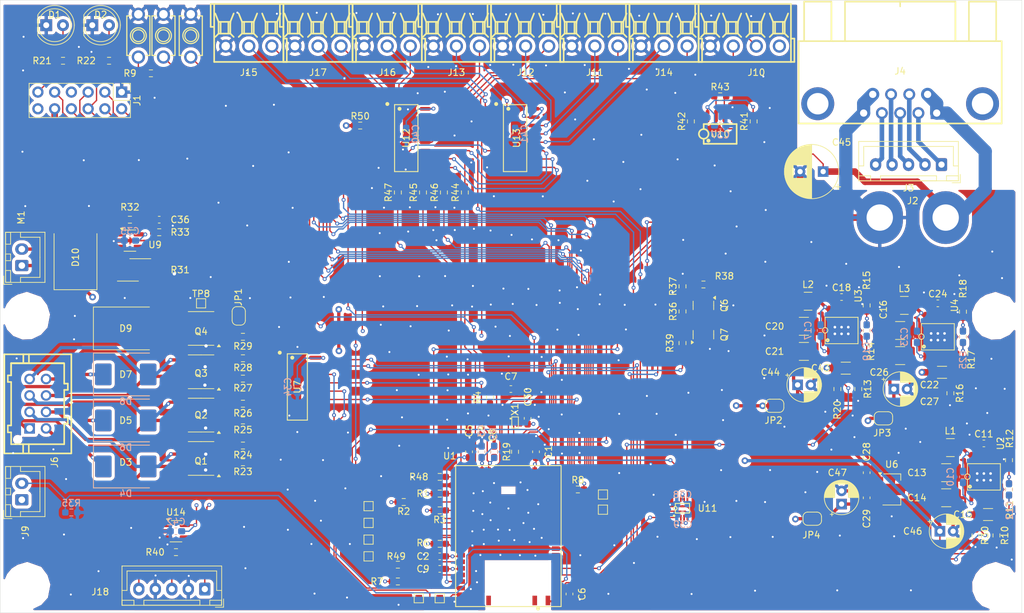
<source format=kicad_pcb>
(kicad_pcb (version 20240108) (generator "pcbnew") (generator_version "8.0")
  (layers (0 "F.Cu" signal) (1 "In1.Cu" signal) (2 "In2.Cu" signal) (31 "B.Cu" signal) (34 "B.Paste" user) (35 "F.Paste" user) (36 "B.SilkS" user "B.Silkscreen") (37 "F.SilkS" user "F.Silkscreen") (38 "B.Mask" user) (39 "F.Mask" user) (44 "Edge.Cuts" user))
  (net 0 "")
  (net 1 "Net-(JP1-A)")
  (net 2 "Net-(JP1-B)")
  (net 3 "+3.3V")
  (net 4 "GND")
  (net 5 "Net-(U1-1V8_LDO)")
  (net 6 "Net-(U1-UULP_VBAT_GPIO_0)")
  (net 7 "Net-(J1-Pin_a5)")
  (net 8 "/~{Reset}")
  (net 9 "Net-(U2-BST)")
  (net 10 "Net-(U2-SW)")
  (net 11 "Net-(U2-SS)")
  (net 12 "/Power/12V")
  (net 13 "Net-(U2-FB)")
  (net 14 "VBUS")
  (net 15 "Net-(U3-BST)")
  (net 16 "Net-(U3-SW)")
  (net 17 "Net-(U3-SS)")
  (net 18 "+9V")
  (net 19 "Net-(U3-FB)")
  (net 20 "Net-(U4-SW)")
  (net 21 "Net-(U4-BST)")
  (net 22 "Net-(U4-SS)")
  (net 23 "Net-(U4-FB)")
  (net 24 "+5V")
  (net 25 "Net-(Q4B-D2-Pad5)")
  (net 26 "Net-(U1-ULP_GPIO_6)")
  (net 27 "Net-(U12-A7)")
  (net 28 "Net-(D1-A)")
  (net 29 "Net-(D2-A)")
  (net 30 "Net-(D3-A)")
  (net 31 "Net-(D4-A)")
  (net 32 "Net-(D5-A)")
  (net 33 "Net-(D6-A)")
  (net 34 "Net-(D7-A)")
  (net 35 "Net-(D8-A)")
  (net 36 "Net-(D9-A)")
  (net 37 "Net-(D10-A)")
  (net 38 "PROG-RX")
  (net 39 "JTAG-TDO")
  (net 40 "JTAG-TMS")
  (net 41 "JTAG-TDI")
  (net 42 "JTAG-TCK")
  (net 43 "PROG-TX")
  (net 44 "Net-(J3-Pin_4)")
  (net 45 "Net-(J3-Pin_2)")
  (net 46 "Net-(J3-Pin_1)")
  (net 47 "Net-(J3-Pin_3)")
  (net 48 "Net-(J3-Pin_5)")
  (net 49 "BTN1")
  (net 50 "/Valves/MOSI")
  (net 51 "BTN3")
  (net 52 "/AccSence")
  (net 53 "Net-(U1-GPIO_54)")
  (net 54 "Net-(U1-GPIO_56)")
  (net 55 "BTN2")
  (net 56 "Net-(U1-GPIO_29)")
  (net 57 "Net-(J9-Pin_2)")
  (net 58 "Net-(J10-Pin_2)")
  (net 59 "Net-(J10-Pin_3)")
  (net 60 "/Humidity/F1")
  (net 61 "/Humidity/P1")
  (net 62 "/Humidity/F2")
  (net 63 "/Humidity/P2")
  (net 64 "/Humidity/F3")
  (net 65 "/Humidity/P3")
  (net 66 "/Humidity/P4")
  (net 67 "/Humidity/F4")
  (net 68 "/Humidity/P5")
  (net 69 "/Humidity/F5")
  (net 70 "/Humidity/F6")
  (net 71 "/Humidity/P6")
  (net 72 "/Humidity/F7")
  (net 73 "/Humidity/P7")
  (net 74 "Net-(J18-Pin_1)")
  (net 75 "Net-(Q1A-G1)")
  (net 76 "Net-(Q1B-G2)")
  (net 77 "Net-(Q2A-G1)")
  (net 78 "Net-(Q2B-G2)")
  (net 79 "Net-(Q3A-G1)")
  (net 80 "Net-(Q3B-G2)")
  (net 81 "Net-(Q4A-G1)")
  (net 82 "Net-(U1-GPIO_30)")
  (net 83 "Net-(Q6-G)")
  (net 84 "Net-(Q6-D)")
  (net 85 "Net-(Q7-B)")
  (net 86 "Net-(U1-GPIO_49)")
  (net 87 "Net-(U1-GPIO_50)")
  (net 88 "Net-(U1-GPIO_51)")
  (net 89 "Net-(U1-POC_OUT)")
  (net 90 "Net-(U1-GPIO_25)")
  (net 91 "Net-(U1-GPIO_26)")
  (net 92 "Net-(U2-RT{slash}CLK)")
  (net 93 "Net-(U3-RT{slash}CLK)")
  (net 94 "Net-(U4-RT{slash}CLK)")
  (net 95 "Net-(U1-UULP_VBAT_GPIO_3)")
  (net 96 "Net-(X1-CLK_OUT)")
  (net 97 "/EN9")
  (net 98 "Net-(U1-GPIO_52)")
  (net 99 "Net-(U1-GPIO_55)")
  (net 100 "Net-(U7-QB)")
  (net 101 "Net-(U7-QC)")
  (net 102 "Net-(U7-QD)")
  (net 103 "Net-(U7-QE)")
  (net 104 "Net-(U7-QF)")
  (net 105 "Net-(U7-QG)")
  (net 106 "/Power/EN12")
  (net 107 "Net-(U9--)")
  (net 108 "Net-(U9-+)")
  (net 109 "Net-(R32-Pad2)")
  (net 110 "Net-(U1-GPIO_12)")
  (net 111 "Net-(U1-ULP_GPIO_11)")
  (net 112 "Net-(U13-A7)")
  (net 113 "/Humidity/A0")
  (net 114 "Net-(U12-S0)")
  (net 115 "/Humidity/A1")
  (net 116 "Net-(U12-S1)")
  (net 117 "Net-(U12-S2)")
  (net 118 "/Humidity/A2")
  (net 119 "/Humidity/~{OE}")
  (net 120 "Net-(U12-~{E})")
  (net 121 "Net-(U1-GPIO_7)")
  (net 122 "Net-(U10-DI)")
  (net 123 "/RS485-OE")
  (net 124 "Net-(U10-DE)")
  (net 125 "Net-(U12-A)")
  (net 126 "Net-(U1-GPIO_46)")
  (net 127 "Net-(U1-GPIO_28)")
  (net 128 "/Valves/CLK")
  (net 130 "Net-(U1-GPIO_6)")
  (net 132 "/Valves/~{CS}")
  (net 136 "/FREQ-3V")
  (net 138 "Net-(U10-RO)")
  (net 139 "/FREQ-5V")
  (net 141 "Net-(JP3-A)")
  (net 142 "Net-(JP2-A)")
  (net 143 "Net-(JP4-A)")
  (net 144 "Net-(U1-GPIO_15)")
  (net 145 "Net-(U7-QH)")
  (footprint "Capacitor_SMD:C_0603_1608Metric_Pad1.08x0.95mm_HandSolder" (layer "F.Cu") (at 207.645 92.075)
    (property "Reference" "C18")
    (property "Value" "10n")
  )
  (footprint "Resistor_SMD:R_0603_1608Metric_Pad0.98x0.95mm_HandSolder" (layer "F.Cu") (at 147.32 76.2 90)
    (property "Reference" "R46")
    (property "Value" "R")
  )
  (footprint "easyeda2kicad:CONN-TH_DB301R-3.5-3P-GN-S" (layer "F.Cu") (at 159.715 53.975 180)
    (property "Reference" "J12")
    (property "Value" "HSensor")
  )
  (footprint "Capacitor_SMD:C_0603_1608Metric_Pad1.08x0.95mm_HandSolder" (layer "F.Cu") (at 154.94 115.57 90)
    (property "Reference" "C8")
    (property "Value" "10n")
  )
  (footprint "Jumper:SolderJumper-2_P1.3mm_Open_RoundedPad1.0x1.5mm" (layer "F.Cu") (at 203.2 125.73 180)
    (property "Reference" "JP4")
    (property "Value" "SolderJumper_2_Open")
  )
  (footprint "TestPoint:TestPoint_Pad_1.0x1.0mm" (layer "F.Cu") (at 143.51 137.795)
    (property "Reference" "TP5" (hide yes))
    (property "Value" "TestPoint" (hide yes))
  )
  (footprint "Resistor_SMD:R_0603_1608Metric_Pad0.98x0.95mm_HandSolder" (layer "F.Cu") (at 134.62 66.04)
    (property "Reference" "R50")
    (property "Value" "100")
  )
  (footprint "locals:CONN-TH_DB301R-3.5-4P-GN-S" (layer "F.Cu") (at 194.715 53.975 180)
    (property "Reference" "J10")
    (property "Value" "Ext")
  )
  (footprint "Capacitor_SMD:C_1210_3225Metric_Pad1.33x2.70mm_HandSolder" (layer "F.Cu") (at 223.52 118.745 180)
    (property "Reference" "C13")
    (property "Value" "22.0")
  )
  (footprint "locals:CONN-TH_8P-P2.50_XAD-8AS" (layer "F.Cu") (at 85.715 108.27 90)
    (property "Reference" "J6")
    (property "Value" "Conn_01x08_Pin")
  )
  (footprint "easyeda2kicad:SOP-16_L10.0-W3.9-P1.27-LS6.0-BL" (layer "F.Cu") (at 141.605 67.945 -90)
    (property "Reference" "U12")
    (property "Value" "CD74HCT4051M96")
  )
  (footprint "Resistor_SMD:R_0603_1608Metric_Pad0.98x0.95mm_HandSolder" (layer "F.Cu") (at 233.045 116.84 90)
    (property "Reference" "R12")
    (property "Value" "22K1")
  )
  (footprint "Resistor_SMD:R_0603_1608Metric_Pad0.98x0.95mm_HandSolder" (layer "F.Cu") (at 184.785 65.405 -90)
    (property "Reference" "R42")
    (property "Value" "510")
  )
  (footprint "locals:KEY-TH_2P-L6.0-W3.5-P6.50" (layer "F.Cu") (at 108.915 52.39 -90)
    (property "Reference" "SW3" (hide yes))
    (property "Value" "SW_Push")
  )
  (footprint "Capacitor_SMD:C_0603_1608Metric_Pad1.08x0.95mm_HandSolder" (layer "F.Cu") (at 160.02 110.49 -90)
    (property "Reference" "C30")
    (property "Value" "0.1")
  )
  (footprint "TestPoint:TestPoint_Pad_1.0x1.0mm" (layer "F.Cu") (at 146.685 137.795)
    (property "Reference" "TP9" (hide yes))
    (property "Value" "TestPoint" (hide yes))
  )
  (footprint "Connector_JST:JST_XH_B5B-XH-A_1x05_P2.50mm_Vertical" (layer "F.Cu") (at 111.045 136.415 180)
    (property "Reference" "J18")
    (property "Value" "WaterLevel")
  )
  (footprint "Resistor_SMD:R_Shunt_Vishay_WSK2512_6332Metric_T2.21mm" (layer "F.Cu") (at 100.32 87.95)
    (property "Reference" "R31")
    (property "Value" "0.1")
  )
  (footprint "Capacitor_THT:CP_Radial_D5.0mm_P2.00mm" (layer "F.Cu") (at 200.974888 105.41)
    (property "Reference" "C44")
    (property "Value" "100")
  )
  (footprint "TestPoint:TestPoint_Pad_1.0x1.0mm" (layer "F.Cu") (at 171.44 124.36)
    (property "Reference" "TP4" (hide yes))
    (property "Value" "TestPoint" (hide yes))
  )
  (footprint "Resistor_SMD:R_0603_1608Metric_Pad0.98x0.95mm_HandSolder" (layer "F.Cu") (at 167.64 121.285)
    (property "Reference" "R8")
    (property "Value" "100K")
  )
  (footprint "TestPoint:TestPoint_Pad_1.0x1.0mm" (layer "F.Cu") (at 135.89 126.365)
    (property "Reference" "TP7" (hide yes))
    (property "Value" "TestPoint" (hide yes))
  )
  (footprint "locals:KEY-TH_2P-L6.0-W3.5-P6.50" (layer "F.Cu") (at 100.965 52.39 -90)
    (property "Reference" "SW1" (hide yes))
    (property "Value" "SW_Push")
  )
  (footprint "Resistor_SMD:R_0603_1608Metric_Pad0.98x0.95mm_HandSolder" (layer "F.Cu") (at 99.685 80.33 180)
    (property "Reference" "R32")
    (property "Value" "R")
  )
  (footprint "Resistor_SMD:R_0603_1608Metric_Pad0.98x0.95mm_HandSolder" (layer "F.Cu") (at 141.225 123.19 180)
    (property "Reference" "R2")
    (property "Value" "100K")
  )
  (footprint "locals:COMM-SMD_SIWG917Y110LGNBA" (layer "F.Cu") (at 157.1 128.27 180)
    (property "Reference" "U1")
    (property "Value" "SIWG917Y121MGABAR")
  )
  (footprint "Package_TO_SOT_SMD:SOT-89-3" (layer "F.Cu") (at 215.265 121.285)
    (property "Reference" "U6")
    (property "Value" "AP2204R-5.0")
  )
  (footprint "Resistor_SMD:R_0603_1608Metric_Pad0.98x0.95mm_HandSolder" (layer "F.Cu") (at 227.965 128.27 -90)
    (property "Reference" "R30")
    (property "Value" "200K")
  )
  (footprint "easyeda2kicad:SOP-16_L10.0-W3.9-P1.27-LS6.0-BL" (layer "F.Cu") (at 158.115 67.945 -90)
    (property "Reference" "U13")
    (property "Value" "CD74HCT4051M96")
  )
  (footprint "Resistor_SMD:R_0603_1608Metric_Pad0.98x0.95mm_HandSolder" (layer "F.Cu") (at 146.685 129.54 180)
    (property "Reference" "R6")
    (property "Value" "100K")
  )
  (footprint "Resistor_SMD:R_0603_1608Metric_Pad0.98x0.95mm_HandSolder" (layer "F.Cu") (at 146.685 121.92 180)
    (property "Reference" "R1")
    (property "Value" "100K")
  )
  (footprint "easyeda2kicad:CONN-TH_DB301R-3.5-3P-GN-S" (layer "F.Cu") (at 180.715 53.975 180)
    (property "Reference" "J14")
    (property "Value" "HSensor")
  )
  (footprint "easyeda2kicad:CONN-TH_DB301R-3.5-3P-GN-S" (layer "F.Cu") (at 128.215 53.975 180)
    (property "Reference" "J17")
    (property "Value" "HSensor")
  )
  (footprint "Resistor_SMD:R_0603_1608Metric_Pad0.98x0.95mm_HandSolder" (layer "F.Cu") (at 96.52 56.2 180)
    (property "Reference" "R22")
    (property "Value" "100K")
  )
  (footprint "Resistor_SMD:R_0603_1608Metric_Pad0.98x0.95mm_HandSolder" (layer "F.Cu") (at 233.045 121.285 90)
    (property "Reference" "R11")
    (property "Value" "309K")
  )
  (footprint "Capacitor_SMD:C_0603_1608Metric_Pad1.08x0.95mm_HandSolder" (layer "F.Cu") (at 104.13 80.33)
    (property "Reference" "C36")
    (property "Value" "?")
  )
  (footprint "LED_THT:LED_D5.0mm" (layer "F.Cu") (at 93.975 50.8)
    (property "Reference" "D2")
    (property "Value" "LED")
  )
  (footprint "Capacitor_SMD:C_0603_1608Metric_Pad1.08x0.95mm_HandSolder" (layer "F.Cu") (at 211.455 122.555 -90)
    (property "Reference" "C29")
    (property "Value" "2.2")
  )
  (footprint "TestPoint:TestPoint_Pad_1.0x1.0mm" (layer "F.Cu") (at 171.45 122.055)
    (property "Reference" "TP3" (hide yes))
    (property "Value" "TestPoint" (hide yes))
  )
  (footprint "LED_THT:LED_D5.0mm" (layer "F.Cu") (at 86.99 50.8)
    (property "Reference" "D1")
    (property "Value" "LED")
  )
  (footprint "Jumper:SolderJumper-2_P1.3mm_Open_RoundedPad1.0x1.5mm" (layer "F.Cu") (at 213.995 110.49 180)
    (property "Reference" "JP3")
    (property "Value" "SolderJumper_2_Open")
  )
  (footprint "locals:PinHeader_2x06_P2.54mm_VerticalAB" (layer "F.Cu") (at 98.425 60.955 -90)
    (property "Reference" "J1")
    (property "Value" "PROG/JTAG")
  )
  (footprint "MountingHole:MountingHole_3.2mm_M3" (layer "F.Cu") (at 231 95)
    (property "Reference" "H2" (hide yes))
    (property "Value" "MountingHole" (hide yes))
  )
  (footprint "Resistor_SMD:R_0603_1608Metric_Pad0.98x0.95mm_HandSolder" (layer "F.Cu") (at 150.495 76.2 90)
    (property "Reference" "R44")
    (property "Value" "R")
  )
  (footprint "Capacitor_SMD:C_0603_1608Metric_Pad1.08x0.95mm_HandSolder" (layer "F.Cu") (at 146.685 131.445 180)
    (property "Reference" "C2")
    (property "Value" "1.0")
  )
  (footprint "Resistor_SMD:R_0603_1608Metric_Pad0.98x0.95mm_HandSolder" (layer "F.Cu") (at 144.145 76.2 90)
    (property "Reference" "R45")
    (property "Value" "R")
  )
  (footprint "Resistor_SMD:R_0603_1608Metric_Pad0.98x0.95mm_HandSolder" (layer "F.Cu") (at 116.83 98.11 180)
    (property "Reference" "R29")
    (property "Value" "100")
  )
  (footprint "Connector_JST:JST_XH_B5B-XH-A_1x05_P2.50mm_Vertical" (layer "F.Cu") (at 222.805 71.965 180)
    (property "Reference" "J3")
    (property "Value" "Balance")
  )
  (footprint "Resistor_SMD:R_0603_1608Metric_Pad0.98x0.95mm_HandSolder" (layer "F.Cu") (at 116.83 108.27 180)
    (property "Reference" "R26")
    (property "Value" "100")
  )
  (footprint "Connector_JST:JST_XH_B2B-XH-A_1x02_P2.50mm_Vertical" (layer "F.Cu") (at 83.285 122.855 90)
    (property "Reference" "J9")
    (property "Value" "Leak")
  )
  (footprint "locals:L_1210_XRTC" (layer "F.Cu") (at 202.565 92.71 180)
    (property "Reference" "L2")
    (property "Value" "XRTC322512S100MBCA")
  )
  (footprint "Capacitor_SMD:C_1206_3216Metric_Pad1.33x1.80mm_HandSolder" (layer "F.Cu") (at 208.28 102.87 180)
    (property "Reference" "C43")
    (property "Value" "10.0")
  )
  (footprint "Resistor_SMD:R_0603_1608Metric_Pad0.98x0.95mm_HandSolder" (layer "F.Cu") (at 226.06 94.3 90)
    (property "Reference" "R18")
    (property "Value" "22K1")
  )
  (footprint "easyeda2kicad:SOIC-8_L5.0-W4.0-P1.27-LS6.0-BL" (layer "F.Cu") (at 189.23 67.31)
    (property "Reference" "U10")
    (property "Value" "SP485EEN-L/TR")
  )
  (footprint "Capacitor_THT:CP_Radial_D8.0mm_P3.50mm" (layer "F.Cu") (at 204.852651 73.025 180)
    (property "Reference" "C45")
    (property "Value" "1000")
  )
  (footprint "Jumper:SolderJumper-2_P1.3mm_Open_RoundedPad1.0x1.5mm" (layer "F.Cu") (at 197.485 108.585 180)
    (property "Reference" "JP2")
    (property "Value" "SolderJumper_2_Open")
  )
  (footprint "Package_SO:SOIC-8_3.9x4.9mm_P1.27mm" (layer "F.Cu") (at 110.48 96.84 180)
    (property "Reference" "Q4")
    (property "Value" "FDS9926A")
  )
  (footprint "easyeda2kicad:SOIC-16_L9.9-W3.9-P1.27-LS6.0-BL" (layer "F.Cu") (at 125.085 105.73 -90)
    (property "Reference" "U7")
    (property "Value" "74HC594")
  )
  (footprint "Resistor_SMD:R_0603_1608Metric_Pad0.98x0.95mm_HandSolder" (layer "F.Cu") (at 116.83 114.62 180)
    (property "Reference" "R24")
    (property "Value" "100")
  )
  (footprint "Resistor_SMD:R_0603_1608Metric_Pad0.98x0.95mm_HandSolder" (layer "F.Cu") (at 211.455 97.155 90)
    (property "Reference" "R14")
    (property "Value" "226K")
  )
  (footprint "Diode_SMD:D_SMC" (layer "F.Cu") (at 91.43 86.045 90)
    (property "Reference" "D10")
    (property "Value" "ES3A")
  )
  (footprint "locals:pins4x10" (layer "F.Cu") (at 213.44 80.01)
    (property "Reference" "J2")
    (property "Value" "Battery")
  )
  (footprint "Capacitor_SMD:C_0603_1608Metric_Pad1.08x0.95mm_HandSolder" (layer "F.Cu") (at 153.035 115.57 90)
    (property "Reference" "C4")
    (property "Value" "18pF")
  )
  (footprint "Capacitor_SMD:C_1210_3225Metric_Pad1.33x2.70mm_HandSolder" (layer "F.Cu") (at 216.535 100.965 180)
    (property "Reference" "C26")
    (property "Value" "22.0")
  )
  (footprint "Resistor_SMD:R_0603_1608Metric_Pad0.98x0.95mm_HandSolder" (layer "F.Cu") (at 194.31 65.405 90)
    (property "Reference" "R41")
    (property "Value" "510")
  )
  (footprint "Resistor_SMD:R_0603_1608Metric_Pad0.98x0.95mm_HandSolder" (layer "F.Cu") (at 207.01 106.045 -90)
    (property "Reference" "R20")
    (property "Value" "200K")
  )
  (footprint "Resistor_SMD:R_0603_1608Metric_Pad0.98x0.95mm_HandSolder" (layer "F.Cu") (at 102.87 58.105)
    (property "Reference" "R9")
    (property "Value" "100")
  )
  (footprint "Resistor_SMD:R_0603_1608Metric_Pad0.98x0.95mm_HandSolder" (layer "F.Cu") (at 106.67 130.81)
    (property "Reference" "R40")
    (property "Value" "R")
  )
  (footprint "Capacitor_SMD:C_1210_3225Metric_Pad1.33x2.70mm_HandSolder" (layer "F.Cu") (at 223.52 122.555 180)
    (property "Reference" "C14")
    (property "Value" "22.0")
  )
  (footprint "easyeda2kicad:CONN-TH_DB301R-3.5-3P-GN-S" (layer "F.Cu") (at 138.715 53.975 180)
    (property "Reference" "J16")
    (property "Value" "HSensor")
  )
  (footprint "Resistor_SMD:R_0603_1608Metric_Pad0.98x0.95mm_HandSolder" (layer "F.Cu") (at 183.515 94.2575 90)
    (property "Reference" "R36")
    (property "Value" "100K")
  )
  (footprint "Resistor_SMD:R_0603_1608Metric_Pad0.98x0.95mm_HandSolder" (layer "F.Cu") (at 89.535 56.2 180)
    (property "Reference" "R21")
    (property "Value" "100K")
  )
  (footprint "Resistor_SMD:R_0603_1608Metric_Pad0.98x0.95mm_HandSolder" (layer "F.Cu") (at 154.305 107.315 -90)
    (property "Reference" "R4")
    (property "Value" "10K")
  )
  (footprint "locals:KEY-TH_2P-L6.0-W3.5-P6.50" (layer "F.Cu") (at 104.775 52.39 -90)
    (property "Reference" "SW2" (hide yes))
    (property "Value" "SW_Push")
  )
  (footprint "MountingHole:MountingHole_3.2mm_M3" (layer "F.Cu") (at 231 136)
    (property "Reference" "H3" (hide yes))
    (property "Value" "MountingHole" (hide yes))
  )
  (footprint "Capacitor_SMD:C_1206_3216Metric_Pad1.33x1.80mm_HandSolder" (layer "F.Cu") (at 229.87 125.095 180)
    (property "Reference" "C15")
    (property "Value" "10.0")
  )
  (footprint "Resistor_SMD:R_0603_1608Metric_Pad0.98x0.95mm_HandSolder" (layer "F.Cu") (at 116.83 101.375 180)
    (property "Reference" "R28")
    (property "Value" "100")
  )
  (footprint "MountingHole:MountingHole_3.2mm_M3" (layer "F.Cu") (at 84 95)
    (property "Reference" "H1" (hide yes))
    (property "Value" "MountingHole" (hide yes))
  )
  (footprint "Capacitor_SMD:C_0603_1608Metric_Pad1.08x0.95mm_HandSolder" (layer "F.Cu") (at 146.685 133.35 180)
    (property "Reference" "C9")
    (property "Value" "1.0")
  )
  (footprint "Resistor_SMD:R_0603_1608Metric_Pad0.98x0.95mm_HandSolder" (layer "F.Cu") (at 226.06 98.11 90)
    (property "Reference" "R17")
    (property "Value" "69K8")
  )
  (footprint "locals:L_1210_XRTC" (layer "F.Cu") (at 224.155 114.935 180)
    (property "Reference" "L1")
    (property "Value" "XRTC322512S100MBCA")
  )
  (footprint "Capacitor_SMD:C_0603_1608Metric_Pad1.08x0.95mm_HandSolder" (layer "F.Cu") (at 166.37 137.16 90)
    (property "Reference" "C6")
    (property "Value" "100pF")
  )
  (footprint "Package_SO:SOIC-8_3.9x4.9mm_P1.27mm" (layer "F.Cu") (at 110.48 116.58 180)
    (property "Reference" "Q1")
    (property "Value" "FDS9926A")
  )
  (footprint "TestPoint:TestPoint_Pad_1.0x1.0mm" (layer "F.Cu") (at 135.89 123.825)
    (property "Reference" "TP1" (hide yes))
    (property "Value" "TestPoint" (hide yes))
  )
  (footprint "easyeda2kicad:OSC-SMD_4P-L1.5-W0.8-BL" (layer "F.Cu") (at 158.115 111.125 -90)
    (property "Reference" "X1")
    (property "Value" "SIT1552AI-JE-DCC-32.768D")
  )
  (footprint "Capacitor_SMD:C_0603_1608Metric_Pad1.08x0.95mm_HandSolder" (layer "F.Cu") (at 222.25 93.03)
    (property "Reference" "C24")
    (property "Value" "10n")
  )
  (footprint "Resistor_SMD:R_0603_1608Metric_Pad0.98x0.95mm_HandSolder" (layer "F.Cu") (at 140.335 135.255 180)
    (property "Reference" "R7")
    (property "Value" "100K")
  )
  (footprint "Resistor_SMD:R_0603_1608Metric_Pad0.98x0.95mm_HandSolder" (layer "F.Cu") (at 116.83 104.46 180)
    (property "Reference" "R27")
    (property "Value" "100")
  )
  (footprint "Diode_SMD:D_SMC" (layer "F.Cu") (at 99.05 110.81)
    (property "Reference" "D5")
    (property "Value" "ES3A")
  )
  (footprint "Resistor_SMD:R_0603_1608Metric_Pad0.98x0.95mm_HandSolder" (layer "F.Cu") (at 104.13 82.235 180)
    (property "Reference" "R33")
    (property "Value" "R")
  )
  (footprint "locals:SO-8_L4.9-W3.9-P1.27-LS6.0-BL-EP" (layer "F.Cu") (at 207.645 97.155)
    (property "Reference" "U3")
    (property "Value" "AP64352SP-13")
  )
  (footprint "Package_TO_SOT_SMD:SOT-23-5_HandSoldering" (layer "F.Cu") (at 106.67 127.635)
    (property "Reference" "U14")
    (property "Value" "SN74LVC1G14DBV")
  )
  (footprint "Capacitor_SMD:C_0603_1608Metric_Pad1.08x0.95mm_HandSolder" (layer "F.Cu") (at 151.13 115.57 -90)
    (property "Reference" "C5")
    (property "Value" "1.0")
  )
  (footprint "Capacitor_SMD:C_1206_3216Metric_Pad1.33x1.80mm_HandSolder" (layer "F.Cu") (at 222.885 103.505 180)
    (property "Reference" "C22")
    (property "Value" "10.0")
  )
  (footprint "Resistor_SMD:R_0603_1608Metric_Pad0.98x0.95mm_HandSolder" (layer "F.Cu") (at 146.685 119.38 180)
    (property "Reference" "R48")
    (property "Value" "R")
  )
  (footprint "easyeda2kicad:CONN-TH_DB301R-3.5-3P-GN-S" (layer "F.Cu") (at 149.215 53.975 180)
    (property "Reference" "J13")
    (property "Value" "HSensor")
  )
  (footprint "easyeda2kicad:VSSOP-8_L2.3-W2.0-P0.50-LS3.1-BL" (layer "F.Cu") (at 183.505 124.145)
    (property "Reference" "U11")
    (property "Value" "TXU0102QDCURQ1")
  )
  (footprint "easyeda2kicad:CONN-TH_DB301R-3.5-3P-GN-S" (layer "F.Cu") (at 170.215 53.975 180)
    (property "Reference" "J11")
    (property "Value" "HSensor")
  )
  (footprint "easyeda2kicad:DB9-TH_LD09P33E4GV00LF" (layer "F.Cu") (at 216.535 62.7225 180)
    (property "Reference" "J4")
    (property "Value" "DE9_Receptacle")
  )
  (footprint "Package_TO_SOT_SMD:SOT-23" (layer "F.Cu") (at 186.69 97.79 90)
    (property "Reference" "Q7")
    (property "Value" "BC817")
  )
  (footprint "TestPoint:TestPoint_Pad_1.0x1.0mm" (layer "F.Cu") (at 135.89 131.445)
    (property "Reference" "TP2" (hide yes))
    (property "Value" "TestPoint" (hide yes))
  )
  (footprint "Package_SO:SOIC-8_3.9x4.9mm_P1.27mm" (layer "F.Cu") (at 110.48 110 180)
    (property "Reference" "Q2")
    (property "Value" "FDS9926A")
  )
  (footprint "Resistor_SMD:R_0603_1608Metric_Pad0.98x0.95mm_HandSolder" (layer "F.Cu") (at 183.515 90.4475 90)
    (property "Reference" "R37")
    (property "Value" "100K")
  )
  (footprint "easyeda2kicad:CONN-TH_DB301R-3.5-3P-GN-S" (layer "F.Cu") (at 117.715 53.975 180)
    (property "Reference" "J15")
    (property "Value" "HSensor")
  )
  (footprint "Jumper:SolderJumper-2_P1.3mm_Bridged2Bar_RoundedPad1.0x1.5mm" (layer "F.Cu") (at 116.195 94.935 90)
    (property "Reference" "JP1")
    (property "Value" "SolderJumper_2_Bridged")
  )
  (footprint "Diode_SMD:D_SMC" (layer "F.Cu") (at 99.05 103.825)
    (property "Reference" "D7")
    (property "Value" "ES3A")
  )
  (footprint "Resistor_SMD:R_0603_1608Metric_Pad0.98x0.95mm_HandSolder" (layer "F.Cu") (at 189.23 61.595)
    (property "Reference" "R43")
    (property "Value" "120")
  )
  (footprint "Package_SO:SOIC-8_3.9x4.9mm_P1.27mm" (layer "F.Cu") (at 110.48 103.42 180)
    (property "Reference" "Q3")
    (property "Value" "FDS9926A")
  )
  (footprint "Resistor_SMD:R_0603_1608Metric_Pad0.98x0.95mm_HandSolder" (layer "F.Cu") (at 211.455 93.345 90)
    (property "Reference" "R15")
    (property "Value" "22K1")
  )
  (footprint "Resistor_SMD:R_0603_1608Metric_Pad0.98x0.95mm_HandSolder" (layer "F.Cu") (at 116.83 110.81 180)
    (property "Reference" "R25")
    (property "Value" "100")
  )
  (footprint "Capacitor_SMD:C_0603_1608Metric_Pad1.08x0.95mm_HandSolder" (layer "F.Cu") (at 161.29 115.57 90)
    (property "Reference" "C1")
    (property "Value" "1.0")
  )
  (footprint "Resistor_SMD:R_0603_1608Metric_Pad0.98x0.95mm_HandSolder" (layer "F.Cu") (at 140.335 76.2 90)
    (property "Reference" "R47")
    (property "Value" "R")
  )
  (footprint "TestPoint:TestPoint_Pad_1.0x1.0mm" (layer "F.Cu") (at 110.48 93.03)
    (property "Reference" "TP8")
    (property "Value" "TestPoint")
  )
  (footprint "Capacitor_SMD:C_1210_3225Metric_Pad1.33x2.70mm_HandSolder" (layer "F.Cu") (at 216.535 97.155 180)
    (property "Reference" "C16")
    (property "Value" "22.0")
  )
  (footprint "Resistor_SMD:R_0603_1608Metric_Pad0.98x0.95mm_HandSolder" (layer "F.Cu") (at 158.115 115.57 -90)
    (property "Reference" "R19")
    (property "Value" "33")
  )
  (footprint "Resistor_SMD:R_0603_1608Metric_Pad0.98x0.95mm_HandSolder" (layer "F.Cu") (at 210.185 106.045 -90)
    (property "Reference" "R13")
    (property "Value" "45K")
  )
  (footprint "Resistor_SMD:R_0603_1608Metric_Pad0.98x0.95mm_HandSolder" (layer "F.Cu") (at 183.515 99.06 -90)
    (property "Reference" "R39")
    (property "Value" "100K")
  )
  (footprint "Capacitor_THT:CP_Radial_D5.0mm_P2.00mm" (layer "F.Cu") (at 222.564888 127.635)
    (property "Reference" "C46")
    (property "Value" "100")
  )
  (footprint "Diode_SMD:D_SMC" (layer "F.Cu") (at 99.05 117.795)
    (property "Reference" "D3")
    (property "Value" "ES3A")
  )
  (footprint "locals:SO-8_L4.9-W3.9-P1.27-LS6.0-BL-EP" (layer "F.Cu") (at 229.235 119.38)
    (property "Reference" "U2")
    (property "Value" "AP64352SP-13")
  )
  (footprint "Capacitor_SMD:C_0603_1608Metric_Pad1.08x0.95mm_HandSolder" (layer "F.Cu") (at 157.48 106.045 180)
    (property "Reference" "C7")
    (property "Value" "1n")
  )
  (footprint "Resistor_SMD:R_0603_1608Metric_Pad0.98x0.95mm_HandSolder" (layer "F.Cu") (at 231.14 128.27 -90)
    (property "Reference" "R10")
    (property "Value" "45K")
  )
  (footprint "Resistor_SMD:R_0603_1608Metric_Pad0.98x0.95mm_HandSolder" (layer "F.Cu") (at 146.685 124.46 180)
    (property "Reference" "R3")
    (property "Value" "100K")
  )
  (footprint "Resistor_SMD:R_0603_1608Metric_Pad0.98x0.95mm_HandSolder" (layer "F.Cu") (at 140.335 132.715 180)
    (property "Reference" "R49")
    (property "Value" "R")
  )
  (footprint "Capacitor_SMD:C_1210_3225Metric_Pad1.33x2.70mm_HandSolder" (layer "F.Cu") (at 201.93 100.33 180)
    (property "Reference" "C21")
    (property "Value" "22.0")
  )
  (footprint "Capacitor_SMD:C_1210_3225Metric_Pad1.33x2.70mm_HandSolder" (layer "F.Cu") (at 201.93 96.52 180)
    (property "Reference" "C20")
    (property "Value" "22.0")
  )
  (footprint "Capacitor_SMD:C_0603_1608Metric_Pad1.08x0.95mm_HandSolder" (layer "F.Cu") (at 229.235 114.3)
    (property "Reference" "C11")
    (property "Value" "10n")
  )
  (footprint "Resistor_SMD:R_0603_1608Metric_Pad0.98x0.95mm_HandSolder" (layer "F.Cu") (at 224.155 106.68 -90)
    (property "Reference" "R16")
    (property "Value" "45K")
  )
  (footprint "Capacitor_THT:CP_Radial_D5.0mm_P2.00mm" (layer "F.Cu") (at 207.645 123.510112 90)
    (property "Reference" "C47")
    (property "Value" "100")
  )
  (footprint "Package_TO_SOT_SMD:SOT-23" (layer "F.Cu") (at 186.69 93.345 -90)
    (property "Reference" "Q6")
    (property "Value" "Si2301")
  )
  (footprint "Capacitor_SMD:C_0603_1608Metric_Pad1.08x0.95mm_HandSolder" (layer "F.Cu") (at 211.455 118.745 90)
    (property "Reference" "C28")
    (property "Value" "1.0")
  )
  (footprint "Resistor_SMD:R_0603_1608Metric_Pad0.98x0.95mm_HandSolder" (layer "F.Cu") (at 116.83 117.16 180)
    (property "Reference" "R23")
    (property "Value" "100")
  )
  (footprint "Resistor_SMD:R_0603_1608Metric_Pad0.98x0.95mm_HandSolder" (layer "F.Cu") (at 186.69 90.17 180)
    (property "Reference" "R38")
    (property "Value" "100K")
  )
  (footprint "MountingHole:MountingHole_3.2mm_M3" (layer "F.Cu") (at 84 136)
    (property "Reference" "H4" (hide yes))
    (property "Value" "MountingHole" (hide yes))
  )
  (footprint "Connector_JST:JST_XH_B2B-XH-A_1x02_P2.50mm_Vertical" (layer "F.Cu") (at 83.285 87.295 90)
    (property "Reference" "M1")
    (property "Value" "Motor_DC")
  )
  (footprint "TestPoint:TestPoint_Pad_1.0x1.0mm" (layer "F.Cu") (at 135.89 128.905)
    (property "Reference" "TP6" (hide yes))
    (property "Value" "TestPoint" (hide yes))
  )
  (footprint "locals:SO-8_L4.9-W3.9-P1.27-LS6.0-BL-EP" (layer "F.Cu") (at 222.25 98.11)
    (property "Reference" "U4")
    (property "Value" "AP64352SP-13")
  )
  (footprint "Capacitor_THT:CP_Radial_D5.0mm_P2.00mm" (layer "F.Cu") (at 215.579888 106.045)
    (property "Reference" "C27")
    (property "Value" "100")
  )
  (footprint "locals:L_1210_XRTC" (layer "F.Cu") (at 217.17 93.345 180)
    (property "Reference" "L3")
    (property "Value" "XRTC322512S100MBCA")
  )
  (footprint "Diode_SMD:D_SMC" (layer "F.Cu") (at 99.05 96.84)
    (property "Reference" "D9")
    (property "Value" "ES3A")
  )
  (footprint "Package_TO_SOT_SMD:SOT-23-5_HandSoldering" (layer "F.Cu") (at 99.685 83.505)
    (property "Reference" "U9")
    (property "Value" "INA180A2")
  )
  (footprint "Capacitor_SMD:C_0603_1608Metric_Pad1.08x0.95mm_HandSolder" (layer "B.Cu") (at 211.455 97.155 -90)
    (property "Reference" "C19")
    (property "Value" "NP")
  )
  (footprint "Capacitor_SMD:C_0603_1608Metric_Pad1.08x0.95mm_HandSolder" (layer "B.Cu") (at 219.075 98.11 90)
    (property "Reference" "C23")
    (property "Value" "100n")
  )
  (footprint "Capacitor_SMD:C_0603_1608Metric_Pad1.08x0.95mm_HandSolder" (layer "B.Cu") (at 183.515 125.095 180)
    (property "Reference" "C39")
    (property "Value" "1.0")
  )
  (footprint "Capacitor_SMD:C_0603_1608Metric_Pad1.08x0.95mm_HandSolder" (layer "B.Cu") (at 99.685 83.505 180)
    (property "Reference" "C35")
    (property "Value" "0.1")
  )
  (footprint "Capacitor_SMD:C_0603_1608Metric_Pad1.08x0.95mm_HandSolder" (layer "B.Cu") (at 153.035 115.57 90)
    (property "Reference" "C3")
    (property "Value" "1.0")
  )
  (footprint "Capacitor_SMD:C_0603_1608Metric_Pad1.08x0.95mm_HandSolder" (layer "B.Cu") (at 226.06 119.38 90)
    (property "Reference" "C10")
    (property "Value" "100n")
  )
  (footprint "Capacitor_SMD:C_0603_1608Metric_Pad1.08x0.95mm_HandSolder" (layer "B.Cu") (at 183.505 123.51 180)
    (property "Reference" "C38")
    (property "Value" "1.0")
  )
  (footprint "Resistor_SMD:R_0603_1608Metric_Pad0.98x0.95mm_HandSolder" (layer "B.Cu") (at 90.795 124.78 180)
    (property "Reference" "R35")
    (property "Value" "?")
  )
  (footprint "Diode_SMD:D_SMC" (layer "B.Cu") (at 99.05 110.81)
    (property "Reference" "D6")
    (property "Value" "ES3A")
  )
  (footprint "Resistor_SMD:R_0603_1608Metric_Pad0.98x0.95mm_HandSolder" (layer "B.Cu") (at 154.94 115.57 90)
    (property "Reference" "R5")
    (property "Value" "100K")
  )
  (footprint "Capacitor_SMD:C_0603_1608Metric_Pad1.08x0.95mm_HandSolder" (layer "B.Cu") (at 106.67 127.635 180)
    (property "Reference" "C42")
    (property "Value" "1.0")
  )
  (footprint "Diode_SMD:D_SMC" (layer "B.Cu") (at 99.05 103.825)
    (property "Reference" "D8")
    (property "Value" "ES3A")
  )
  (footprint "Capacitor_SMD:C_0603_1608Metric_Pad1.08x0.95mm_HandSolder" (layer "B.Cu") (at 226.06 98.11 -90)
    (property "Reference" "C25")
    (property "Value" "NP")
  )
  (footprint "Capacitor_SMD:C_0603_1608Metric_Pad1.08x0.95mm_HandSolder" (layer "B.Cu") (at 233.045 121.285 -90)
    (property "Reference" "C12")
    (property "Value" "NP")
  )
  (footprint "Capacitor_SMD:C_0603_1608Metric_Pad1.08x0.95mm_HandSolder" (layer "B.Cu") (at 158.115 67.31 90)
    (property "Reference" "C41")
    (property "Value" "1.0")
  )
  (footprint "Capacitor_SMD:C_0603_1608Metric_Pad1.08x0.95mm_HandSolder" (layer "B.Cu") (at 189.23 66.04)
    (property "Reference" "C37")
    (property "Value" "1.0")
  )
  (footprint "Capacitor_SMD:C_0603_1608Metric_Pad1.08x0.95mm_HandSolder" (layer "B.Cu") (at 204.47 97.155 90)
    (property "Reference" "C17")
    (property "Value" "100n")
  )
  (footprint "Diode_SMD:D_SMC" (layer "B.Cu") (at 99.05 117.795)
    (property "Reference" "D4")
    (property "Value" "ES3A")
  )
  (footprint "Capacitor_SMD:C_0603_1608Metric_Pad1.08x0.95mm_HandSolder" (layer "B.Cu") (at 141.605 67.31 90)
    (property "Reference" "C40")
    (property "Value" "1.0")
  )
  (footprint "Capacitor_SMD:C_0603_1608Metric_Pad1.08x0.95mm_HandSolder" (layer "B.Cu") (at 125.085 105.73 -90)
    (property "Reference" "C34")
    (property "Value" "0.1")
  )
  (gr_rect (start 80 47) (end 235 140) (stroke (width 0.05)) (fill none) (layer "Edge.Cuts"))
  (segment (start 112.955 96.205) (end 115.575 96.205) (width 0.5) (layer "F.Cu") (net 1))
  (segment (start 115.575 96.205) (end 116.195 95.585) (width 0.5) (layer "F.Cu") (net 1))
  (segment (start 112.955 94.935) (end 114.045 94.935) (width 0.5) (layer "F.Cu") (net 2))
  (segment (start 114.695 94.285) (end 116.195 94.285) (width 0.5) (layer "F.Cu") (net 2))
  (segment (start 114.045 94.935) (end 114.695 94.285) (width 0.5) (layer "F.Cu") (net 2))
  (segment (start 149.83 133.35) (end 149.91 133.27) (width 0.2) (layer "F.Cu") (net 3))
  (segment (start 147.5475 133.35) (end 149.83 133.35) (width 0.2) (layer "F.Cu") (net 3))
  (segment (start 145.7725 121.92) (end 144.85 121.92) (width 0.2) (layer "F.Cu") (net 3))
  (segment (start 160.8775 111.3525) (end 160.89 111.34) (width 0.2) (layer "F.Cu") (net 3))
  (segment (start 131.37 100.23) (end 131.39 100.25) (width 0.5) (layer "F.Cu") (net 3))
  (segment (start 168.5525 121.285) (end 168.5525 120.4375) (width 0.2) (layer "F.Cu") (net 3))
  (segment (start 153.1 118.52) (end 153.1 117.3) (width 0.2) (layer "F.Cu") (net 3))
  (segment (start 183.53 122.47) (end 183.255 122.745) (width 0.2) (layer "F.Cu") (net 3))
  (segment (start 159.3275 111.3525) (end 159.055 111.625) (width 0.2) (layer "F.Cu") (net 3))
  (segment (start 145.7725 129.54) (end 144.94 129.54) (width 0.2) (layer "F.Cu") (net 3))
  (segment (start 161.12 117.46) (end 161.1 118.52) (width 0.2) (layer "F.Cu") (net 3))
  (segment (start 183.755 122.745) (end 183.53 122.52) (width 0.2) (layer "F.Cu") (net 3))
  (segment (start 161.1 117.45) (end 161.12 117.46) (width 0.2) (layer "F.Cu") (net 3))
  (segment (start 183.53 122.01) (end 183.53 122.47) (width 0.2) (layer "F.Cu") (net 3))
  (segment (start 127.865 101.32) (end 127.825 101.28) (width 0.2) (layer "F.Cu") (net 3))
  (segment (start 168.5525 120.4375) (end 168.6 120.39) (width 0.2) (layer "F.Cu") (net 3))
  (segment (start 213.345 110.49) (end 212.01 110.49) (width 0.5) (layer "F.Cu") (net 3))
  (segment (start 212.01 110.49) (end 211.65 110.85) (width 0.5) (layer "F.Cu") (net 3))
  (segment (start 149.735 131.445) (end 149.91 131.27) (width 0.2) (layer "F.Cu") (net 3))
  (segment (start 153.1 116.4975) (end 153.035 116.4325) (width 0.2) (layer "F.Cu") (net 3))
  (segment (start 160.02 111.3525) (end 159.3275 111.3525) (width 0.2) (layer "F.Cu") (net 3))
  (segment (start 183.53 122.52) (end 183.53 122.01) (width 0.2) (layer "F.Cu") (net 3))
  (segment (start 161.29 116.4325) (end 161.29 117.26) (width 0.2) (layer "F.Cu") (net 3))
  (segment (start 139.37 123.19) (end 139.34 123.22) (width 0.2) (layer "F.Cu") (net 3))
  (segment (start 140.3125 123.19) (end 139.37 123.19) (width 0.2) (layer "F.Cu") (net 3))
  (segment (start 153.1 117.3) (end 153.1 116.4975) (width 0.2) (layer "F.Cu") (net 3))
  (segment (start 139.4225 135.255) (end 138.395 135.255) (width 0.2) (layer "F.Cu") (net 3))
  (segment (start 145.7725 124.46) (end 144.77 124.46) (width 0.2) (layer "F.Cu") (net 3))
  (segment (start 144.77 124.46) (end 144.74 124.49) (width 0.2) (layer "F.Cu") (net 3))
  (segment (start 144.85 121.92) (end 144.83 121.94) (width 0.2) (layer "F.Cu") (net 3))
  (segment (start 129.01 101.32) (end 127.865 101.32) (width 0.2) (layer "F.Cu") (net 3))
  (segment (start 138.395 135.255) (end 138.39 135.25) (width 0.2) (layer "F.Cu") (net 3))
  (segment (start 147.5475 131.445) (end 149.735 131.445) (width 0.2) (layer "F.Cu") (net 3))
  (segment (start 160.02 111.3525) (end 160.8775 111.3525) (width 0.2) (layer "F.Cu") (net 3))
  (segment (start 131.37 93.95) (end 131.37 100.23) (width 0.5) (layer "F.Cu") (net 3))
  (segment (start 159.055 111.625) (end 158.325 111.625) (width 0.2) (layer "F.Cu") (net 3))
  (segment (start 144.94 129.54) (end 144.91 129.51) (width 0.2) (layer "F.Cu") (net 3))
  (segment (start 161.29 117.26) (end 161.1 117.45) (width 0.2) (layer "F.Cu") (net 3))
  (via (at 153.1 117.3) (size 0.6) (drill 0.3) (layers "F.Cu" "B.Cu") (net 3))
  (via (at 148.62 131.445) (size 0.6) (drill 0.3) (layers "F.Cu" "B.Cu") (net 3))
  (via (at 161.12 117.46) (size 0.6) (drill 0.3) (layers "F.Cu" "B.Cu") (net 3))
  (via (at 131.39 100.25) (size 1) (drill 0.5) (layers "F.Cu" "B.Cu") (net 3))
  (via (at 211.65 110.85) (size 1) (drill 0.5) (layers "F.Cu" "B.Cu") (net 3))
  (via (at 144.83 121.94) (size 0.6) (drill 0.3) (layers "F.Cu" "B.Cu") (net 3))
  (via (at 131.37 93.95) (size 1) (drill 0.5) (layers "F.Cu" "B.Cu") (net 3))
  (via (at 148.65 133.35) (size 0.6) (drill 0.3) (layers "F.Cu" "B.Cu") (net 3))
  (via (at 129.01 101.32) (size 0.6) (drill 0.3) (layers "F.Cu" "B.Cu") (net 3))
  (via (at 160.89 111.34) (size 0.6) (drill 0.3) (layers "F.Cu" "B.Cu") (net 3))
  (via (at 183.53 122.01) (size 0.6) (drill 0.3) (layers "F.Cu" "B.Cu") (net 3))
  (via (at 139.34 123.22) (size 0.6) (drill 0.3) (layers "F.Cu" "B.Cu") (net 3))
  (via (at 168.6 120.39) (size 0.6) (drill 0.3) (layers "F.Cu" "B.Cu") (net 3))
  (via (at 144.91 129.51) (size 0.6) (drill 0.3) (layers "F.Cu" "B.Cu") (net 3))
  (via (at 138.39 135.25) (size 0.6) (drill 0.3) (layers "F.Cu" "B.Cu") (net 3))
  (via (at 144.74 124.49) (size 0.6) (drill 0.3) (layers "F.Cu" "B.Cu") (net 3))
  (segment (start 183.53 122.94) (end 184.1 123.51) (width 0.2) (layer "B.Cu") (net 3))
  (segment (start 184.1 123.51) (end 184.3675 123.51) (width 0.2) (layer "B.Cu") (net 3))
  (segment (start 125.085 102.465) (end 126.19 101.36) (width 0.2) (layer "B.Cu") (net 3))
  (segment (start 183.53 122.94) (end 183.53 122.01) (width 0.2) (layer "B.Cu") (net 3))
  (segment (start 153.035 116.4325) (end 153.165 116.4325) (width 0.2) (layer "B.Cu") (net 3))
  (segment (start 126.19 101.36) (end 128.97 101.36) (width 0.2) (layer "B.Cu") (net 3))
  (segment (start 153.035 117.235) (end 153.1 117.3) (width 0.2) (layer "B.Cu") (net 3))
  (segment (start 153.165 116.4325) (end 154.94 114.6575) (width 0.2) (layer "B.Cu") (net 3))
  (segment (start 128.97 101.36) (end 129.01 101.32) (width 0.2) (layer "B.Cu") (net 3))
  (segment (start 153.035 116.4325) (end 153.035 117.235) (width 0.2) (layer "B.Cu") (net 3))
  (segment (start 125.085 104.8675) (end 125.085 102.465) (width 0.2) (layer "B.Cu") (net 3))
  (segment (start 188.36 68.37) (end 188.6 68.61) (width 0.2) (layer "F.Cu") (net 4))
  (segment (start 160.02 109.6275) (end 159.5125 109.6275) (width 0.2) (layer "F.Cu") (net 4))
  (segment (start 188.36 68.37) (end 188.67 68.37) (width 0.2) (layer "F.Cu") (net 4))
  (segment (start 104.9925 82.185) (end 105.0425 82.235) (width 0.2) (layer "F.Cu") (net 4))
  (segment (start 104.9925 81.28) (end 104.9925 82.185) (width 0.2) (layer "F.Cu") (net 4))
  (segment (start 155.245 71.115) (end 155.245 72.385) (width 0.2) (layer "F.Cu") (net 4))
  (segment (start 225.39 100.61) (end 222.89 98.11) (width 0.5) (layer "F.Cu") (net 4))
  (segment (start 207.015 96.017) (end 207.645 96.647) (width 0.5) (layer "F.Cu") (net 4))
  (segment (start 157.905 109.815) (end 158.19 109.53) (width 0.2) (layer "F.Cu") (net 4))
  (segment (start 104.2 128.6) (end 105.305 128.6) (width 0.2) (layer "F.Cu") (net 4))
  (segment (start 188.67 68.37) (end 189.34 67.7) (width 0.2) (layer "F.Cu") (net 4))
  (segment (start 213.4025 121.285) (end 215.415 121.285) (width 0.5) (layer "F.Cu") (net 4))
  (segment (start 218.0975 105.527388) (end 217.579888 106.045) (width 0.5) (layer "F.Cu") (net 4))
  (segment (start 159.5125 109.6275) (end 158.515 110.625) (width 0.2) (layer "F.Cu") (net 4))
  (segment (start 203.4925 100.33) (end 203.4925 104.892388) (width 0.5) (layer "F.Cu") (net 4))
  (segment (start 221.62 96.972) (end 222.25 97.602) (width 0.5) (layer "F.Cu") (net 4))
  (segment (start 167.92 138) (end 167.8975 138.0225) (width 0.2) (layer "F.Cu") (net 4))
  (segment (start 163.1 138.145) (end 163.225 138.27) (width 0.3) (layer "F.Cu") (net 4))
  (segment (start 215.49 122.93) (end 215.48 122.94) (width 0.5) (layer "F.Cu") (net 4))
  (segment (start 138.66 72.46) (end 138.735 72.385) (width 0.2) (layer "F.Cu") (net 4))
  (segment (start 104.9925 80.33) (end 104.9925 81.28) (width 0.2) (layer "F.Cu") (net 4))
  (segment (start 111.17 117.99) (end 111.12 117.94) (width 0.5) (layer "F.Cu") (net 4))
  (segment (start 161.3 113.2) (end 161.29 113.21) (width 0.2) (layer "F.Cu") (net 4))
  (segment (start 231.14 130.08) (end 231.17 130.11) (width 0.3) (layer "F.Cu") (net 4))
  (segment (start 112.955 115.945) (end 111.205 115.945) (width 0.5) (layer "F.Cu") (net 4))
  (segment (start 224.4475 103.4925) (end 225.39 102.55) (width 0.5) (layer "F.Cu") (net 4))
  (segment (start 210.61 98.12) (end 209.645 97.155) (width 0.5) (layer "F.Cu") (net 4))
  (segment (start 203.4925 96.52) (end 203.4925 100.33) (width 0.5) (layer "F.Cu") (net 4))
  (segment (start 225.0825 118.745) (end 225.0825 126.0725) (width 0.5) (layer "F.Cu") (net 4))
  (segment (start 191.1 63.26) (end 191.1 64.57) (width 0.2) (layer "F.Cu") (net 4))
  (segment (start 224.4475 103.505) (end 224.4475 103.4925) (width 0.5) (layer "F.Cu") (net 4))
  (segment (start 111.12 102.78) (end 111.12 102.68) (width 0.5) (layer "F.Cu") (net 4))
  (segment (start 105.305 128.6) (end 105.32 128.585) (width 0.2) (layer "F.Cu") (net 4))
  (segment (start 153.1 138.02) (end 153.1 136.09) (width 0.2) (layer "F.Cu") (net 4))
  (segment (start 111.12 105.36) (end 111.12 102.78) (width 0.5) (layer "F.Cu") (net 4))
  (segment (start 228.605 116.38) (end 228.605 114.5325) (width 0.5) (layer "F.Cu") (net 4))
  (segment (start 144.3 133.84) (end 144.79 133.35) (width 0.2) (layer "F.Cu") (net 4))
  (segment (start 207.015 94.155) (end 207.015 92.3075) (width 0.5) (layer "F.Cu") (net 4))
  (segment (start 122.445 110.07) (end 122.345 110.17) (width 0.2) (layer "F.Cu") (net 4))
  (segment (start 221.62 93.2625) (end 221.62 95.11) (width 0.2) (layer "F.Cu") (net 4))
  (segment (start 111.17 118.33) (end 111.17 117.99) (width 0.5) (layer "F.Cu") (net 4))
  (segment (start 158.325 110.625) (end 158.325 109.665) (width 0.2) (layer "F.Cu") (net 4))
  (segment (start 215.49 121.285) (end 215.49 122.93) (width 0.5) (layer "F.Cu") (net 4))
  (segment (start 207.645 121.510112) (end 211.272612 121.510112) (width 0.5) (layer "F.Cu") (net 4))
  (segment (start 224.155 107.5925) (end 224.155 108.435) (width 0.3) (layer "F.Cu") (net 4))
  (segment (start 226.06 93.57) (end 225.25 94.38) (width 0.2) (layer "F.Cu") (net 4))
  (segment (start 111.155 105.325) (end 111.12 105.36) (width 0.5) (layer "F.Cu") (net 4))
  (segment (start 233.045 115.9275) (end 233.0425 115.9275) (width 0.2) (layer "F.Cu") (net 4))
  (segment (start 144.79 133.35) (end 145.8225 133.35) (width 0.2) (layer "F.Cu") (net 4))
  (segment (start 88.265 65.495) (end 88.39 65.62) (width 1) (layer "F.Cu") (net 4))
  (segment (start 161.29 113.21) (end 161.29 114.7075) (width 0.2) (layer "F.Cu") (net 4))
  (segment (start 154.94 113.48) (end 154.94 114.7075) (width 0.2) (layer "F.Cu") (net 4))
  (segment (start 137.41 72.46) (end 138.66 72.46) (width 0.2) (layer "F.Cu") (net 4))
  (segment (start 210.185 106.9575) (end 209.0925 106.9575) (width 0.3) (layer "F.Cu") (net 4))
  (segment (start 233.0425 115.9275) (end 232.27 116.7) (width 0.2) (layer "F.Cu") (net 4))
  (segment (start 164.29 138.27) (end 166.1225 138.27) (width 0.2) (layer "F.Cu") (net 4))
  (segment (start 158.515 110.625) (end 158.325 110.625) (width 0.2) (layer "F.Cu") (net 4))
  (segment (start 111.12 115.94) (end 111.12 111.99) (width 0.5) (layer "F.Cu") (net 4))
  (segment (start 213.4025 121.285) (end 215.49 121.285) (width 0.5) (layer "F.Cu") (net 4))
  (segment (start 112.955 118.485) (end 111.665 118.485) (width 0.5) (layer "F.Cu") (net 4))
  (segment (start 111.12 109.42) (end 111.12 109.32) (width 0.5) (layer "F.Cu") (net 4))
  (segment (start 188.6 68.61) (end 188.6 70.02) (width 0.2) (layer "F.Cu") (net 4))
  (segment (start 111.205 111.905) (end 111.17 111.94) (width 0.5) (layer "F.Cu") (net 4))
  (segment (start 155.24 72.39) (end 155.245 72.385) (width 0.2) (layer "F.Cu") (net 4))
  (segment (start 225.7175 119.38) (end 225.0825 118.745) (width 0.5) (layer "F.Cu") (net 4))
  (segment (start 159.845 106.045) (end 158.3425 106.045) (width 0.2) (layer "F.Cu") (net 4))
  (segment (start 149.91 138.27) (end 148.98 138.27) (width 0.2) (layer "F.Cu") (net 4))
  (segment (start 211.455 119.6075) (end 211.455 121.6925) (width 0.5) (layer "F.Cu") (net 4))
  (segment (start 158.325 110.625) (end 158.2 110.625) (width 0.2) (layer "F.Cu") (net 4))
  (segment (start 111.12 105.39) (end 111.12 105.36) (width 0.5) (layer "F.Cu") (net 4))
  (segment (start 228.605 116.38) (end 228.605 118.75) (width 0.5) (layer "F.Cu") (net 4))
  (segment (start 219.0525 98.11) (end 222.25 98.11) (width 0.5) (layer "F.Cu") (net 4))
  (segment (start 191.1 64.57) (end 191.13 64.6) (width 0.2) (layer "F.Cu") (net 4))
  (segment (start 183.515 89.535) (end 183.515 88.575) (width 0.2) (layer "F.Cu") (net 4))
  (segment (start 231.14 129.1825) (end 231.14 130.08) (width 0.3) (layer "F.Cu") (net 4))
  (segment (start 154.76 113.3) (end 154.94 113.48) (width 0.2) (layer "F.Cu") (net 4))
  (segment (start 112.955 105.325) (end 111.155 105.325) (width 0.5) (layer "F.Cu") (net 4))
  (segment (start 218.0975 97.155) (end 218.0975 100.965) (width 0.5) (layer "F.Cu") (net 4))
  (segment (start 228.605 118.75) (end 229.235 119.38) (width 0.5) (layer "F.Cu") (net 4))
  (segment (start 211.455 92.4325) (end 211.455 92.465) (width 0.2) (layer "F.Cu") (net 4))
  (segment (start 207.01 107.69) (end 206.97 107.73) (width 0.3) (layer "F.Cu") (net 4))
  (segment (start 153.87 72.39) (end 155.24 72.39) (width 0.2) (layer "F.Cu") (net 4))
  (segment (start 203.4925 96.52) (end 204.1275 97.155) (width 0.5) (layer "F.Cu") (net 4))
  (segment (start 111.51 118.33) (end 111.17 118.33) (width 0.5) (layer "F.Cu") (net 4))
  (segment (start 158.325 109.665) (end 158.19 109.53) (width 0.2) (layer "F.Cu") (net 4))
  (segment (start 231.89 120.9) (end 231.89 120.54) (width 0.5) (layer "F.Cu") (net 4))
  (segment (start 222.89 98.11) (end 222.25 98.11) (width 0.5) (layer "F.Cu") (net 4))
  (segment (start 167.8975 138.0225) (end 166.37 138.0225) (width 0.2) (layer "F.Cu") (net 4))
  (segment (start 111.12 111.99) (end 111.12 109.42) (width 0.5) (layer "F.Cu") (net 4))
  (segment (start 231.9 123.91) (end 231.9 120.91) (width 0.5) (layer "F.Cu") (net 4))
  (segment (start 215.415 121.285) (end 215.51 121.19) (width 0.5) (layer "F.Cu") (net 4))
  (segment (start 111.12 105.51) (end 111.06 105.45) (width 0.5) (layer "F.Cu") (net 4))
  (segment (start 204.1275 97.155) (end 207.645 97.155) (width 0.5) (layer "F.Cu") (net 4))
  (segment (start 209.0925 106.9575) (end 209.08 106.97) (width 0.3) (layer "F.Cu") (net 4))
  (segment (start 203.4925 104.892388) (end 202.974888 105.41) (width 0.5) (layer "F.Cu") (net 4))
  (segment (start 148.98 138.27) (end 148.92 138.33) (width 0.2) (layer "F.Cu") (net 4))
  (segment (start 111.12 102.64) (end 111.12 99.6) (width 0.5) (layer "F.Cu") (net 4))
  (segment (start 112.955 111.905) (end 111.205 111.905) (width 0.5) (layer "F.Cu") (net 4))
  (segment (start 111.15 111.96) (end 111.12 111.99) (width 0.5) (layer "F.Cu") (net 4))
  (segment (start 186.1175 67.65) (end 187.64 67.65) (width 0.2) (layer "F.Cu") (net 4))
  (segment (start 111.665 118.485) (end 111.51 118.33) (width 0.5) (layer "F.Cu") (net 4))
  (segment (start 215.415 121.285) (end 215.46 121.24) (width 0.5) (layer "F.Cu") (net 4))
  (segment (start 210.61 101.53) (end 210.61 98.12) (width 0.5) (layer "F.Cu") (net 4))
  (segment (start 111.175 109.365) (end 111.12 109.42) (width 0.5) (layer "F.Cu") (net 4))
  (segment (start 111.205 115.945) (end 111.19 115.93) (width 0.5) (layer "F.Cu") (net 4))
  (segment (start 111.1 102.66) (end 111.12 102.64) (width 0.5) (layer "F.Cu") (net 4))
  (segment (start 111.17 111.96) (end 111.15 111.96) (width 0.5) (layer "F.Cu") (net 4))
  (segment (start 111.12 117.94) (end 111.12 115.94) (width 0.5) (layer "F.Cu") (net 4))
  (segment (start 111.23 99.49) (end 111.975 98.745) (width 0.5) (layer "F.Cu") (net 4))
  (segment (start 211.455 92.465) (end 210.78 93.14) (width 0.2) (layer "F.Cu") (net 4))
  (segment (start 207.015 94.155) (end 207.015 96.017) (width 0.5) (layer "F.Cu") (net 4))
  (segment (start 231.4325 125.095) (end 231.4325 124.3775) (width 0.5) (layer "F.Cu") (net 4))
  (segment (start 104.9925 81.28) (end 106.14 81.28) (width 0.2) (layer "F.Cu") (net 4))
  (segment (start 183.515 88.575) (end 183.55 88.54) (width 0.2) (layer "F.Cu") (net 4))
  (segment (start 231.9 120.91) (end 231.89 120.9) (width 0.5) (layer "F.Cu") (net 4))
  (segment (start 102.8 88.585) (end 106.385 88.585) (width 0.5) (layer "F.Cu") (net 4))
  (segment (start 210.185 106.9575) (end 210.185 107.805) (width 0.3) (layer "F.Cu") (net 4))
  (segment (start 224.155 108.435) (end 224.09 108.5) (width 0.3) (layer "F.Cu") (net 4))
  (segment (start 144.29 131.19) (end 144.545 131.445) (width 0.2) (layer "F.Cu") (net 4))
  (segment (start 227.965 129.1825) (end 227.965 130.025) (width 0.3) (layer "F.Cu") (net 4))
  (segment (start 111.175 115.945) (end 111.125 115.945) (width 0.5) (layer "F.Cu") (net 4))
  (segment (start 97.23 83.58) (end 98.26 83.58) (width 0.2) (layer "F.Cu") (net 4))
  (segment (start 111.975 98.745) (end 112.955 98.745) (width 0.5) (layer "F.Cu") (net 4))
  (segment (start 106.14 81.28) (end 106.18 81.24) (width 0.2) (layer "F.Cu") (net 4))
  (segment (start 123.87 110.07) (end 122.445 110.07) (width 0.2) (layer "F.Cu") (net 4))
  (segment (start 151.13 113.48) (end 151.13 114.7075) (width 0.2) (layer "F.Cu") (net 4))
  (segment (start 221.62 95.11) (end 221.62 96.972) (width 0.5) (layer "F.Cu") (net 4))
  (segment (start 231.89 120.54) (end 230.73 119.38) (width 0.5) (layer "F.Cu") (net 4))
  (segment (start 207.015 92.3075) (end 206.7825 92.075) (width 0.5) (layer "F.Cu") (net 4))
  (segment (start 218.0975 97.155) (end 219.0525 98.11) (width 0.5) (layer "F.Cu") (net 4))
  (segment (start 231.4325 124.3775) (end 231.9 123.91) (width 0.5) (layer "F.Cu") (net 4))
  (segment (start 229.235 119.38) (end 225.7175 119.38) (width 0.5) (layer "F.Cu") (net 4))
  (segment (start 182.87 126.76) (end 183.255 126.375) (width 0.2) (layer "F.Cu") (net 4))
  (segment (start 225.39 102.55) (end 225.39 100.61) (width 0.5) (layer "F.Cu") (net 4))
  (segment (start 218.0975 100.965) (end 218.0975 105.527388) (width 0.5) (layer "F.Cu") (net 4))
  (segment (start 112.955 102.785) (end 111.125 102.785) (width 0.5) (layer "F.Cu") (net 4))
  (segment (start 211.455 121.6925) (end 211.8625 121.285) (width 0.5) (layer "F.Cu") (net 4))
  (segment (start 112.955 109.365) (end 111.175 109.365) (width 0.5) (layer "F.Cu") (net 4))
  (segment (start 153.1 136.09) (end 153.09 136.08) (width 0.2) (layer "F.Cu") (net 4))
  (segment (start 211.272612 121.510112) (end 211.455 121.6925) (width 0.5) (layer "F.Cu") (net 4))
  (segment (start 215.51 121.19) (end 215.51 119.21) (width 0.5) (layer "F.Cu") (net 4))
  (segment (start 159.85 106.05) (end 159.845 106.045) (width 0.2) (layer "F.Cu") (net 4))
  (segment (start 227.965 130.025) (end 227.96 130.03) (width 0.3) (layer "F.Cu") (net 4))
  (segment (start 138.735 71.115) (end 138.735 72.385) (width 0.2) (layer "F.Cu") (net 4))
  (segment (start 158.2 110.625) (end 157.905 110.625) (width 0.2) (layer "F.Cu") (net 4))
  (segment (start 163.225 138.27) (end 164.29 138.27) (width 0.3) (layer "F.Cu") (net 4))
  (segment (start 106.385 88.585) (end 106.42 88.55) (width 0.5) (layer "F.Cu") (net 4))
  (segment (start 187.64 98.7275) (end 187.64 99.92) (width 0.2) (layer "F.Cu") (net 4))
  (segment (start 209.645 97.155) (end 207.645 97.155) (width 0.5) (layer "F.Cu") (net 4))
  (segment (start 88.265 63.495) (end 88.265 65.495) (width 1) (layer "F.Cu") (net 4))
  (segment (start 187.64 67.65) (end 188.36 68.37) (width 0.2) (layer "F.Cu") (net 4))
  (segment (start 153.12 113.38) (end 153.035 113.465) (width 0.2) (layer "F.Cu") (net 4))
  (segment (start 151.2 113.41) (end 151.13 113.48) (width 0.2) (layer "F.Cu") (net 4))
  (segment (start 153.035 113.465) (end 153.035 114.7075) (width 0.2) (layer "F.Cu") (net 4))
  (segment (start 111.125 115.945) (end 111.12 115.94) (width 0.5) (layer "F.Cu") (net 4))
  (segment (start 207.01 106.9575) (end 207.01 107.69) (width 0.3) (layer "F.Cu") (net 4))
  (segment (start 224.564888 126.590112) (end 224.564888 127.635) (width 0.5) (layer "F.Cu") (net 4))
  (segment (start 144.545 131.445) (end 145.8225 131.445) (width 0.2) (layer "F.Cu") (net 4))
  (segment (start 111.06 105.45) (end 111.12 105.39) (width 0.5) (layer "F.Cu") (net 4))
  (segment (start 111.125 102.785) (end 111.12 102.78) (width 0.5) (layer "F.Cu") (net 4))
  (segment (start 166.1225 138.27) (end 166.37 138.0225) (width 0.2) (layer "F.Cu") (net 4))
  (segment (start 111.19 115.93) (end 111.175 115.945) (width 0.5) (layer "F.Cu") (net 4))
  (segment (start 183.255 126.375) (end 183.255 125.545) (width 0.2) (layer "F.Cu") (net 4))
  (segment (start 211.8625 121.285) (end 213.4025 121.285) (width 0.5) (layer "F.Cu") (net 4))
  (segment (start 230.73 119.38) (end 229.235 119.38) (width 0.5) (layer "F.Cu") (net 4))
  (segment (start 209.8425 102.2975) (end 210.61 101.53) (width 0.5) (layer "F.Cu") (net 4))
  (segment (start 111.12 102.68) (end 111.1 102.66) (width 0.5) (layer "F.Cu") (net 4))
  (segment (start 225.0825 126.0725) (end 224.564888 126.590112) (width 0.5) (layer "F.Cu") (net 4))
  (segment (start 111.12 99.6) (end 111.23 99.49) (width 0.5) (layer "F.Cu") (net 4))
  (segment (start 111.17 111.94) (end 111.17 111.96) (width 0.5) (layer "F.Cu") (net 4))
  (segment (start 226.06 93.3875) (end 226.06 93.57) (width 0.2) (layer "F.Cu") (net 4))
  (segment (start 209.8425 102.87) (end 209.8425 102.2975) (width 0.5) (layer "F.Cu") (net 4))
  (segment (start 221.3875 93.03) (end 221.62 93.2625) (width 0.2) (layer "F.Cu") (net 4))
  (segment (start 228.605 114.5325) (end 228.3725 114.3) (width 0.5) (layer "F.Cu") (net 4))
  (segment (start 98.26 83.58) (end 98.335 83.505) (width 0.2) (layer "F.Cu") (net 4))
  (segment (start 203.35 80.01) (end 213.44 80.01) (width 1) (layer "F.Cu") (net 4))
  (segment (start 187.64 99.92) (end 187.67 99.95) (width 0.2) (layer "F.Cu") (net 4))
  (segment (start 157.905 110.625) (end 157.905 109.815) (width 0.2) (layer "F.Cu") (net 4))
  (segment (start 201.352651 73.025) (end 201.352651 78.012651) (width 1) (layer "F.Cu") (net 4))
  (segment (start 111.12 109.32) (end 111.12 105.51) (width 0.5) (layer "F.Cu") (net 4))
  (segment (start 210.185 107.805) (end 210.16 107.83) (width 0.3) (layer "F.Cu") (net 4))
  (segment (start 158.19 109.53) (end 158.2 109.54) (width 0.2) (layer "F.Cu") (net 4))
  (segment (start 184.785 66.3175) (end 186.1175 67.65) (width 0.2) (layer "F.Cu") (net 4))
  (segment (start 201.352651 78.012651) (end 203.35 80.01) (width 1) (layer "F.Cu") (net 4))
  (via (at 151.72 90.39) (size 0.6) (drill 0.3) (layers "F.Cu" "B.Cu") (net 4))
  (via (at 232.39 106.01) (size 0.6) (drill 0.3) (layers "F.Cu" "B.Cu") (net 4))
  (via (at 156.35 90.79) (size 0.6) (drill 0.3) (layers "F.Cu" "B.Cu") (net 4))
  (via (at 209.32 110.07) (size 0.6) (drill 0.3) (layers "F.Cu" "B.Cu") (net 4))
  (via (at 195.91 104.4) (size 0.6) (drill 0.3) (layers "F.Cu" "B.Cu") (net 4))
  (via (at 205.18 109.49) (size 0.6) (drill 0.3) (layers "F.Cu" "B.Cu") (net 4))
  (via (at 198.98 111.76) (size 0.6) (drill 0.3) (layers "F.Cu" "B.Cu") (net 4))
  (via (at 229.75 109.68) (size 0.6) (drill 0.3) (layers "F.Cu" "B.Cu") (net 4))
  (via (at 128.98 116.83) (size 0.6) (drill 0.3) (layers "F.Cu" "B.Cu") (net 4))
  (via (at 91.21 98.49) (size 0.6) (drill 0.3) (layers "F.Cu" "B.Cu") (net 4))
  (via (at 190.78 128.52) (size 0.6) (drill 0.3) (layers "F.Cu" "B.Cu") (net 4))
  (via (at 230.51 85.17) (size 0.6) (drill 0.3) (layers "F.Cu" "B.Cu") (net 4))
  (via (at 147.82 110.69) (size 0.6) (drill 0.3) (layers "F.Cu" "B.Cu") (net 4))
  (via (at 185.69 128.83) (size 0.6) (drill 0.3) (layers "F.Cu" "B.Cu") (net 4))
  (via (at 161.7 110.25) (size 0.6) (drill 0.3) (layers "F.Cu" "B.Cu") (net 4))
  (via (at 225.25 94.38) (size 0.6) (drill 0.3) (layers "F.Cu" "B.Cu") (net 4))
  (via (at 151.47 71.64) (size 0.6) (drill 0.3) (layers "F.Cu" "B.Cu") (net 4))
  (via (at 118.38 72.17) (size 0.6) (drill 0.3) (layers "F.Cu" "B.Cu") (net 4))
  (via (at 158.94 120.21) (size 0.6) (drill 0.3) (layers "F.Cu" "B.Cu") (net 4))
  (via (at 83.48 57.67) (size 0.6) (drill 0.3) (layers "F.Cu" "B.Cu") (net 4))
  (via (at 144.95 57.15) (size 0.6) (drill 0.3) (layers "F.Cu" "B.Cu") (net 4))
  (via (at 136.4 75.53) (size 0.6) (drill 0.3) (layers "F.Cu" "B.Cu") (net 4))
  (via (at 191.69 123.03) (size 0.6) (drill 0.3) (layers "F.Cu" "B.Cu") (net 4))
  (via (at 206.99 136.61) (size 0.6) (drill 0.3) (layers "F.Cu" "B.Cu") (net 4))
  (via (at 93.85 54.85) (size 0.6) (drill 0.3) (layers "F.Cu" "B.Cu") (net 4))
  (via (at 91.94 54.1) (size 0.6) (drill 0.3) (layers "F.Cu" "B.Cu") (net 4))
  (via (at 203.06 83.72) (size 0.6) (drill 0.3) (layers "F.Cu" "B.Cu") (net 4))
  (via (at 202.16 121.71) (size 0.6) (drill 0.3) (layers "F.Cu" "B.Cu") (net 4))
  (via (at 203.95 118.63) (size 0.6) (drill 0.3) (layers "F.Cu" "B.Cu") (net 4))
  (via (at 155.15 96.57) (size 0.6) (drill 0.3) (layers "F.Cu" "B.Cu") (net 4))
  (via (at 123.87 110.07) (size 0.6) (drill 0.3) (layers "F.Cu" "B.Cu") (net 4))
  (via (at 150.91 101.53) (size 0.6) (drill 0.3) (layers "F.Cu" "B.Cu") (net 4))
  (via (at 141.52 72.71) (size 0.6) (drill 0.3) (layers "F.Cu" "B.Cu") (net 4))
  (via (at 183.55 88.54) (size 0.6) (drill 0.3) (layers "F.Cu" "B.Cu") (net 4))
  (via (at 227.06 112.97) (size 0.6) (drill 0.3) (layers "F.Cu" "B.Cu") (net 4))
  (via (at 165.23 115.84) (size 0.6) (drill 0.3) (layers "F.Cu" "B.Cu") (net 4))
  (via (at 184.41 106.61) (size 0.6) (drill 0.3) (layers "F.Cu" "B.Cu") (net 4))
  (via (at 147.5 88.89) (size 0.6) (drill 0.3) (layers "F.Cu" "B.Cu") (net 4))
  (via (at 145.71 81.91) (size 0.6) (drill 0.3) (layers "F.Cu" "B.Cu") (net 4))
  (via (at 189.49 106.19) (size 0.6) (drill 0.3) (layers "F.Cu" "B.Cu") (net 4))
  (via (at 154.34 56.84) (size 0.6) (drill 0.3) (layers "F.Cu" "B.Cu") (net 4))
  (via (at 161.3 113.2) (size 0.6) (drill 0.3) (layers "F.Cu" "B.Cu") (net 4))
  (via (at 146.41 49.14) (size 0.6) (drill 0.3) (layers "F.Cu" "B.Cu") (net 4))
  (via (at 137.74 96.28) (size 0.6) (drill 0.3) (layers "F.Cu" "B.Cu") (net 4))
  (via (at 167.9 115.74) (size 0.6) (drill 0.3) (layers "F.Cu" "B.Cu") (net 4))
  (via (at 213.44 93.59) (size 0.6) (drill 0.3) (layers "F.Cu" "B.Cu") (net 4))
  (via (at 210.29 90.59) (size 0.6) (drill 0.3) (layers "F.Cu" "B.Cu") (net 4))
  (via (at 158.85 131.28) (size 0.6) (drill 0.3) (layers "F.Cu" "B.Cu") (net 4))
  (via (at 83.81 78.27) (size 0.6) (drill 0.3) (layers "F.Cu" "B.Cu") (net 4))
  (via (at 103.57 134.35) (size 0.6) (drill 0.3) (layers "F.Cu" "B.Cu") (net 4))
  (via (at 165.19 109.91) (size 0.6) (drill 0.3) (layers "F.Cu" "B.Cu") (net 4))
  (via (at 148.93 67.55) (size 0.6) (drill 0.3) (layers "F.Cu" "B.Cu") (net 4))
  (via (at 154.08 110.07) (size 0.6) (drill 0.3) (layers "F.Cu" "B.Cu") (net 4))
  (via (at 196.14 78.86) (size 0.6) (drill 0.3) (layers "F.Cu" "B.Cu") (net 4))
  (via (at 142.15 78.45) (size 0.6) (drill 0.3) (layers "F.Cu" "B.Cu") (net 4))
  (via (at 132.62 137.7) (size 0.6) (drill 0.3) (layers "F.Cu" "B.Cu") (net 4))
  (via (at 164.54 97.02) (size 0.6) (drill 0.3) (layers "F.Cu" "B.Cu") (net 4))
  (via (at 108.39 71.06) (size 0.6) (drill 0.3) (layers "F.Cu" "B.Cu") (net 4))
  (via (at 220.14 91.38) (size 0.6) (drill 0.3) (layers "F.Cu" "B.Cu") (net 4))
  (via (at 182.77 71.17) (size 0.6) (drill 0.3) (layers "F.Cu" "B.Cu") (net 4))
  (via (at 156.21 108.45) (size 0.6) (drill 0.3) (layers "F.Cu" "B.Cu") (net 4))
  (via (at 153.36 127.4) (size 0.6) (drill 0.3) (layers "F.Cu" "B.Cu") (net 4))
  (via (at 157.76 93.12) (size 0.6) (drill 0.3) (layers "F.Cu" "B.Cu") (net 4))
  (via (at 137.58 82.37) (size 0.6) (drill 0.3) (layers "F.Cu" "B.Cu") (net 4))
  (via (at 113.12 77.75) (size 0.6) (drill 0.3) (layers "F.Cu" "B.Cu") (net 4))
  (via (at 162.61 114.5) (size 0.6) (drill 0.3) (layers "F.Cu" "B.Cu") (net 4))
  (via (at 165.21 104.65) (size 0.6) (drill 0.3) (layers "F.Cu" "B.Cu") (net 4))
  (via (at 151.59 93.52) (size 0.6) (drill 0.3) (layers "F.Cu" "B.Cu") (net 4))
  (via (at 190.06 85.48) (size 0.6) (drill 0.3) (layers "F.Cu" "B.Cu") (net 4))
  (via (at 219.58 114.08) (size 0.6) (drill 0.3) (layers "F.Cu" "B.Cu") (net 4))
  (via (at 148.91 78.52) (size 0.6) (drill 0.3) (layers "F.Cu" "B.Cu") (net 4))
  (via (at 153.87 72.39) (size 0.6) (drill 0.3) (layers "F.Cu" "B.Cu") (net 4))
  (via (at 132.76 112.65) (size 0.6) (drill 0.3) (layers "F.Cu" "B.Cu") (net 4))
  (via (at 233.46 131.93) (size 0.6) (drill 0.3) (layers "F.Cu" "B.Cu") (net 4))
  (via (at 190.5 100.28) (size 0.6) (drill 0.3) (layers "F.Cu" "B.Cu") (net 4))
  (via (at 167.23 65.11) (size 0.6) (drill 0.3) (layers "F.Cu" "B.Cu") (net 4))
  (via (at 233.78 125) (size 0.6) (drill 0.3) (layers "F.Cu" "B.Cu") (net 4))
  (via (at 146.03 78.44) (size 0.6) (drill 0.3) (layers "F.Cu" "B.Cu") (net 4))
  (via (at 144.29 131.19) (size 0.6) (drill 0.3) (layers "F.Cu" "B.Cu") (net 4))
  (via (at 88.08 115.2) (size 0.6) (drill 0.3) (layers "F.Cu" "B.Cu") (net 4))
  (via (at 226.66 111.27) (size 0.6) (drill 0.3) (layers "F.Cu" "B.Cu") (net 4))
  (via (at 141.86 63.58) (size 0.6) (drill 0.3) (layers "F.Cu" "B.Cu") (net 4))
  (via (at 101.04 71.28) (size 0.6) (drill 0.3) (layers "F.Cu" "B.Cu") (net 4))
  (via (at 111.12 109.32) (size 1) (drill 0.5) (layers "F.Cu" "B.Cu") (net 4))
  (via (at 189.35 93.34) (size 0.6) (drill 0.3) (layers "F.Cu" "B.Cu") (net 4))
  (via (at 163.22 112.13) (size 0.6) (drill 0.3) (layers "F.Cu" "B.Cu") (net 4))
  (via (at 161.63 123.53) (size 0.6) (drill 0.3) (layers "F.Cu" "B.Cu") (net 4))
  (via (at 162.15 128.64) (size 0.6) (drill 0.3) (layers "F.Cu" "B.Cu") (net 4))
  (via (at 151.4 136.41) (size 0.6) (drill 0.3) (layers "F.Cu" "B.Cu") (net 4))
  (via (at 151.64 129.79) (size 0.6) (drill 0.3) (layers "F.Cu" "B.Cu") (net 4))
  (via (at 127.69 137.1) (size 0.6) (drill 0.3) (layers "F.Cu" "B.Cu") (net 4))
  (via (at 161.11 108.45) (size 0.6) (drill 0.3) (layers "F.Cu" "B.Cu") (net 4))
  (via (at 140.54 114.65) (size 0.6) (drill 0.3) (layers "F.Cu" "B.Cu") (net 4))
  (via (at 141.11 69.67) (size 0.6) (drill 0.3) (layers "F.Cu" "B.Cu") (net 4))
  (via (at 195.78 58.59) (size 0.6) (drill 0.3) (layers "F.Cu" "B.Cu") (net 4))
  (via (at 117.89 92.24) (size 0.6) (drill 0.3) (layers "F.Cu" "B.Cu") (net 4))
  (via (at 228.02 105.93) (size 0.6) (drill 0.3) (layers "F.Cu" "B.Cu") (net 4))
  (via (at 168.01 131.27) (size 0.6) (drill 0.3) (layers "F.Cu" "B.Cu") (net 4))
  (via (at 179.13 122.1) (size 0.6) (drill 0.3) (layers "F.Cu" "B.Cu") (net 4))
  (via (at 167.92 138) (size 0.6) (drill 0.3) (layers "F.Cu" "B.Cu") (net 4))
  (via (at 111.06 105.45) (size 1) (drill 0.5) (layers "F.Cu" "B.Cu") (net 4))
  (via (at 137.41 72.46) (size 0.6) (drill 0.3) (layers "F.Cu" "B.Cu") (net 4))
  (via (at 122.31 96.62) (size 0.6) (drill 0.3) (layers "F.Cu" "B.Cu") (net 4))
  (via (at 138.11 93.5) (size 0.6) (drill 0.3) (layers "F.Cu" "B.Cu") (net 4))
  (via (at 164.9 92.96) (size 0.6) (drill 0.3) (layers "F.Cu" "B.Cu") (net 4))
  (via (at 182.87 126.76) (size 0.6) (drill 0.3) (layers "F.Cu" "B.Cu") (net 4))
  (via (at 90.72 137.24) (size 0.6) (drill 0.3) (layers "F.Cu" "B.Cu") (net 4))
  (via (at 173.82 101.67) (size 0.6) (drill 0.3) (layers "F.Cu" "B.Cu") (net 4))
  (via (at 90 119.71) (size 0.6) (drill 0.3) (layers "F.Cu" "B.Cu") (net 4))
  (via (at 190.81 76.02) (size 0.6) (drill 0.3) (layers "F.Cu" "B.Cu") (net 4))
  (via (at 216.36 87.51) (size 0.6) (drill 0.3) (layers "F.Cu" "B.Cu") (net 4))
  (via (at 215.62 128.4) (size 0.6) (drill 0.3) (layers "F.Cu" "B.Cu") (net 4))
  (via (at 206.1 115.24) (size 0.6) (drill 0.3) (layers "F.Cu" "B.Cu") (net 4))
  (via (at 129.1 92.06) (size 0.6) (drill 0.3) (layers "F.Cu" "B.Cu") (net 4))
  (via (at 143.25 93.45) (size 0.6) (drill 0.3) (layers "F.Cu" "B.Cu") (net 4))
  (via (at 147.76 101.12) (size 0.6) (drill 0.3) (layers "F.Cu" "B.Cu") (net 4))
  (via (at 178.69 117.46) (size 0.6) (drill 0.3) (layers "F.Cu" "B.Cu") (net 4))
  (via (at 144.3 133.84) (size 0.6) (drill 0.3) (layers "F.Cu" "B.Cu") (net 4))
  (via (at 195.93 68.55) (size 0.6) (drill 0.3) (layers "F.Cu" "B.Cu") (net 4))
  (via (at 231.86 113.69) (size 0.6) (drill 0.3) (layers "F.Cu" "B.Cu") (net 4))
  (via (at 182.49 113) (size 0.6) (drill 0.3) (layers "F.Cu" "B.Cu") (net 4))
  (via (at 132.22 58.87) (size 0.6) (drill 0.3) (layers "F.Cu" "B.Cu") (net 4))
  (via (at 93.47 78.25) (size 0.6) (drill 0.3) (layers "F.Cu" "B.Cu") (net 4))
  (via (at 147.98 103.83) (size 0.6) (drill 0.3) (layers "F.Cu" "B.Cu") (net 4))
  (via (at 160.12 124.83) (size 0.6) (drill 0.3) (layers "F.Cu" "B.Cu") (net 4))
  (via (at 140.96 110.34) (size 0.6) (drill 0.3) (layers "F.Cu" "B.Cu") (net 4))
  (via (at 148.57 93.34) (size 0.6) (drill 0.3) (layers "F.Cu" "B.Cu") (net 4))
  (via (at 174.75 93.26) (size 0.6) (drill 0.3) (layers "F.Cu" "B.Cu") (net 4))
  (via (at 224.09 108.5) (size 0.6) (drill 0.3) (layers "F.Cu" "B.Cu") (net 4))
  (via (at 153.15 125.03) (size 0.6) (drill 0.3) (layers "F.Cu" "B.Cu") (net 4))
  (via (at 196.04 123.2) (size 0.6) (drill 0.3) (layers "F.Cu" "B.Cu") (net 4))
  (via (at 155.53 127.38) (size 0.6) (drill 0.3) (layers "F.Cu" "B.Cu") (net 4))
  (via (at 125.1 99.65) (size 0.6) (drill 0.3) (layers "F.Cu" "B.Cu") (net 4))
  (via (at 111.17 111.96) (size 1) (drill 0.5) (layers "F.Cu" "B.Cu") (net 4))
  (via (at 162.81 56.91) (size 0.6) (drill 0.3) (layers "F.Cu" "B.Cu") (net 4))
  (via (at 179.72 128.47) (size 0.6) (drill 0.3) (layers "F.Cu" "B.Cu") (net 4))
  (via (at 123.62 121.31) (size 0.6) (drill 0.3) (layers "F.Cu" "B.Cu") (net 4))
  (via (at 152.34 135.38) (size 0.6) (drill 0.3) (layers "F.Cu" "B.Cu") (net 4))
  (via (at 191.23 93.34) (size 0.6) (drill 0.3) (layers "F.Cu" "B.Cu") (net 4))
  (via (at 164.87 91.08) (size 0.6) (drill 0.3) (layers "F.Cu" "B.Cu") (net 4))
  (via (at 147.87 106.23) (size 0.6) (drill 0.3) (layers "F.Cu" "B.Cu") (net 4))
  (via (at 197.2 128.49) (size 0.6) (drill 0.3) (layers "F.Cu" "B.Cu") (net 4))
  (via (at 124.04 92.14) (size 0.6) (drill 0.3) (layers "F.Cu" "B.Cu") (net 4))
  (via (at 114.24 63.04) (size 0.6) (drill 0.3) (layers "F.Cu" "B.Cu") (net 4))
  (via (at 137.6 88.91) (size 0.6) (drill 0.3) (layers "F.Cu" "B.Cu") (net 4))
  (via (at 189.67 110.76) (size 0.6) (drill 0.3) (layers "F.Cu" "B.Cu") (net 4))
  (via (at 224.76 91.62) (size 0.6) (drill 0.3) (layers "F.Cu" "B.Cu") (net 4))
  (via (at 162.4 49.21) (size 0.6) (drill 0.3) (layers "F.Cu" "B.Cu") (net 4))
  (via (at 207.38 128.29) (size 0.6) (drill 0.3) (layers "F.Cu" "B.Cu") (net 4))
  (via (at 115.99 48.89) (size 0.6) (drill 0.3) (layers "F.Cu" "B.Cu") (net 4))
  (via (at 217.38 112.06) (size 0.6) (drill 0.3) (layers "F.Cu" "B.Cu") (net 4))
  (via (at 103.43 61.82) (size 0.6) (drill 0.3) (layers "F.Cu" "B.Cu") (net 4))
  (via (at 134.05 48.95) (size 0.6) (drill 0.3) (layers "F.Cu" "B.Cu") (net 4))
  (via (at 166.88 49.01) (size 0.6) (drill 0.3) (layers "F.Cu" "B.Cu") (net 4))
  (via (at 140.44 138.8) (size 0.6) (drill 0.3) (layers "F.Cu" "B.Cu") (net 4))
  (via (at 193.93 49.42) (size 0.6) (drill 0.3) (layers "F.Cu" "B.Cu") (net 4))
  (via (at 189.37 118.36) (size 0.6) (drill 0.3) (layers "F.Cu" "B.Cu") (net 4))
  (via (at 182.57 49.47) (size 0.6) (drill 0.3) (layers "F.Cu" "B.Cu") (net 4))
  (via (at 218.165098 136.605072) (size 0.6) (drill 0.3) (layers "F.Cu" "B.Cu") (net 4))
  (via (at 191.1 63.26) (size 0.6) (drill 0.3) (layers "F.Cu" "B.Cu") (net 4))
  (via (at 178.09 60.57) (size 0.6) (drill 0.3) (layers "F.Cu" "B.Cu") (net 4))
  (via (at 206.97 107.73) (size 0.6) (drill 0.3) (layers "F.Cu" "B.Cu") (net 4))
  (via (at 178.11 107.09) (size 0.6) (drill 0.3) (layers "F.Cu" "B.Cu") (net 4))
  (via (at 148.97 81.9) (size 0.6) (drill 0.3) (layers "F.Cu" "B.Cu") (net 4))
  (via (at 186.86 123.17) (size 0.6) (drill 0.3) (layers "F.Cu" "B.Cu") (net 4))
  (via (at 208.35 87.03) (size 0.6) (drill 0.3) (layers "F.Cu" "B.Cu") (net 4))
  (via (at 162.32 76.79) (size 0.6) (drill 0.3) (layers "F.Cu" "B.Cu") (net 4))
  (via (at 83.48 128.68) (size 0.6) (drill 0.3) (layers "F.Cu" "B.Cu") (net 4))
  (via (at 151.51 65.41) (size 0.6) (drill 0.3) (layers "F.Cu" "B.Cu") (net 4))
  (via (at 187.67 99.95) (size 0.6) (drill 0.3) (layers "F.Cu" "B.Cu") (net 4))
  (via (at 231.17 130.11) (size 0.6) (drill 0.3) (layers "F.Cu" "B.Cu") (net 4))
  (via (at 151.2 113.41) (size 0.6) (drill 0.3) (layers "F.Cu" "B.Cu") (net 4))
  (via (at 173.17 129.76) (size 0.6) (drill 0.3) (layers "F.Cu" "B.Cu") (net 4))
  (via (at 128.66 126.03) (size 0.6) (drill 0.3) (layers "F.Cu" "B.Cu") (net 4))
  (via (at 196.8 118.35) (size 0.6) (drill 0.3) (layers "F.Cu" "B.Cu") (net 4))
  (via (at 153.22 121.55) (size 0.6) (drill 0.3) (layers "F.Cu" "B.Cu") (net 4))
  (via (at 157.11 124.17) (size 0.6) (drill 0.3) (layers "F.Cu" "B.Cu") (net 4))
  (via (at 171.03 91.7) (size 0.6) (drill 0.3) (layers "F.Cu" "B.Cu") (net 4))
  (via (at 155.88 131.24) (size 0.6) (drill 0.3) (layers "F.Cu" "B.Cu") (net 4))
  (via (at 105.38 129.64) (size 0.6) (drill 0.3) (layers "F.Cu" "B.Cu") (net 4))
  (via (at 159.85 106.05) (size 0.6) (drill 0.3) (layers "F.Cu" "B.Cu") (net 4))
  (via (at 148.05 97.16) (size 0.6) (drill 0.3) (layers "F.Cu" "B.Cu") (net 4))
  (via (at 139.69 48.93) (size 0.6) (drill 0.3) (layers "F.Cu" "B.Cu") (net 4))
  (via (at 146.19 83.45) (size 0.6) (drill 0.3) (layers "F.Cu" "B.Cu") (net 4))
  (via (at 227.96 130.03) (size 0.6) (drill 0.3) (layers "F.Cu" "B.Cu") (net 4))
  (via (at 82.5 101.39) (size 0.6) (drill 0.3) (layers "F.Cu" "B.Cu") (net 4))
  (via (at 139.05 100.42) (size 0.6) (drill 0.3) (layers "F.Cu" "B.Cu") (net 4))
  (via (at 108.61 134.41) (size 0.6) (drill 0.3) (layers "F.Cu" "B.Cu") (net 4))
  (via (at 156.75 49.16) (size 0.6) (drill 0.3) (layers "F.Cu" "B.Cu") (net 4))
  (via (at 124.37 78.53) (size 0.6) (drill 0.3) (layers "F.Cu" "B.Cu") (net 4))
  (via (at 160.13 90.84) (size 0.6) (drill 0.3) (layers "F.Cu" "B.Cu") (net 4))
  (via (at 111.19 115.93) (size 1) (drill 0.5) (layers "F.Cu" "B.Cu") (net 4))
  (via (at 216.3 115.73) (size 0.6) (drill 0.3) (layers "F.Cu" "B.Cu") (net 4))
  (via (at 91.33 94.94) (size 0.6) (drill 0.3) (layers "F.Cu" "B.Cu") (net 4))
  (via (at 169.08 74.42) (size 0.6) (drill 0.3) (layers "F.Cu" "B.Cu") (net 4))
  (via (at 196.75 63.37) (size 0.6) (drill 0.3) (layers "F.Cu" "B.Cu") (net 4))
  (via (at 128.03 48.91) (size 0.6) (drill 0.3) (layers "F.Cu" "B.Cu") (net 4))
  (via (at 155.64 129.06) (size 0.6) (drill 0.3) (layers "F.Cu" "B.Cu") (net 4))
  (via (at 121.98 49.06) (size 0.6) (drill 0.3) (layers "F.Cu" "B.Cu") (net 4))
  (via (at 151.87 81.72) (size 0.6) (drill 0.3) (layers "F.Cu" "B.Cu") (net 4))
  (via (at 123.65 127.41) (size 0.6) (drill 0.3) (layers "F.Cu" "B.Cu") (net 4))
  (via (at 89.68 128.13) (size 0.6) (drill 0.3) (layers "F.Cu" "B.Cu") (net 4))
  (via (at 187.87 49.34) (size 0.6) (drill 0.3) (layers "F.Cu" "B.Cu") (net 4))
  (via (at 83.55 52.56) (size 0.6) (drill 0.3) (layers "F.Cu" "B.Cu") (net 4))
  (via (at 153.12 113.38) (size 0.6) (drill 0.3) (layers "F.Cu" "B.Cu") (net 4))
  (via (at 172.27 137.14) (size 0.6) (drill 0.3) (layers "F.Cu" "B.Cu") (net 4))
  (via (at 154.4 125.96) (size 0.6) (drill 0.3) (layers "F.Cu" "B.Cu") (net 4))
  (via (at 188.39 72.1) (size 0.6) (drill 0.3) (layers "F.Cu" "B.Cu") (net 4))
  (via (at 171.81 49.06) (size 0.6) (drill 0.3) (layers "F.Cu" "B.Cu") (net 4))
  (via (at 94.92 133.7) (size 0.6) (drill 0.3) (layers "F.Cu" "B.Cu") (net 4))
  (via (at 153.37 129.58) (size 0.6) (drill 0.3) (layers "F.Cu" "B.Cu") (net 4))
  (via (at 231.99 89.2) (size 0.6) (drill 0.3) (layers "F.Cu" "B.Cu") (net 4))
  (via (at 215.25 125.37) (size 0.6) (drill 0.3) (layers "F.Cu" "B.Cu") (net 4))
  (via (at 170.07 68.12) (size 0.6) (drill 0.3) (layers "F.Cu" "B.Cu") (net 4))
  (via (at 141.9 82.13) (size 0.6) (drill 0.3) (layers "F.Cu" "B.Cu") (net 4))
  (via (at 179.59 57.46) (size 0.6) (drill 0.3) (layers "F.Cu" "B.Cu") (net 4))
  (via (at 151.78 124.54) (size 0.6) (drill 0.3) (layers "F.Cu" "B.Cu") (net 4))
  (via (at 182 91.38) (size 0.6) (drill 0.3) (layers "F.Cu" "B.Cu") (net 4))
  (via (at 142.26 96.51) (size 0.6) (drill 0.3) (layers "F.Cu" "B.Cu") (net 4))
  (via (at 104.2 128.6) (size 0.6) (drill 0.3) (layers "F.Cu" "B.Cu") (net 4))
  (via (at 117.21 133.25) (size 0.6) (drill 0.3) (layers "F.Cu" "B.Cu") (net 4))
  (via (at 92.68 71.31) (size 0.6) (drill 0.3) (layers "F.Cu" "B.Cu") (net 4))
  (via (at 154.9 76.77) (size 0.6) (drill 0.3) (layers "F.Cu" "B.Cu") (net 4))
  (via (at 140.18 106.21) (size 0.6) (drill 0.3) (layers "F.Cu" "B.Cu") (net 4))
  (via (at 160.68 83.32) (size 0.6) (drill 0.3) (layers "F.Cu" "B.Cu") (net 4))
  (via (at 232.27 116.7) (size 0.6) (drill 0.3) (layers "F.Cu" "B.Cu") (net 4))
  (via (at 205.36 90.35) (size 0.6) (drill 0.3) (layers "F.Cu" "B.Cu") (net 4))
  (via (at 182.42 61.08) (size 0.6) (drill 0.3) (layers "F.Cu" "B.Cu") (net 4))
  (via (at 108.85 92.22) (size 0.6) (drill 0.3) (layers "F.Cu" "B.Cu") (net 4))
  (via (at 230.38 101.45) (size 0.6) (drill 0.3) (layers "F.Cu" "B.Cu") (net 4))
  (via (at 143.57 88.92) (size 0.6) (drill 0.3) (layers "F.Cu" "B.Cu") (net 4))
  (via (at 176.95 49.36) (size 0.6) (drill 0.3) (layers "F.Cu" "B.Cu") (net 4))
  (via (at 154.92 120.32) (size 0.6) (drill 0.3) (layers "F.Cu" "B.Cu") (net 4))
  (via (at 111.17 118.33) (size 1) (drill 0.5) (layers "F.Cu" "B.Cu") (net 4))
  (via (at 189.34 67.7) (size 0.6) (drill 0.3) (layers "F.Cu" "B.Cu") (net 4))
  (via (at 152.85 131.25) (size 0.6) (drill 0.3) (layers "F.Cu" "B.Cu") (net 4))
  (via (at 150.98 103.86) (size 0.6) (drill 0.3) (layers "F.Cu" "B.Cu") (net 4))
  (via (at 159.39 126.39) (size 0.6) (drill 0.3) (layers "F.Cu" "B.Cu") (net 4))
  (via (at 143.34 61.13) (size 0.6) (drill 0.3) (layers "F.Cu" "B.Cu") (net 4))
  (via (at 177.14 75.7) (size 0.6) (drill 0.3) (layers "F.Cu" "B.Cu") (net 4))
  (via (at 117 126.97) (size 0.6) (drill 0.3) (layers "F.Cu" "B.Cu") (net 4))
  (via (at 111.23 99.49) (size 1) (drill 0.5) (layers "F.Cu" "B.Cu") (net 4))
  (via (at 196.08 86.72) (size 0.6) (drill 0.3) (layers "F.Cu" "B.Cu") (net 4))
  (via (at 175.39 57.43) (size 0.6) (drill 0.3) (layers "F.Cu" "B.Cu") (net 4))
  (via (at 165.67 61.01) (size 0.6) (drill 0.3) (layers "F.Cu" "B.Cu") (net 4))
  (via (at 179.41 93.22) (size 0.6) (drill 0.3) (layers "F.Cu" "B.Cu") (net 4))
  (via (at 151.63 127.64) (size 0.6) (drill 0.3) (layers "F.Cu" "B.Cu") (net 4))
  (via (at 185.46 58.32) (size 0.6) (drill 0.3) (layers "F.Cu" "B.Cu") (net 4))
  (via (at 117.48 81.21) (size 0.6) (drill 0.3) (layers "F.Cu" "B.Cu") (net 4))
  (via (at 168.68 56.85) (size 0.6) (drill 0.3) (layers "F.Cu" "B.Cu") (net 4))
  (via (at 111.94 89.04) (size 0.6) (drill 0.3) (layers "F.Cu" "B.Cu") (net 4))
  (via (at 123.79 86.73) (size 0.6) (drill 0.3) (layers "F.Cu" "B.Cu") (net 4))
  (via (at 142.48 119.41) (size 0.6) (drill 0.3) (layers "F.Cu" "B.Cu") (net 4))
  (via (at 154.35 123.28) (size 0.6) (drill 0.3) (layers "F.Cu" "B.Cu") (net 4))
  (via (at 111.1 102.66) (size 1) (drill 0.5) (layers "F.Cu" "B.Cu") (net 4))
  (via (at 158 128.98) (size 0.6) (drill 0.3) (layers "F.Cu" "B.Cu") (net 4))
  (via (at 167.86 112.71) (size 0.6) (drill 0.3) (layers "F.Cu" "B.Cu") (net 4))
  (via (at 154.39 81.98) (size 0.6) (drill 0.3) (layers "F.Cu" "B.Cu") (net 4))
  (via (at 191.72 81.36) (size 0.6) (drill 0.3) (layers "F.Cu" "B.Cu") (net 4))
  (via (at 132.37 121.12) (size 0.6) (drill 0.3) (layers "F.Cu" "B.Cu") (net 4))
  (via (at 106.18 81.24) (size 0.6) (drill 0.3) (layers "F.Cu" "B.Cu") (net 4))
  (via (at 157.14 101.09) (size 0.6) (drill 0.3) (layers "F.Cu" "B.Cu") (net 4))
  (via (at 154.76 113.3) (size 0.6) (drill 0.3) (layers "F.Cu" "B.Cu") (net 4))
  (via (at 194.52 136.66) (size 0.6) (drill 0.3) (layers "F.Cu" "B.Cu") (net 4))
  (via (at 152.2 133.68) (size 0.6) (drill 0.3) (layers "F.Cu" "B.Cu") (net 4))
  (via (at 106.42 88.55) (size 1) (drill 0.5) (layers "F.Cu" "B.Cu") (net 4))
  (via (at 143.49 103.88) (size 0.6) (drill 0.3) (layers "F.Cu" "B.Cu") (net 4))
  (via (at 174.54 71.56) (size 0.6) (drill 0.3) (layers "F.Cu" "B.Cu") (net 4))
  (via (at 162.11 106.52) (size 0.6) (drill 0.3) (layers "F.Cu" "B.Cu") (net 4))
  (via (at 167.75 97.82) (size 0.6) (drill 0.3) (layers "F.Cu" "B.Cu") (net 4))
  (via (at 160 121.37) (size 0.6) (drill 0.3) (layers "F.Cu" "B.Cu") (net 4))
  (via (at 138.23 78.51) (size 0.6) (drill 0.3) (layers "F.Cu" "B.Cu") (net 4))
  (via (at 127.78 123.01) (size 0.6) (drill 0.3) (layers "F.Cu" "B.Cu") (net 4))
  (via (at 170.93 93.17) (size 0.6) (drill 0.3) (layers "F.Cu" "B.Cu") (net 4))
  (via (at 164.7 83.45) (size 0.6) (drill 0.3) (layers "F.Cu" "B.Cu") (net 4))
  (via (at 125.08 112.57) (size 0.6) (drill 0.3) (layers "F.Cu" "B.Cu") (net 4))
  (via (at 181.63 123.59) (size 0.6) (drill 0.3) (layers "F.Cu" "B.Cu") (net 4))
  (via (at 99.87 127.13) (size 0.6) (drill 0.3) (layers "F.Cu" "B.Cu") (net 4))
  (via (at 154.43 93.22) (size 0.6) (drill 0.3) (layers "F.Cu" "B.Cu") (net 4))
  (via (at 147.96 115) (size 0.6) (drill 0.3) (layers "F.Cu" "B.Cu") (net 4))
  (via (at 174.93 97) (size 0.6) (drill 0.3) (layers "F.Cu" "B.Cu") (net 4))
  (via (at 177.27 67.44) (size 0.6) (drill 0.3) (layers "F.Cu" "B.Cu") (net 4))
  (via (at 127.22 129.57) (size 0.6) (drill 0.3) (layers "F.Cu" "B.Cu") (net 4))
  (via (at 150.97 109.75) (size 0.6) (drill 0.3) (layers "F.Cu" "B.Cu") (net 4))
  (via (at 148.92 138.33) (size 0.6) (drill 0.3) (layers "F.Cu" "B.Cu") (net 4))
  (via (at 147.46 60.9) (size 0.6) (drill 0.3) (layers "F.Cu" "B.Cu") (net 4))
  (via (at 151.71 49.1) (size 0.6) (drill 0.3) (layers "F.Cu" "B.Cu") (net 4))
  (via (at 157.58 82.64) (size 0.6) (drill 0.3) (layers "F.Cu" "B.Cu") (net 4))
  (via (at 210.16 107.83) (size 0.6) (drill 0.3) (layers "F.Cu" "B.Cu") (net 4))
  (via (at 157.85 56.8) (size 0.6) (drill 0.3) (layers "F.Cu" "B.Cu") (net 4))
  (via (at 195.95 97.91) (size 0.6) (drill 0.3) (layers "F.Cu" "B.Cu") (net 4))
  (via (at 160.32 129.28) (size 0.6) (drill 0.3) (layers "F.Cu" "B.Cu") (net 4))
  (via (at 83.38 70.01) (size 0.6) (drill 0.3) (layers "F.Cu" "B.Cu") (net 4))
  (via (at 160.99 127.27) (size 0.6) (drill 0.3) (layers "F.Cu" "B.Cu") (net 4))
  (via (at 151.82 121.87) (size 0.6) (drill 0.3) (layers "F.Cu" "B.Cu") (net 4))
  (via (at 156.11 103.71) (size 0.6) (drill 0.3) (layers "F.Cu" "B.Cu") (net 4))
  (via (at 176.15 132.45) (size 0.6) (drill 0.3) (layers "F.Cu" "B.Cu") (net 4))
  (via (at 122.56 116.77) (size 0.6) (drill 0.3) (layers "F.Cu" "B.Cu") (net 4))
  (via (at 210.78 93.14) (size 0.6) (drill 0.3) (layers "F.Cu" "B.Cu") (net 4))
  (via (at 161.37 93.28) (size 0.6) (drill 0.3) (layers "F.Cu" "B.Cu") (net 4))
  (via (at 162.15 101.17) (size 0.6) (drill 0.3) (layers "F.Cu" "B.Cu") (net 4))
  (via (at 167.63 93.91) (size 0.6) (drill 0.3) (layers "F.Cu" "B.Cu") (net 4))
  (via (at 158.19 109.53) (size 0.6) (drill 0.3) (layers "F.Cu" "B.Cu") (net 4))
  (via (at 149.16 57.02) (size 0.6) (drill 0.3) (layers "F.Cu" "B.Cu") (net 4))
  (via (at 157.33 97.98) (size 0.6) (drill 0.3) (layers "F.Cu" "B.Cu") (net 4))
  (via (at 161.19 131.35) (size 0.6) (drill 0.3) (layers "F.Cu" "B.Cu") (net 4))
  (via (at 209.6 113.34) (size 0.6) (drill 0.3) (layers "F.Cu" "B.Cu") (net 4))
  (via (at 168.1 85.02) (size 0.6) (drill 0.3) (layers "F.Cu" "B.Cu") (net 4))
  (via (at 123.76 70.11) (size 0.6) (drill 0.3) (layers "F.Cu" "B.Cu") (net 4))
  (via (at 183.62 83.4) (size 0.6) (drill 0.3) (layers "F.Cu" "B.Cu") (net 4))
  (via (at 98.9 92.22) (size 0.6) (drill 0.3) (layers "F.Cu" "B.Cu") (net 4))
  (via (at 133.05 129.57) (size 0.6) (drill 0.3) (layers "F.Cu" "B.Cu") (net 4))
  (via (at 137.79 119.27) (size 0.6) (drill 0.3) (layers "F.Cu" "B.Cu") (net 4))
  (via (at 173.91 118.8) (size 0.6) (drill 0.3) (layers "F.Cu" "B.Cu") (net 4))
  (via (at 184.89 137.16) (size 0.6) (drill 0.3) (layers "F.Cu" "B.Cu") (net 4))
  (via (at 167.51 90.59) (size 0.6) (drill 0.3) (layers "F.Cu" "B.Cu") (net 4))
  (via (at 173.91 109.81) (size 0.6) (drill 0.3) (layers "F.Cu" "B.Cu") (net 4))
  (via (at 225.51 88.78) (size 0.6) (drill 0.3) (layers "F.Cu" "B.Cu") (net 4))
  (via (at 173.07 77.57) (size 0.6) (drill 0.3) (layers "F.Cu" "B.Cu") (net 4))
  (via (at 97.23 83.58) (size 0.6) (drill 0.3) (layers "F.Cu" "B.Cu") (net 4))
  (via (at 179.59 109.81) (size 0.6) (drill 0.3) (layers "F.Cu" "B.Cu") (net 4))
  (via (at 121.53 62.88) (size 0.6) (drill 0.3) (layers "F.Cu" "B.Cu") (net 4))
  (via (at 81.97 115.76) (size 0.6) (drill 0.3) (layers "F.Cu" "B.Cu") (net 4))
  (via (at 117.47 58.09) (size 0.6) (drill 0.3) (layers "F.Cu" "B.Cu") (net 4))
  (via (at 157.29 127.44) (size 0.6) (drill 0.3) (layers "F.Cu" "B.Cu") (net 4))
  (segment (start 225.25 94.38) (end 225.25 95.11) (width 0.2) (layer "B.Cu") (net 4))
  (segment (start 190.0925 64.2675) (end 191.1 63.26) (width 0.2) (layer "B.Cu") (net 4))
  (segment (start 182.6425 123.51) (end 182.96 123.51) (width 0.2) (layer "B.Cu") (net 4))
  (segment (start 158.115 71.395) (end 157.16 72.35) (width 0.2) (layer "B.Cu") (net 4))
  (segment (start 232.27 116.853) (end 230.251 118.872) (width 0.2) (layer "B.Cu") (net 4))
  (segment (start 212.18 80.01) (end 208.29 76.12) (width 2) (layer "B.Cu") (net 4))
  (segment (start 213.44 80.01) (end 212.18 80.01) (width 2) (layer "B.Cu") (net 4))
  (segment (start 208.29 76.12) (end 208.29 66.8475) (width 2) (layer "B.Cu") (net 4))
  (segment (start 182.6525 126.5425) (end 182.6525 125.095) (width 0.2) (layer "B.Cu") (net 4))
  (segment (start 210.78 93.14) (end 207.645 96.275) (width 0.2) (layer "B.Cu") (net 4))
  (segment (start 182.6525 125.095) (end 182.6525 123.52) (width 0.2) (layer "B.Cu") (net 4))
  (segment (start 141.605 69.175) (end 141.605 68.1725) (width 0.2) (layer "B.Cu") (net 4))
  (segment (start 141.605 71.245) (end 140.46 72.39) (width 0.2) (layer "B.Cu") (net 4))
  (segment (start 97.305 83.505) (end 97.23 83.58) (width 0.2) (layer "B.Cu") (net 4))
  (segment (start 141.11 69.67) (end 141.605 69.175) (width 0.2) (layer "B.Cu") (net 4))
  (segment (start 210.995 62.6825) (end 212.375 61.3025) (width 2) (layer "B.Cu") (net 4))
  (segment (start 141.605 70.165) (end 141.605 71.245) (width 0.2) (layer "B.Cu") (net 4))
  (segment (start 125.085 106.5925) (end 125.085 108.855) (width 0.2) (layer "B.Cu") (net 4))
  (segment (start 153.91 72.35) (end 153.87 72.39) (width 0.2) (layer "B.Cu") (net 4))
  (segment (start 190.0925 66.9475) (end 190.0925 66.04) (width 0.2) (layer "B.Cu") (net 4))
  (segment (start 208.29 66.8475) (end 210.995 64.1425) (width 2) (layer "B.Cu") (net 4))
  (segment (start 189.34 67.7) (end 190.0925 66.9475) (width 0.2) (layer "B.Cu") (net 4))
  (segment (start 210.995 64.1425) (end 210.995 62.6825) (width 2) (layer "B.Cu") (net 4))
  (segment (start 182.6525 123.52) (end 182.6425 123.51) (width 0.2) (layer "B.Cu") (net 4))
  (segment (start 141.11 69.67) (end 141.605 70.165) (width 0.2) (layer "B.Cu") (net 4))
  (segment (start 98.8225 83.505) (end 97.305 83.505) (width 0.2) (layer "B.Cu") (net 4))
  (segment (start 137.48 72.39) (end 137.41 72.46) (width 0.2) (layer "B.Cu") (net 4))
  (segment (start 140.46 72.39) (end 137.48 72.39) (width 0.2) (layer "B.Cu") (net 4))
  (segment (start 225.25 95.11) (end 222.25 98.11) (width 0.2) (layer "B.Cu") (net 4))
  (segment (start 190.0925 66.04) (end 190.0925 64.2675) (width 0.2) (layer "B.Cu") (net 4))
  (segment (start 125.085 108.855) (end 123.87 110.07) (width 0.2) (layer "B.Cu") (net 4))
  (segment (start 104.8425 128.6) (end 104.2 128.6) (width 0.2) (layer "B.Cu") (net 4))
  (segment (start 158.115 68.1725) (end 158.115 71.395) (width 0.2) (layer "B.Cu") (net 4))
  (segment (start 182.87 126.76) (end 182.6525 126.5425) (width 0.2) (layer "B.Cu") (net 4))
  (segment (start 105.8075 127.635) (end 104.8425 128.6) (width 0.2) (layer "B.Cu") (net 4))
  (segment (start 207.645 96.275) (end 207.645 97.155) (width 0.2) (layer "B.Cu") (net 4))
  (segment (start 232.27 116.7) (end 232.27 116.853) (width 0.2) (layer "B.Cu") (net 4))
  (segment (start 157.16 72.35) (end 153.91 72.35) (width 0.2) (layer "B.Cu") (net 4))
  (segment (start 150.415 116.41) (end 151.1075 116.41) (width 0.2) (layer "F.Cu") (net 5))
  (segment (start 151.13 116.4325) (end 151.13 118.49) (width 0.2) (layer "F.Cu") (net 5))
  (segment (start 147.79 135.27) (end 147.75 135.31) (width 0.2) (layer "F.Cu") (net 5))
  (segment (start 151.13 118.49) (end 151.1 118.52) (width 0.2) (layer "F.Cu") (net 5))
  (segment (start 151.1075 116.41) (end 151.13 116.4325) (width 0.2) (layer "F.Cu") (net 5))
  (segment (start 149.91 135.27) (end 147.79 135.27) (width 0.2) (layer "F.Cu") (net 5))
  (via (at 150.415 116.41) (size 0.6) (drill 0.3) (layers "F.Cu" "B.Cu") (net 5))
  (via (at 147.75 135.31) (size 0.6) (drill 0.3) (layers "F.Cu" "B.Cu") (net 5))
  (segment (start 149.5 116.41) (end 150.415 116.41) (width 0.2) (layer "B.Cu") (net 5))
  (segment (start 149.29 116.62) (end 149.5 116.41) (width 0.2) (layer "B.Cu") (net 5))
  (segment (start 147.75 118.16) (end 149.29 116.62) (width 0.2) (layer "B.Cu") (net 5))
  (segment (start 147.75 135.31) (end 147.75 118.16) (width 0.2) (layer "B.Cu") (net 5))
  (segment (start 176.07 91.07) (end 176.07 90.68) (width 0.2) (layer "F.Cu") (net 6))
  (segment (start 166.37 136.2975) (end 169.625172 136.2975) (width 0.2) (layer "F.Cu") (net 6))
  (segment (start 132.09 69.632672) (end 123.437328 60.98) (width 0.2) (layer "F.Cu") (net 6))
  (segment (start 165.2 137.27) (end 164.29 137.27) (width 0.2) (layer "F.Cu") (net 6))
  (segment (start 169.625172 136.2975) (end 176.07 129.852672) (width 0.2) (layer "F.Cu") (net 6))
  (segment (start 176.07 90.68) (end 176.09 90.66) (width 0.2) (layer "F.Cu") (net 6))
  (segment (start 109.24 60.98) (end 106.365 58.105) (width 0.2) (layer "F.Cu") (net 6))
  (segment (start 166.1725 136.2975) (end 165.2 137.27) (width 0.2) (layer "F.Cu") (net 6))
  (segment (start 106.365 58.105) (end 103.7825 58.105) (width 0.2) (layer "F.Cu") (net 6))
  (segment (start 132.09 77.31) (end 132.09 69.632672) (width 0.2) (layer "F.Cu") (net 6))
  (segment (start 166.37 136.2975) (end 166.1725 136.2975) (width 0.2) (layer "F.Cu") (net 6))
  (segment (start 123.437328 60.98) (end 109.24 60.98) (width 0.2) (layer "F.Cu") (net 6))
  (segment (start 176.07 129.852672) (end 176.07 91.07) (width 0.2) (layer "F.Cu") (net 6))
  (segment (start 132.1 77.32) (end 132.09 77.31) (width 0.2) (layer "F.Cu") (net 6))
  (via (at 132.1 77.32) (size 0.6) (drill 0.3) (layers "F.Cu" "B.Cu") (net 6))
  (via (at 176.09 90.66) (size 0.6) (drill 0.3) (layers "F.Cu" "B.Cu") (net 6))
  (segment (start 133.03 79.5) (end 173.36 79.5) (width 0.2) (layer "B.Cu") (net 6))
  (segment (start 176.09 82.23) (end 176.09 90.66) (width 0.2) (layer "B.Cu") (net 6))
  (segment (start 132.1 78.57) (end 133.03 79.5) (width 0.2) (layer "B.Cu") (net 6))
  (segment (start 173.36 79.5) (end 176.09 82.23) (width 0.2) (layer "B.Cu") (net 6))
  (segment (start 132.1 77.32) (end 132.1 78.57) (width 0.2) (layer "B.Cu") (net 6))
  (segment (start 154.305 104.925) (end 154.305 106.4025) (width 0.2) (layer "F.Cu") (net 7))
  (segment (start 155.245 106.045) (end 156.6175 106.045) (width 0.2) (layer "F.Cu") (net 7))
  (segment (start 152.75 101.05) (end 152.75 103.37) (width 0.2) (layer "F.Cu") (net 7))
  (segment (start 156.115 118.505) (end 156.115 110.143664) (width 0.2) (layer "F.Cu") (net 7))
  (segment (start 126.37 67.810688) (end 125.479312 66.92) (width 0.2) (layer "F.Cu") (net 7))
  (segment (start 156.115 110.143664) (end 155.31 109.338664) (width 0.2) (layer "F.Cu") (net 7))
  (segment (start 126.37 94.27) (end 126.37 67.810688) (width 0.2) (layer "F.Cu") (net 7))
  (segment (start 155.31 107.04) (end 154.78 106.51) (width 0.2) (layer "F.Cu") (net 7))
  (segment (start 155.31 109.338664) (end 155.31 107.04) (width 0.2) (layer "F.Cu") (net 7))
  (segment (start 89.49 62.18) (end 88.265 60.955) (width 0.2) (layer "F.Cu") (net 7))
  (segment (start 151.86 100.16) (end 152.75 101.05) (width 0.2) (layer "F.Cu") (net 7))
  (segment (start 125.479312 66.92) (end 92.35 66.92) (width 0.2) (layer "F.Cu") (net 7))
  (segment (start 151.86 96.64) (end 151.86 100.16) (width 0.2) (layer "F.Cu") (net 7))
  (segment (start 152.75 103.37) (end 154.305 104.925) (width 0.2) (layer "F.Cu") (net 7))
  (segment (start 128.63 96.53) (end 126.37 94.27) (width 0.2) (layer "F.Cu") (net 7))
  (segment (start 156.1 118.52) (end 156.115 118.505) (width 0.2) (layer "F.Cu") (net 7))
  (segment (start 89.49 64.06) (end 89.49 62.18) (width 0.2) (layer "F.Cu") (net 7))
  (segment (start 154.305 106.4025) (end 154.8875 106.4025) (width 0.2) (layer "F.Cu") (net 7))
  (segment (start 92.35 66.92) (end 89.49 64.06) (width 0.2) (layer "F.Cu") (net 7))
  (segment (start 154.8875 106.4025) (end 155.245 106.045) (width 0.2) (layer "F.Cu") (net 7))
  (via (at 128.63 96.53) (size 0.6) (drill 0.3) (layers "F.Cu" "B.Cu") (net 7))
  (via (at 151.86 96.64) (size 0.6) (drill 0.3) (layers "F.Cu" "B.Cu") (net 7))
  (segment (start 130.065 95.095) (end 150.315 95.095) (width 0.2) (layer "B.Cu") (net 7))
  (segment (start 128.63 96.53) (end 130.065 95.095) (width 0.2) (layer "B.Cu") (net 7))
  (segment (start 150.315 95.095) (end 151.86 96.64) (width 0.2) (layer "B.Cu") (net 7))
  (segment (start 154.94 116.4325) (end 154.94 116.65) (width 0.2) (layer "F.Cu") (net 8))
  (segment (start 153.01 105.11) (end 153 105.1) (width 0.2) (layer "F.Cu") (net 8))
  (segment (start 154.12 117.58) (end 154.1 117.6) (width 0.2) (layer "F.Cu") (net 8))
  (segment (start 153.89 116.85) (end 153.89 112.53) (width 0.2) (layer "F.Cu") (net 8))
  (segment (start 153.01 111.65) (end 153.01 105.11) (width 0.2) (layer "F.Cu") (net 8))
  (segment (start 154.94 116.65) (end 154.315 117.275) (width 0.2) (layer "F.Cu") (net 8))
  (segment (start 127.825 105.1) (end 135.67 105.1) (width 0.2) (layer "F.Cu") (net 8))
  (segment (start 126.58 105.1) (end 126.27 105.41) (width 0.2) (layer "F.Cu") (net 8))
  (segment (start 154.315 117.275) (end 153.89 116.85) (width 0.2) (layer "F.Cu") (net 8))
  (segment (start 126.91 108.9) (end 127.825 108.9) (width 0.2) (layer "F.Cu") (net 8))
  (segment (start 135.68 105.11) (end 135.67 105.1) (width 0.2) (layer "F.Cu") (net 8))
  (segment (start 127.825 105.1) (end 126.58 105.1) (width 0.2) (layer "F.Cu") (net 8))
  (segment (start 154.1 117.6) (end 154.1 118.52) (width 0.2) (layer "F.Cu") (net 8))
  (segment (start 154.12 117.47) (end 154.12 117.58) (width 0.2) (layer "F.Cu") (net 8))
  (segment (start 126.27 108.26) (end 126.91 108.9) (width 0.2) (layer "F.Cu") (net 8))
  (segment (start 154.315 117.275) (end 154.12 117.47) (width 0.2) (layer "F.Cu") (net 8))
  (segment (start 153.89 112.53) (end 153.01 111.65) (width 0.2) (layer "F.Cu") (net 8))
  (segment (start 126.27 105.41) (end 126.27 108.26) (width 0.2) (layer "F.Cu") (net 8))
  (via (at 153 105.1) (size 0.6) (drill 0.3) (layers "F.Cu" "B.Cu") (net 8))
  (via (at 154.315 117.275) (size 0.6) (drill 0.3) (layers "F.Cu" "B.Cu") (net 8))
  (via (at 135.67 105.1) (size 0.6) (drill 0.3) (layers "F.Cu" "B.Cu") (net 8))
  (segment (start 135.67 105.1) (end 153 105.1) (width 0.2) (layer "B.Cu") (net 8))
  (segment (start 154.94 116.65) (end 154.315 117.275) (width 0.2) (layer "B.Cu") (net 8))
  (segment (start 154.94 116.4825) (end 154.94 116.65) (width 0.2) (layer "B.Cu") (net 8))
  (segment (start 227.34 123.38) (end 227.34 122.385) (width 0.2) (layer "F.Cu") (net 9))
  (segment (start 227.34 122.385) (end 227.335 122.38) (width 0.2) (layer "F.Cu") (net 9))
  (via (at 227.34 123.38) (size 0.6) (drill 0.3) (layers "F.Cu" "B.Cu") (net 9))
  (segment (start 226.06 120.2425) (end 226.06 122.1) (width 0.2) (layer "B.Cu") (net 9))
  (segment (start 226.06 122.1) (end 227.34 123.38) (width 0.2) (layer "B.Cu") (net 9))
  (segment (start 225.18 114.935) (end 225.89 114.935) (width 0.5) (layer "F.Cu") (net 10))
  (segment (start 225.89 114.935) (end 227.335 116.38) (width 0.5) (layer "F.Cu") (net 10))
  (via (at 226.71 115.81) (size 0.6) (drill 0.3) (layers "F.Cu" "B.Cu") (net 10))
  (segment (start 226.06 118.5175) (end 226.06 116.46) (width 0.2) (layer "B.Cu") (net 10))
  (segment (start 226.06 116.46) (end 226.71 115.81) (width 0.2) (layer "B.Cu") (net 10))
  (segment (start 229.875 114.5225) (end 229.875 116.38) (width 0.2) (layer "F.Cu") (net 11))
  (segment (start 230.0975 114.3) (end 229.875 114.5225) (width 0.2) (layer "F.Cu") (net 11))
  (segment (start 222.564888 126.679888) (end 222.564888 127.635) (width 0.5) (layer "F.Cu") (net 12))
  (segment (start 85.015 87.295) (end 87.26 89.54) (width 0.5) (layer "F.Cu") (net 12))
  (segment (start 232.89 131.04) (end 224.65 131.04) (width 0.2) (layer "F.Cu") (net 12))
  (segment (start 83.285 87.295) (end 85.015 87.295) (width 0.5) (layer "F.Cu") (net 12))
  (segment (start 221.9575 116.1075) (end 221.9575 126.0725) (width 0.5) (layer "F.Cu") (net 12))
  (segment (start 221.9575 126.0725) (end 222.564888 126.679888) (width 0.5) (layer "F.Cu") (net 12))
  (segment (start 91.43 89.49) (end 94.02 92.08) (width 0.5) (layer "F.Cu") (net 12))
  (segment (start 233.045 123.42) (end 233.045 130.885) (width 0.2) (layer "F.Cu") (net 12))
  (segment (start 224.65 131.04) (end 222.564888 128.954888) (width 0.2) (layer "F.Cu") (net 12))
  (segment (start 87.355 89.445) (end 91.43 89.445) (width 0.5) (layer "F.Cu") (net 12))
  (segment (start 233.045 130.885) (end 232.89 131.04) (width 0.2) (layer "F.Cu") (net 12))
  (segment (start 223.13 114.935) (end 221.9575 116.1075) (width 0.5) (layer "F.Cu") (net 12))
  (segment (start 222.564888 128.954888) (end 222.564888 127.635) (width 0.2) (layer "F.Cu") (net 12))
  (segment (start 87.26 89.54) (end 87.355 89.445) (width 0.5) (layer "F.Cu") (net 12))
  (segment (start 233.045 122.1975) (end 233.045 123.42) (width 0.2) (layer "F.Cu") (net 12))
  (segment (start 222.675 115.39) (end 223.13 114.935) (width 0.5) (layer "F.Cu") (net 12))
  (segment (start 91.43 89.445) (end 91.43 89.49) (width 0.5) (layer "F.Cu") (net 12))
  (via (at 192.98 116.92) (size 1) (drill 0.5) (layers "F.Cu" "B.Cu") (net 12))
  (via (at 233.045 123.42) (size 0.6) (drill 0.3) (layers "F.Cu" "B.Cu") (net 12))
  (via (at 94.02 92.08) (size 1) (drill 0.5) (layers "F.Cu" "B.Cu") (net 12))
  (segment (start 233.045 122.1475) (end 233.045 123.42) (width 0.2) (layer "B.Cu") (net 12))
  (segment (start 210.93 116.92) (end 210.94 116.93) (width 0.5) (layer "B.Cu") (net 12))
  (segment (start 192.98 116.92) (end 210.93 116.92) (width 0.5) (layer "B.Cu") (net 12))
  (segment (start 210.94 116.93) (end 211.859888 116.93) (width 0.5) (layer "B.Cu") (net 12))
  (segment (start 211.859888 116.93) (end 222.564888 127.635) (width 0.5) (layer "B.Cu") (net 12))
  (segment (start 231.145 117.185) (end 231.7125 117.7525) (width 0.2) (layer "F.Cu") (net 13))
  (segment (start 233.045 120.3725) (end 233.045 119.4) (width 0.2) (layer "F.Cu") (net 13))
  (segment (start 233.045 119.4) (end 233.045 117.7525) (width 0.2) (layer "F.Cu") (net 13))
  (segment (start 231.7125 117.7525) (end 233.045 117.7525) (width 0.2) (layer "F.Cu") (net 13))
  (segment (start 231.145 116.38) (end 231.145 117.185) (width 0.2) (layer "F.Cu") (net 13))
  (via (at 233.045 119.4) (size 0.6) (drill 0.3) (layers "F.Cu" "B.Cu") (net 13))
  (segment (start 233.045 120.4225) (end 233.045 119.4) (width 0.2) (layer "B.Cu") (net 13))
  (segment (start 205.42 102.85) (end 206.6975 102.85) (width 1) (layer "F.Cu") (net 14))
  (segment (start 204.852651 71.872651) (end 204.852651 73.025) (width 0.2) (layer "F.Cu") (net 14))
  (segment (start 221.62 103.2075) (end 221.62 101.11) (width 0.5) (layer "F.Cu") (net 14))
  (segment (start 211.2 74.57) (end 219.14 74.57) (width 1) (layer "F.Cu") (net 14))
  (segment (start 206.7175 102.87) (end 207.015 102.5725) (width 0.5) (layer "F.Cu") (net 14))
  (segment (start 203.35 70.37) (end 204.852651 71.872651) (width 0.2) (layer "F.Cu") (net 14))
  (segment (start 199.84 70.37) (end 203.35 70.37) (width 0.2) (layer "F.Cu") (net 14))
  (segment (start 185.74 92.4075) (end 185.74 90.2075) (width 0.2) (layer "F.Cu") (net 14))
  (segment (start 228.605 123.915) (end 228.605 122.38) (width 0.5) (layer "F.Cu") (net 14))
  (segment (start 207.015 102.5725) (end 207.015 100.155) (width 0.5) (layer "F.Cu") (net 14))
  (segment (start 185.74 90.2075) (end 185.7775 90.17) (width 0.2) (layer "F.Cu") (net 14))
  (segment (start 221.3225 103.505) (end 221.62 103.2075) (width 0.5) (layer "F.Cu") (net 14))
  (segment (start 228.2925 125.11) (end 228.3075 125.095) (width 1) (layer "F.Cu") (net 14))
  (segment (start 185.7775 84.4325) (end 199.84 70.37) (width 0.2) (layer "F.Cu") (net 14))
  (segment (start 226.96 125.11) (end 228.2925 125.11) (width 1) (layer "F.Cu") (net 14))
  (segment (start 228.3075 124.2125) (end 228.605 123.915) (width 0.5) (layer "F.Cu") (net 14))
  (segment (start 204.852651 73.025) (end 209.655 73.025) (width 1) (layer "F.Cu") (net 14))
  (segment (start 222.89 101.11) (end 221.62 101.11) (width 0.5) (layer "F.Cu") (net 14))
  (segment (start 219.14 74.57) (end 223.44 78.87) (width 1) (layer "F.Cu") (net 14))
  (segment (start 228.3075 125.095) (end 228.3075 124.2125) (width 0.5) (layer "F.Cu") (net 14))
  (segment (start 223.44 78.87) (end 223.44 80.01) (width 1) (layer "F.Cu") (net 14))
  (segment (start 219.83 103.5) (end 221.3175 103.5) (width 1) (layer "F.Cu") (net 14))
  (segment (start 206.6975 102.85) (end 206.7175 102.87) (width 1) (layer "F.Cu") (net 14))
  (segment (start 221.3175 103.5) (end 221.3225 103.505) (width 1) (layer "F.Cu") (net 14))
  (segment (start 209.655 73.025) (end 211.2 74.57) (width 1) (layer "F.Cu") (net 14))
  (segment (start 185.7775 90.17) (end 185.7775 84.4325) (width 0.2) (layer "F.Cu") (net 14))
  (via (at 219.83 103.5) (size 1) (drill 0.5) (layers "F.Cu" "B.Cu") (net 14))
  (via (at 226.96 125.11) (size 1) (drill 0.5) (layers "F.Cu" "B.Cu") (net 14))
  (via (at 205.42 102.85) (size 1) (drill 0.5) (layers "F.Cu" "B.Cu") (net 14))
  (segment (start 225.17 80.01) (end 229.44 75.74) (width 2) (layer "B.Cu") (net 14))
  (segment (start 223.6325 64.1425) (end 222.075 64.1425) (width 2) (layer "B.Cu") (net 14))
  (segment (start 222.075 64.1425) (end 222.075 62.6825) (width 2) (layer "B.Cu") (net 14))
  (segment (start 229.44 75.74) (end 229.44 69.95) (width 2) (layer "B.Cu") (net 14))
  (segment (start 229.44 69.95) (end 223.6325 64.1425) (width 2) (layer "B.Cu") (net 14))
  (segment (start 223.44 80.01) (end 225.17 80.01) (width 2) (layer "B.Cu") (net 14))
  (segment (start 222.075 62.6825) (end 220.695 61.3025) (width 2) (layer "B.Cu") (net 14))
  (segment (start 205.6 100.3) (end 205.745 100.155) (width 0.2) (layer "F.Cu") (net 15))
  (segment (start 205.05 100.3) (end 205.6 100.3) (width 0.2) (layer "F.Cu") (net 15))
  (via (at 205.05 100.3) (size 0.6) (drill 0.3) (layers "F.Cu" "B.Cu") (net 15))
  (segment (start 204.47 98.0175) (end 204.47 99.72) (width 0.2) (layer "B.Cu") (net 15))
  (segment (start 204.47 99.72) (end 205.05 100.3) (width 0.2) (layer "B.Cu") (net 15))
  (segment (start 205.17 93.58) (end 205.745 94.155) (width 0.5) (layer "F.Cu") (net 16))
  (segment (start 203.59 92.71) (end 204.3 92.71) (width 0.5) (layer "F.Cu") (net 16))
  (segment (start 204.3 92.71) (end 205.17 93.58) (width 0.5) (layer "F.Cu") (net 16))
  (via (at 205.17 93.58) (size 0.6) (drill 0.3) (layers "F.Cu" "B.Cu") (net 16))
  (segment (start 204.47 96.2925) (end 204.47 94.28) (width 0.2) (layer "B.Cu") (net 16))
  (segment (start 204.47 94.28) (end 205.17 93.58) (width 0.2) (layer "B.Cu") (net 16))
  (segment (start 208.285 92.2975) (end 208.5075 92.075) (width 0.2) (layer "F.Cu") (net 17))
  (segment (start 208.285 94.155) (end 208.285 92.2975) (width 0.2) (layer "F.Cu") (net 17))
  (segment (start 82.775 110.865) (end 82.715 110.805) (width 0.5) (layer "F.Cu") (net 18))
  (segment (start 82.715 108.365) (end 82.54 108.19) (width 0.5) (layer "F.Cu") (net 18))
  (segment (start 92.77 110.81) (end 90.325 108.365) (width 0.5) (layer "F.Cu") (net 18))
  (segment (start 196.835 108.585) (end 191.685 108.585) (width 0.5) (layer "F.Cu") (net 18))
  (segment (start 95.65 117.795) (end 95.425 117.795) (width 0.5) (layer "F.Cu") (net 18))
  (segment (start 82.715 110.805) (end 83.93 112.02) (width 0.5) (layer "F.Cu") (net 18))
  (segment (start 89.215 105.675) (end 82.765 105.675) (width 0.5) (layer "F.Cu") (net 18))
  (segment (start 94.07 110.81) (end 92.77 110.81) (width 0.5) (layer "F.Cu") (net 18))
  (segment (start 88.495 110.865) (end 82.775 110.865) (width 0.5) (layer "F.Cu") (net 18))
  (segment (start 89.17 96.84) (end 82.54 103.47) (width 0.5) (layer "F.Cu") (net 18))
  (segment (start 95.425 117.795) (end 94.055 116.425) (width 0.5) (layer "F.Cu") (net 18))
  (segment (start 83.93 112.02) (end 84.465 112.02) (width 0.5) (layer "F.Cu") (net 18))
  (segment (start 91.065 103.825) (end 89.215 105.675) (width 0.5) (layer "F.Cu") (net 18))
  (segment (start 82.54 108.19) (end 82.54 110.63) (width 0.5) (layer "F.Cu") (net 18))
  (segment (start 191.685 108.585) (end 191.66 108.56) (width 0.5) (layer "F.Cu") (net 18))
  (segment (start 82.54 110.63) (end 82.715 110.805) (width 0.5) (layer "F.Cu") (net 18))
  (segment (start 94.055 116.425) (end 88.495 110.865) (width 0.5) (layer "F.Cu") (net 18))
  (segment (start 82.765 105.675) (end 82.54 105.9) (width 0.5) (layer "F.Cu") (net 18))
  (segment (start 95.65 103.825) (end 93.7 103.825) (width 0.5) (layer "F.Cu") (net 18))
  (segment (start 95.65 110.81) (end 94.07 110.81) (width 0.5) (layer "F.Cu") (net 18))
  (segment (start 82.54 103.47) (end 82.54 105.9) (width 0.5) (layer "F.Cu") (net 18))
  (segment (start 82.54 105.9) (end 82.54 108.19) (width 0.5) (layer "F.Cu") (net 18))
  (segment (start 93.7 103.825) (end 91.065 103.825) (width 0.5) (layer "F.Cu") (net 18))
  (segment (start 95.65 96.84) (end 89.17 96.84) (width 0.5) (layer "F.Cu") (net 18))
  (segment (start 90.325 108.365) (end 82.715 108.365) (width 0.5) (layer "F.Cu") (net 18))
  (via (at 195.67 108.59) (size 1) (drill 0.5) (layers "F.Cu" "B.Cu") (net 18))
  (via (at 93.7 103.825) (size 0.6) (drill 0.3) (layers "F.Cu" "B.Cu") (net 18))
  (via (at 191.66 108.56) (size 1) (drill 0.5) (layers "F.Cu" "B.Cu") (net 18))
  (via (at 94.055 116.425) (size 0.6) (drill 0.3) (layers "F.Cu" "B.Cu") (net 18))
  (via (at 94.07 110.81) (size 0.6) (drill 0.3) (layers "F.Cu" "B.Cu") (net 18))
  (segment (start 95.65 103.825) (end 93.7 103.825) (width 0.5) (layer "B.Cu") (net 18))
  (segment (start 95.65 110.81) (end 94.07 110.81) (width 0.5) (layer "B.Cu") (net 18))
  (segment (start 95.65 117.795) (end 95.425 117.795) (width 0.5) (layer "B.Cu") (net 18))
  (segment (start 95.425 117.795) (end 94.055 116.425) (width 0.5) (layer "B.Cu") (net 18))
  (segment (start 211.455 94.2575) (end 211.455 96.2425) (width 0.2) (layer "F.Cu") (net 19))
  (segment (start 211.3525 94.155) (end 211.455 94.2575) (width 0.2) (layer "F.Cu") (net 19))
  (segment (start 209.555 94.155) (end 211.3525 94.155) (width 0.2) (layer "F.Cu") (net 19))
  (via (at 211.49 95.35) (size 0.6) (drill 0.3) (layers "F.Cu" "B.Cu") (net 19))
  (segment (start 211.455 95.385) (end 211.49 95.35) (width 0.2) (layer "B.Cu") (net 19))
  (segment (start 211.455 96.2925) (end 211.455 95.385) (width 0.2) (layer "B.Cu") (net 19))
  (segment (start 219.73 94.49) (end 220.35 95.11) (width 0.5) (layer "F.Cu") (net 20))
  (segment (start 218.585 93.345) (end 219.73 94.49) (width 0.5) (layer "F.Cu") (net 20))
  (segment (start 218.195 93.345) (end 218.585 93.345) (width 0.5) (layer "F.Cu") (net 20))
  (via (at 219.73 94.49) (size 0.6) (drill 0.3) (layers "F.Cu" "B.Cu") (net 20))
  (segment (start 219.075 97.2475) (end 219.075 95.145) (width 0.2) (layer "B.Cu") (net 20))
  (segment (start 219.075 95.145) (end 219.73 94.49) (width 0.2) (layer "B.Cu") (net 20))
  (segment (start 219.69 101.09) (end 220.33 101.09) (width 0.2) (layer "F.Cu") (net 21))
  (segment (start 220.33 101.09) (end 220.35 101.11) (width 0.2) (layer "F.Cu") (net 21))
  (via (at 219.69 101.09) (size 0.6) (drill 0.3) (layers "F.Cu" "B.Cu") (net 21))
  (segment (start 219.075 100.475) (end 219.69 101.09) (width 0.2) (layer "B.Cu") (net 21))
  (segment (start 219.075 98.9725) (end 219.075 100.475) (width 0.2) (layer "B.Cu") (net 21))
  (segment (start 223.1125 94.8875) (end 223.1125 93.03) (width 0.2) (layer "F.Cu") (net 22))
  (segment (start 222.89 95.11) (end 223.1125 94.8875) (width 0.2) (layer "F.Cu") (net 22))
  (segment (start 225.9575 95.11) (end 226.06 95.2125) (width 0.2) (layer "F.Cu") (net 23))
  (segment (start 226.06 95.2125) (end 226.06 96.35) (width 0.2) (layer "F.Cu") (net 23))
  (segment (start 224.16 95.11) (end 225.9575 95.11) (width 0.2) (layer "F.Cu") (net 23))
  (segment (start 226.06 96.35) (end 226.06 97.1975) (width 0.2) (layer "F.Cu") (net 23))
  (via (at 226.06 96.35) (size 0.6) (drill 0.3) (layers "F.Cu" "B.Cu") (net 23))
  (segment (start 226.06 97.2475) (end 226.06 96.35) (width 0.2) (layer "B.Cu") (net 23))
  (segment (start 187.3 64.58) (end 187.32 64.6) (width 0.2) (layer "F.Cu") (net 24))
  (segment (start 200.71 125.73) (end 200.65 125.79) (width 0.5) (layer "F.Cu") (net 24))
  (segment (start 132.49 66.04) (end 133.7075 66.04) (width 0.5) (layer "F.Cu") (net 24))
  (segment (start 101.05 82.57) (end 101.035 82.555) (width 0.2) (layer "F.Cu") (net 24))
  (segment (start 102.01 82.57) (end 101.05 82.57) (width 0.2) (layer "F.Cu") (net 24))
  (segment (start 183.755 126.135) (end 183.755 125.545) (width 0.2) (layer "F.Cu") (net 24))
  (segment (start 194.23 63.21) (end 194.23 64.4125) (width 0.2) (layer "F.Cu") (net 24))
  (segment (start 162.16 63.5) (end 160.99 63.5) (width 0.2) (layer "F.Cu") (net 24))
  (segment (start 194.23 64.4125) (end 194.31 64.4925) (width 0.2) (layer "F.Cu") (net 24))
  (segment (start 160.99 63.5) (end 160.985 63.495) (width 0.2) (layer "F.Cu") (net 24))
  (segment (start 144.5 63.47) (end 144.475 63.495) (width 0.2) (layer "F.Cu") (net 24))
  (segment (start 145.73 63.47) (end 144.5 63.47) (width 0.2) (layer "F.Cu") (net 24))
  (segment (start 187.3 63.25) (end 187.3 64.58) (width 0.2) (layer "F.Cu") (net 24))
  (segment (start 184 126.38) (end 183.755 126.135) (width 0.2) (layer "F.Cu") (net 24))
  (segment (start 202.55 125.73) (end 200.71 125.73) (width 0.5) (layer "F.Cu") (net 24))
  (via (at 132.49 66.04) (size 1) (drill 0.5) (layers "F.Cu" "B.Cu") (net 24))
  (via (at 187.3 63.25) (size 0.6) (drill 0.3) (layers "F.Cu" "B.Cu") (net 24))
  (via (at 194.23 63.21) (size 0.6) (drill 0.3) (layers "F.Cu" "B.Cu") (net 24))
  (via (at 102.01 82.57) (size 0.6) (drill 0.3) (layers "F.Cu" "B.Cu") (net 24))
  (via (at 145.73 63.47) (size 0.6) (drill 0.3) (layers "F.Cu" "B.Cu") (net 24))
  (via (at 184 126.38) (size 0.6) (drill 0.3) (layers "F.Cu" "B.Cu") (net 24))
  (via (at 200.65 125.79) (size 1) (drill 0.5) (layers "F.Cu" "B.Cu") (net 24))
  (via (at 162.16 63.5) (size 0.6) (drill 0.3) (layers "F.Cu" "B.Cu") (net 24))
  (segment (start 184.3775 126.0025) (end 184 126.38) (width 0.2) (layer "B.Cu") (net 24))
  (segment (start 188.3675 66.04) (end 188.3675 64.3175) (width 0.2) (layer "B.Cu") (net 24))
  (segment (start 143.44 63.54) (end 145.66 63.54) (width 0.2) (layer "B.Cu") (net 24))
  (segment (start 188.34 62.21) (end 193.23 62.21) (width 0.2) (layer "B.Cu") (net 24))
  (segment (start 188.3675 64.3175) (end 187.3 63.25) (width 0.2) (layer "B.Cu") (net 24))
  (segment (start 145.66 63.54) (end 145.73 63.47) (width 0.2) (layer "B.Cu") (net 24))
  (segment (start 184.3775 125.095) (end 184.3775 126.0025) (width 0.2) (layer "B.Cu") (net 24))
  (segment (start 159.6525 66.4475) (end 162.16 63.94) (width 0.2) (layer "B.Cu") (net 24))
  (segment (start 101.075 83.505) (end 102.01 82.57) (width 0.2) (layer "B.Cu") (net 24))
  (segment (start 141.605 65.375) (end 143.44 63.54) (width 0.2) (layer "B.Cu") (net 24))
  (segment (start 100.5475 83.505) (end 101.075 83.505) (width 0.2) (layer "B.Cu") (net 24))
  (segment (start 162.16 63.94) (end 162.16 63.5) (width 0.2) (layer "B.Cu") (net 24))
  (segment (start 187.3 63.25) (end 188.34 62.21) (width 0.2) (layer "B.Cu") (net 24))
  (segment (start 193.23 62.21) (end 194.23 63.21) (width 0.2) (layer "B.Cu") (net 24))
  (segment (start 141.605 66.4475) (end 141.605 65.375) (width 0.2) (layer "B.Cu") (net 24))
  (segment (start 158.115 66.4475) (end 159.6525 66.4475) (width 0.2) (layer "B.Cu") (net 24))
  (segment (start 108.43 93.03) (end 110.48 93.03) (width 0.5) (layer "F.Cu") (net 25))
  (segment (start 108.005 93.455) (end 108.43 93.03) (width 0.5) (layer "F.Cu") (net 25))
  (segment (start 108.005 96.205) (end 108.005 94.935) (width 0.5) (layer "F.Cu") (net 25))
  (segment (start 108.005 94.935) (end 108.005 93.455) (width 0.5) (layer "F.Cu") (net 25))
  (segment (start 164.29 101.82) (end 164.29 118.27) (width 0.2) (layer "F.Cu") (net 26))
  (segment (start 103.2675 80.33) (end 103.2675 82.185) (width 0.2) (layer "F.Cu") (net 26))
  (segment (start 114.59 85.26) (end 130.67 101.34) (width 0.2) (layer "F.Cu") (net 26))
  (segment (start 109.78 85.26) (end 114.59 85.26) (width 0.2) (layer "F.Cu") (net 26))
  (segment (start 103.2175 82.235) (end 106.2425 85.26) (width 0.2) (layer "F.Cu") (net 26))
  (segment (start 136.02 101.58) (end 136.28 101.58) (width 0.2) (layer "F.Cu") (net 26))
  (segment (start 130.67 101.34) (end 130.91 101.58) (width 0.2) (layer "F.Cu") (net 26))
  (segment (start 103.2675 82.185) (end 103.2175 82.235) (width 0.2) (layer "F.Cu") (net 26))
  (segment (start 106.2425 85.26) (end 109.78 85.26) (width 0.2) (layer "F.Cu") (net 26))
  (segment (start 100.5975 80.33) (end 103.2675 80.33) (width 0.2) (layer "F.Cu") (net 26))
  (segment (start 130.91 101.58) (end 136.02 101.58) (width 0.2) (layer "F.Cu") (net 26))
  (via (at 136.28 101.58) (size 0.6) (drill 0.3) (layers "F.Cu" "B.Cu") (net 26))
  (via (at 164.29 101.82) (size 0.6) (drill 0.3) (layers "F.Cu" "B.Cu") (net 26))
  (segment (start 137.2 102.5) (end 163.61 102.5) (width 0.2) (layer "B.Cu") (net 26))
  (segment (start 136.28 101.58) (end 137.2 102.5) (width 0.2) (layer "B.Cu") (net 26))
  (segment (start 163.61 102.5) (end 164.29 101.82) (width 0.2) (layer "B.Cu") (net 26))
  (segment (start 134.93 68.74) (end 134.93 68.92) (width 0.2) (layer "F.Cu") (net 27))
  (segment (start 134.94 77.07) (end 134.94 97.17) (width 0.2) (layer "F.Cu") (net 27))
  (segment (start 108.025 126.69) (end 108.02 126.685) (width 0.2) (layer "F.Cu") (net 27))
  (segment (start 109.78 126.5) (end 109.59 126.69) (width 0.2) (layer "F.Cu") (net 27))
  (segment (start 134.94 97.17) (end 135.01 97.24) (width 0.2) (layer "F.Cu") (net 27))
  (segment (start 109.78 123.68) (end 109.78 126.5) (width 0.2) (layer "F.Cu") (net 27))
  (segment (start 136.355 67.315) (end 134.93 68.74) (width 0.2) (layer "F.Cu") (net 27))
  (segment (start 138.735 67.315) (end 136.355 67.315) (width 0.2) (layer "F.Cu") (net 27))
  (segment (start 109.59 126.69) (end 108.025 126.69) (width 0.2) (layer "F.Cu") (net 27))
  (segment (start 134.94 68.93) (end 134.94 77.07) (width 0.2) (layer "F.Cu") (net 27))
  (segment (start 134.93 68.92) (end 134.94 68.93) (width 0.2) (layer "F.Cu") (net 27))
  (via (at 135.01 97.24) (size 0.6) (drill 0.3) (layers "F.Cu" "B.Cu") (net 27))
  (via (at 109.78 123.68) (size 0.6) (drill 0.3) (layers "F.Cu" "B.Cu") (net 27))
  (via (at 109.59 126.69) (size 0.6) (drill 0.3) (layers "F.Cu" "B.Cu") (net 27))
  (segment (start 107.5325 127.635) (end 108.645 127.635) (width 0.2) (layer "B.Cu") (net 27))
  (segment (start 108.645 127.635) (end 109.59 126.69) (width 0.2) (layer "B.Cu") (net 27))
  (segment (start 88.6225 55.1775) (end 89.53 54.27) (width 0.2) (layer "F.Cu") (net 28))
  (segment (start 89.53 54.27) (end 89.53 50.8) (width 0.2) (layer "F.Cu") (net 28))
  (segment (start 88.6225 56.2) (end 88.6225 55.1775) (width 0.2) (layer "F.Cu") (net 28))
  (segment (start 96.515 54.175) (end 96.515 50.8) (width 0.2) (layer "F.Cu") (net 29))
  (segment (start 95.6075 56.2) (end 95.6075 55.0825) (width 0.2) (layer "F.Cu") (net 29))
  (segment (start 95.6075 55.0825) (end 96.515 54.175) (width 0.2) (layer "F.Cu") (net 29))
  (segment (start 102.45 117.795) (end 107.315 117.795) (width 0.5) (layer "F.Cu") (net 30))
  (segment (start 108.005 117.215) (end 108.005 118.485) (width 0.5) (layer "F.Cu") (net 30))
  (segment (start 93.37 120.09) (end 94.1 120.82) (width 0.5) (layer "F.Cu") (net 30))
  (segment (start 87.07 112.02) (end 93.37 118.32) (width 0.5) (layer "F.Cu") (net 30))
  (segment (start 99.425 120.82) (end 102.45 117.795) (width 0.5) (layer "F.Cu") (net 30))
  (segment (start 107.315 117.795) (end 108.005 118.485) (width 0.5) (layer "F.Cu") (net 30))
  (segment (start 86.965 112.02) (end 87.07 112.02) (width 0.5) (layer "F.Cu") (net 30))
  (segment (start 93.37 118.32) (end 93.37 120.09) (width 0.5) (layer "F.Cu") (net 30))
  (segment (start 94.1 120.82) (end 99.425 120.82) (width 0.5) (layer "F.Cu") (net 30))
  (segment (start 107.98 115.92) (end 108.005 115.945) (width 0.5) (layer "F.Cu") (net 31))
  (segment (start 105.9 115.92) (end 107.98 115.92) (width 0.5) (layer "F.Cu") (net 31))
  (segment (start 108.005 114.675) (end 108.005 115.945) (width 0.5) (layer "F.Cu") (net 31))
  (via (at 105.9 115.92) (size 0.6) (drill 0.3) (layers "F.Cu" "B.Cu") (net 31))
  (segment (start 96.79 113.97) (end 93.42 113.97) (width 0.5) (layer "B.Cu") (net 31))
  (segment (start 102.45 117.795) (end 104.025 117.795) (width 0.5) (layer "B.Cu") (net 31))
  (segment (start 100.615 117.795) (end 96.79 113.97) (width 0.5) (layer "B.Cu") (net 31))
  (segment (start 102.45 117.795) (end 100.615 117.795) (width 0.5) (layer "B.Cu") (net 31))
  (segment (start 93.42 113.97) (end 90.125 110.675) (width 0.5) (layer "B.Cu") (net 31))
  (segment (start 85.62 110.675) (end 84.465 109.52) (width 0.5) (layer "B.Cu") (net 31))
  (segment (start 104.025 117.795) (end 105.9 115.92) (width 0.5) (layer "B.Cu") (net 31))
  (segment (start 90.125 110.675) (end 85.62 110.675) (width 0.5) (layer "B.Cu") (net 31))
  (segment (start 107.83 110.81) (end 108.005 110.635) (width 0.5) (layer "F.Cu") (net 32))
  (segment (start 93.31 113.71) (end 99.55 113.71) (width 0.5) (layer "F.Cu") (net 32))
  (segment (start 92.97 113.69) (end 93.29 113.69) (width 0.5) (layer "F.Cu") (net 32))
  (segment (start 99.55 113.71) (end 102.45 110.81) (width 0.5) (layer "F.Cu") (net 32))
  (segment (start 86.965 109.52) (end 88.8 109.52) (width 0.5) (layer "F.Cu") (net 32))
  (segment (start 108.005 110.635) (end 108.005 111.905) (width 0.5) (layer "F.Cu") (net 32))
  (segment (start 93.29 113.69) (end 93.31 113.71) (width 0.5) (layer "F.Cu") (net 32))
  (segment (start 88.8 109.52) (end 92.97 113.69) (width 0.5) (layer "F.Cu") (net 32))
  (segment (start 102.45 110.81) (end 107.83 110.81) (width 0.5) (layer "F.Cu") (net 32))
  (segment (start 108.005 108.095) (end 108.005 109.365) (width 0.5) (layer "F.Cu") (net 33))
  (segment (start 105.49 108.28) (end 105.73 108.04) (width 0.5) (layer "F.Cu") (net 33))
  (segment (start 107.95 108.04) (end 108.005 108.095) (width 0.5) (layer "F.Cu") (net 33))
  (segment (start 105.73 108.04) (end 107.95 108.04) (width 0.5) (layer "F.Cu") (net 33))
  (via (at 105.49 108.28) (size 0.6) (drill 0.3) (layers "F.Cu" "B.Cu") (net 33))
  (segment (start 98.97 107.33) (end 90.84 107.33) (width 0.5) (layer "B.Cu") (net 33))
  (segment (start 102.45 110.81) (end 102.96 110.81) (width 0.5) (layer "B.Cu") (net 33))
  (segment (start 90.84 107.33) (end 89.995 108.175) (width 0.5) (layer "B.Cu") (net 33))
  (segment (start 85.62 108.175) (end 84.465 107.02) (width 0.5) (layer "B.Cu") (net 33))
  (segment (start 89.995 108.175) (end 85.62 108.175) (width 0.5) (layer "B.Cu") (net 33))
  (segment (start 102.96 110.81) (end 105.49 108.28) (width 0.5) (layer "B.Cu") (net 33))
  (segment (start 102.45 110.81) (end 98.97 107.33) (width 0.5) (layer "B.Cu") (net 33))
  (segment (start 107.95 104.11) (end 108.005 104.055) (width 0.5) (layer "F.Cu") (net 34))
  (segment (start 102.45 103.825) (end 102.735 104.11) (width 0.5) (layer "F.Cu") (net 34))
  (segment (start 108.005 105.325) (end 108.005 104.055) (width 0.5) (layer "F.Cu") (net 34))
  (segment (start 102.735 104.11) (end 107.95 104.11) (width 0.5) (layer "F.Cu") (net 34))
  (segment (start 99.255 107.02) (end 102.45 103.825) (width 0.5) (layer "F.Cu") (net 34))
  (segment (start 86.965 107.02) (end 99.255 107.02) (width 0.5) (layer "F.Cu") (net 34))
  (segment (start 105.85 101.62) (end 107.9 101.62) (width 0.5) (layer "F.Cu") (net 35))
  (segment (start 107.9 101.62) (end 108.005 101.515) (width 0.5) (layer "F.Cu") (net 35))
  (segment (start 108.005 101.515) (end 108.005 102.785) (width 0.5) (layer "F.Cu") (net 35))
  (via (at 105.85 101.62) (size 0.6) (drill 0.3) (layers "F.Cu" "B.Cu") (net 35))
  (segment (start 89.225 99.76) (end 84.465 104.52) (width 0.5) (layer "B.Cu") (net 35))
  (segment (start 102.45 103.825) (end 101.595 103.825) (width 0.5) (layer "B.Cu") (net 35))
  (segment (start 101.595 103.825) (end 97.53 99.76) (width 0.5) (layer "B.Cu") (net 35))
  (segment (start 97.53 99.76) (end 89.225 99.76) (width 0.5) (layer "B.Cu") (net 35))
  (segment (start 103.645 103.825) (end 105.85 101.62) (width 0.5) (layer "B.Cu") (net 35))
  (segment (start 102.45 103.825) (end 103.645 103.825) (width 0.5) (layer "B.Cu") (net 35))
  (segment (start 86.965 104.52) (end 88.29 104.52) (width 0.5) (layer "F.Cu") (net 36))
  (segment (start 99.04 100.25) (end 102.45 96.84) (width 0.5) (layer "F.Cu") (net 36))
  (segment (start 104.795 97.475) (end 108.005 97.475) (width 0.5) (layer "F.Cu") (net 36))
  (segment (start 92.56 100.25) (end 99.04 100.25) (width 0.5) (layer "F.Cu") (net 36))
  (segment (start 88.29 104.52) (end 92.56 100.25) (width 0.5) (layer "F.Cu") (net 36))
  (segment (start 102.45 96.84) (end 104.16 96.84) (width 0.5) (layer "F.Cu") (net 36))
  (segment (start 108.005 98.745) (end 108.005 97.475) (width 0.5) (layer "F.Cu") (net 36))
  (segment (start 104.16 96.84) (end 104.795 97.475) (width 0.5) (layer "F.Cu") (net 36))
  (segment (start 93.575 82.645) (end 94.97 84.04) (width 0.5) (layer "F.Cu") (net 37))
  (segment (start 94.97 84.04) (end 94.97 85.82) (width 0.5) (layer "F.Cu") (net 37))
  (segment (start 96.465 87.315) (end 94.97 85.82) (width 0.5) (layer "F.Cu") (net 37))
  (segment (start 85.945 84.795) (end 88.095 82.645) (width 0.5) (layer "F.Cu") (net 37))
  (segment (start 91.43 82.645) (end 93.575 82.645) (width 0.5) (layer "F.Cu") (net 37))
  (segment (start 83.285 84.795) (end 85.945 84.795) (width 0.5) (layer "F.Cu") (net 37))
  (segment (start 88.095 82.645) (end 91.43 82.645) (width 0.5) (layer "F.Cu") (net 37))
  (segment (start 97.84 87.315) (end 96.465 87.315) (width 0.5) (layer "F.Cu") (net 37))
  (segment (start 127.58 80.74) (end 127.58 68.158016) (width 0.2) (layer "F.Cu") (net 38))
  (segment (start 92.09 62.21) (end 93.345 60.955) (width 0.2) (layer "F.Cu") (net 38))
  (segment (start 92.09 64.04) (end 92.09 62.21) (width 0.2) (layer "F.Cu") (net 38))
  (segment (start 166.7275 121.285) (end 164.305 121.285) (width 0.2) (layer "F.Cu") (net 38))
  (segment (start 127.58 68.158016) (end 125.551984 66.13) (width 0.2) (layer "F.Cu") (net 38))
  (segment (start 125.551984 66.13) (end 94.18 66.13) (width 0.2) (layer "F.Cu") (net 38))
  (segment (start 164.305 121.285) (end 164.29 121.27) (width 0.2) (layer "F.Cu") (net 38))
  (segment (start 94.18 66.13) (end 92.09 64.04) (width 0.2) (layer "F.Cu") (net 38))
  (segment (start 166.7275 82.025) (end 166.7275 121.285) (width 0.2) (layer "F.Cu") (net 38))
  (via (at 127.58 80.74) (size 0.6) (drill 0.3) (layers "F.Cu" "B.Cu") (net 38))
  (via (at 166.7275 82.025) (size 0.6) (drill 0.3) (layers "F.Cu" "B.Cu") (net 38))
  (segment (start 127.58 80.74) (end 127.79 80.95) (width 0.2) (layer "B.Cu") (net 38))
  (segment (start 128.265 81.425) (end 127.58 80.74) (width 0.2) (layer "B.Cu") (net 38))
  (segment (start 161.905 80.415) (end 132.900514 80.415) (width 0.2) (layer "B.Cu") (net 38))
  (segment (start 166.7275 82.025) (end 166.3925 81.69) (width 0.2) (layer "B.Cu") (net 38))
  (segment (start 132.900514 80.415) (end 131.890514 81.425) (width 0.2) (layer "B.Cu") (net 38))
  (segment (start 163.18 81.69) (end 161.905 80.415) (width 0.2) (layer "B.Cu") (net 38))
  (segment (start 166.3925 81.69) (end 163.18 81.69) (width 0.2) (layer "B.Cu") (net 38))
  (segment (start 131.890514 81.425) (end 128.265 81.425) (width 0.2) (layer "B.Cu") (net 38))
  (segment (start 169.305 88.325) (end 169.305 118.252328) (width 0.2) (layer "F.Cu") (net 39))
  (segment (start 172.3 127.27) (end 164.29 127.27) (width 0.2) (layer "F.Cu") (net 39))
  (segment (start 128.4 86.68) (end 128.4 68.54668) (width 0.2) (layer "F.Cu") (net 39))
  (segment (start 94.25 59.46) (end 94.62 59.83) (width 0.2) (layer "F.Cu") (net 39))
  (segment (start 169.05 88.07) (end 169.305 88.325) (width 0.2) (layer "F.Cu") (net 39))
  (segment (start 129.79 88.07) (end 128.4 86.68) (width 0.2) (layer "F.Cu") (net 39))
  (segment (start 85.725 60.955) (end 87.22 59.46) (width 0.2) (layer "F.Cu") (net 39))
  (segment (start 128.4 68.54668) (end 125.57332 65.72) (width 0.2) (layer "F.Cu") (net 39))
  (segment (start 125.57332 65.72) (end 95.57 65.72) (width 0.2) (layer "F.Cu") (net 39))
  (segment (start 87.22 59.46) (end 94.25 59.46) (width 0.2) (layer "F.Cu") (net 39))
  (segment (start 94.62 59.83) (end 94.62 62.22) (width 0.2) (layer "F.Cu") (net 39))
  (segment (start 172.509008 120.115) (end 174.065 121.670992) (width 0.2) (layer "F.Cu") (net 39))
  (segment (start 94.62 62.22) (end 93.345 63.495) (width 0.2) (layer "F.Cu") (net 39))
  (segment (start 174.065 121.670992) (end 174.065 125.505) (width 0.2) (layer "F.Cu") (net 39))
  (segment (start 169.305 118.252328) (end 171.167672 120.115) (width 0.2) (layer "F.Cu") (net 39))
  (segment (start 171.167672 120.115) (end 172.509008 120.115) (width 0.2) (layer "F.Cu") (net 39))
  (segment (start 95.57 65.72) (end 93.345 63.495) (width 0.2) (layer "F.Cu") (net 39))
  (segment (start 174.065 125.505) (end 172.3 127.27) (width 0.2) (layer "F.Cu") (net 39))
  (via (at 129.79 88.07) (size 0.6) (drill 0.3) (layers "F.Cu" "B.Cu") (net 39))
  (via (at 169.05 88.07) (size 0.6) (drill 0.3) (layers "F.Cu" "B.Cu") (net 39))
  (segment (start 168.4 88.07) (end 166.715 86.385) (width 0.2) (layer "B.Cu") (net 39))
  (segment (start 166.715 86.385) (end 165.054486 86.385) (width 0.2) (layer "B.Cu") (net 39))
  (segment (start 164.554486 85.885) (end 131.975 85.885) (width 0.2) (layer "B.Cu") (net 39))
  (segment (start 169.05 88.07) (end 168.4 88.07) (width 0.2) (layer "B.Cu") (net 39))
  (segment (start 131.975 85.885) (end 129.79 88.07) (width 0.2) (layer "B.Cu") (net 39))
  (segment (start 165.054486 86.385) (end 164.554486 85.885) (width 0.2) (layer "B.Cu") (net 39))
  (segment (start 171.78 128.27) (end 164.29 128.27) (width 0.2) (layer "F.Cu") (net 40))
  (segment (start 130.03 82.01) (end 130.03 68.882672) (width 0.2) (layer "F.Cu") (net 40))
  (segment (start 174.37 121.544656) (end 174.37 125.68) (width 0.2) (layer "F.Cu") (net 40))
  (segment (start 168.92 82.56) (end 169.61 83.25) (width 0.2) (layer "F.Cu") (net 40))
  (segment (start 130.03 68.882672) (end 125.537328 64.39) (width 0.2) (layer "F.Cu") (net 40))
  (segment (start 169.61 83.25) (end 169.61 118.125992) (width 0.2) (layer "F.Cu") (net 40))
  (segment (start 125.537328 64.39) (end 99.32 64.39) (width 0.2) (layer "F.Cu") (net 40))
  (segment (start 130.55 82.53) (end 130.03 82.01) (width 0.2) (layer "F.Cu") (net 40))
  (segment (start 99.32 64.39) (end 98.425 63.495) (width 0.2) (layer "F.Cu") (net 40))
  (segment (start 172.635344 119.81) (end 174.37 121.544656) (width 0.2) (layer "F.Cu") (net 40))
  (segment (start 174.37 125.68) (end 171.78 128.27) (width 0.2) (layer "F.Cu") (net 40))
  (segment (start 171.294008 119.81) (end 172.635344 119.81) (width 0.2) (layer "F.Cu") (net 40))
  (segment (start 169.61 118.125992) (end 171.294008 119.81) (width 0.2) (layer "F.Cu") (net 40))
  (via (at 130.55 82.53) (size 0.6) (drill 0.3) (layers "F.Cu" "B.Cu") (net 40))
  (via (at 168.92 82.56) (size 0.6) (drill 0.3) (layers "F.Cu" "B.Cu") (net 40))
  (segment (start 130.55 82.53) (end 131.35 81.73) (width 0.2) (layer "B.Cu") (net 40))
  (segment (start 132.01685 81.73) (end 133.02685 80.72) (width 0.2) (layer "B.Cu") (net 40))
  (segment (start 166.43 82.56) (end 168.92 82.56) (width 0.2) (layer "B.Cu") (net 40))
  (segment (start 163.05 82.06) (end 165.93 82.06) (width 0.2) (layer "B.Cu") (net 40))
  (segment (start 131.35 81.73) (end 132.01685 81.73) (width 0.2) (layer "B.Cu") (net 40))
  (segment (start 133.02685 80.72) (end 161.71 80.72) (width 0.2) (layer "B.Cu") (net 40))
  (segment (start 161.71 80.72) (end 163.05 82.06) (width 0.2) (layer "B.Cu") (net 40))
  (segment (start 165.93 82.06) (end 166.43 82.56) (width 0.2) (layer "B.Cu") (net 40))
  (segment (start 173.43 121.898664) (end 173.43 125.11) (width 0.2) (layer "F.Cu") (net 41))
  (segment (start 173.43 125.11) (end 173.27 125.27) (width 0.2) (layer "F.Cu") (net 41))
  (segment (start 129.02 84.98) (end 129.02 68.735344) (width 0.2) (layer "F.Cu") (net 41))
  (segment (start 168.695 90.295) (end 168.695 118.505) (width 0.2) (layer "F.Cu") (net 41))
  (segment (start 168.225 89.825) (end 168.695 90.295) (width 0.2) (layer "F.Cu") (net 41))
  (segment (start 173.27 125.27) (end 164.29 125.27) (width 0.2) (layer "F.Cu") (net 41))
  (segment (start 170.915 120.725) (end 172.256336 120.725) (width 0.2) (layer "F.Cu") (net 41))
  (segment (start 167.76 86.71) (end 168.225 87.175) (width 0.2) (layer "F.Cu") (net 41))
  (segment (start 168.695 118.505) (end 170.915 120.725) (width 0.2) (layer "F.Cu") (net 41))
  (segment (start 125.564656 65.28) (end 97.67 65.28) (width 0.2) (layer "F.Cu") (net 41))
  (segment (start 130.4 86.36) (end 129.02 84.98) (width 0.2) (layer "F.Cu") (net 41))
  (segment (start 97.67 65.28) (end 95.885 63.495) (width 0.2) (layer "F.Cu") (net 41))
  (segment (start 168.225 87.175) (end 168.225 89.825) (width 0.2) (layer "F.Cu") (net 41))
  (segment (start 129.02 68.735344) (end 125.564656 65.28) (width 0.2) (layer "F.Cu") (net 41))
  (segment (start 172.256336 120.725) (end 173.43 121.898664) (width 0.2) (layer "F.Cu") (net 41))
  (via (at 167.76 86.71) (size 0.6) (drill 0.3) (layers "F.Cu" "B.Cu") (net 41))
  (via (at 130.4 86.36) (size 0.6) (drill 0.3) (layers "F.Cu" "B.Cu") (net 41))
  (segment (start 130.774178 86.36) (end 130.4 86.36) (width 0.2) (layer "B.Cu") (net 41))
  (segment (start 166.35 86.08) (end 166.335 86.065) (width 0.2) (layer "B.Cu") (net 41))
  (segment (start 166.335 86.065) (end 165.165822 86.065) (width 0.2) (layer "B.Cu") (net 41))
  (segment (start 167.76 86.71) (end 167.13 86.08) (width 0.2) (layer "B.Cu") (net 41))
  (segment (start 167.13 86.08) (end 166.35 86.08) (width 0.2) (layer "B.Cu") (net 41))
  (segment (start 131.554178 85.58) (end 130.774178 86.36) (width 0.2) (layer "B.Cu") (net 41))
  (segment (start 164.680822 85.58) (end 131.554178 85.58) (width 0.2) (layer "B.Cu") (net 41))
  (segment (start 165.165822 86.065) (end 164.680822 85.58) (width 0.2) (layer "B.Cu") (net 41))
  (segment (start 172.382672 120.42) (end 173.76 121.797328) (width 0.2) (layer "F.Cu") (net 42))
  (segment (start 173.76 125.24) (end 172.73 126.27) (width 0.2) (layer "F.Cu") (net 42))
  (segment (start 93.54 66.52) (end 90.805 63.785) (width 0.2) (layer "F.Cu") (net 42))
  (segment (start 126.95 67.959352) (end 125.510648 66.52) (width 0.2) (layer "F.Cu") (net 42))
  (segment (start 126.95 87.06) (end 126.95 67.959352) (width 0.2) (layer "F.Cu") (net 42))
  (segment (start 172.73 126.27) (end 164.29 126.27) (width 0.2) (layer "F.Cu") (net 42))
  (segment (start 173.76 121.797328) (end 173.76 125.24) (width 0.2) (layer "F.Cu") (net 42))
  (segment (start 169 89.63) (end 169 118.378664) (width 0.2) (layer "F.Cu") (net 42))
  (segment (start 169 118.378664) (end 171.041336 120.42) (width 0.2) (layer "F.Cu") (net 42))
  (segment (start 129.23 89.34) (end 126.95 87.06) (width 0.2) (layer "F.Cu") (net 42))
  (segment (start 125.510648 66.52) (end 93.54 66.52) (width 0.2) (layer "F.Cu") (net 42))
  (segment (start 171.041336 120.42) (end 172.382672 120.42) (width 0.2) (layer "F.Cu") (net 42))
  (segment (start 90.805 63.785) (end 90.805 63.495) (width 0.2) (layer "F.Cu") (net 42))
  (segment (start 168.73 89.36) (end 169 89.63) (width 0.2) (layer "F.Cu") (net 42))
  (via (at 129.23 89.34) (size 0.6) (drill 0.3) (layers "F.Cu" "B.Cu") (net 42))
  (via (at 168.73 89.36) (size 0.6) (drill 0.3) (layers "F.Cu" "B.Cu") (net 42))
  (segment (start 168.73 88.92) (end 166.5 86.69) (width 0.2) (layer "B.Cu") (net 42))
  (segment (start 168.73 89.36) (end 168.73 88.92) (width 0.2) (layer "B.Cu") (net 42))
  (segment (start 132.384178 86.19) (end 129.234178 89.34) (width 0.2) (layer "B.Cu") (net 42))
  (segment (start 166.5 86.69) (end 164.92815 86.69) (width 0.2) (layer "B.Cu") (net 42))
  (segment (start 164.749486 86.511335) (end 164.42815 86.19) (width 0.2) (layer "B.Cu") (net 42))
  (segment (start 164.92815 86.69) (end 164.749486 86.511335) (width 0.2) (layer "B.Cu") (net 42))
  (segment (start 164.42815 86.19) (end 132.384178 86.19) (width 0.2) (layer "B.Cu") (net 42))
  (segment (start 129.234178 89.34) (end 129.23 89.34) (width 0.2) (layer "B.Cu") (net 42))
  (segment (start 129.54 83.46) (end 129.54 68.824008) (width 0.2) (layer "F.Cu") (net 43))
  (segment (start 97.15 64.08) (end 97.15 62.22) (width 0.2) (layer "F.Cu") (net 43))
  (segment (start 166.1175 86.3025) (end 166.1175 118.4925) (width 0.2) (layer "F.Cu") (net 43))
  (segment (start 97.15 62.22) (end 95.885 60.955) (width 0.2) (layer "F.Cu") (net 43))
  (segment (start 131.25 85.17) (end 129.54 83.46) (width 0.2) (layer "F.Cu") (net 43))
  (segment (start 97.92 64.85) (end 97.15 64.08) (width 0.2) (layer "F.Cu") (net 43))
  (segment (start 165.34 119.27) (end 164.29 119.27) (width 0.2) (layer "F.Cu") (net 43))
  (segment (start 166.1175 118.4925) (end 165.34 119.27) (width 0.2) (layer "F.Cu") (net 43))
  (segment (start 125.565992 64.85) (end 97.92 64.85) (width 0.2) (layer "F.Cu") (net 43))
  (segment (start 129.54 68.824008) (end 125.565992 64.85) (width 0.2) (layer "F.Cu") (net 43))
  (segment (start 165.375 85.56) (end 166.1175 86.3025) (width 0.2) (layer "F.Cu") (net 43))
  (via (at 131.25 85.17) (size 0.6) (drill 0.3) (layers "F.Cu" "B.Cu") (net 43))
  (via (at 165.375 85.56) (size 0.6) (drill 0.3) (layers "F.Cu" "B.Cu") (net 43))
  (segment (start 165.045 85.23) (end 131.31 85.23) (width 0.2) (layer "B.Cu") (net 43))
  (segment (start 165.375 85.56) (end 165.045 85.23) (width 0.2) (layer "B.Cu") (net 43))
  (segment (start 131.31 85.23) (end 131.25 85.17) (width 0.2) (layer "B.Cu") (net 43))
  (segment (start 215.305 71.965) (end 215.155 71.815) (width 0.7) (layer "B.Cu") (net 44))
  (segment (start 215.155 71.815) (end 215.155 61.3025) (width 0.7) (layer "B.Cu") (net 44))
  (segment (start 220.305 71.965) (end 217.915 69.575) (width 0.7) (layer "B.Cu") (net 45))
  (segment (start 217.915 69.575) (end 217.915 61.3025) (width 0.7) (layer "B.Cu") (net 45))
  (segment (start 219.305 68.465) (end 219.305 64.1425) (width 0.7) (layer "B.Cu") (net 46))
  (segment (start 222.805 71.965) (end 219.305 68.465) (width 0.7) (layer "B.Cu") (net 46))
  (segment (start 217.805 71.965) (end 216.535 70.695) (width 0.7) (layer "B.Cu") (net 47))
  (segment (start 216.535 70.695) (end 216.535 64.1425) (width 0.7) (layer "B.Cu") (net 47))
  (segment (start 212.805 71.965) (end 213.765 71.005) (width 0.7) (layer "B.Cu") (net 48))
  (segment (start 213.765 71.005) (end 213.765 64.1425) (width 0.7) (layer "B.Cu") (net 48))
  (segment (start 100.965 55.64) (end 100.965 57.1125) (width 0.2) (layer "F.Cu") (net 49))
  (segment (start 100.965 57.1125) (end 101.9575 58.105) (width 0.2) (layer "F.Cu") (net 49))
  (segment (start 127.825 103.82) (end 130.66 103.82) (width 0.2) (layer "F.Cu") (net 50))
  (segment (start 145.19 137.16) (end 144.6 136.57) (width 0.2) (layer "F.Cu") (net 50))
  (segment (start 144.6 136.57) (end 135.49 136.57) (width 0.2) (layer "F.Cu") (net 50))
  (segment (start 151.1 138.02) (end 151.1 138.7) (width 0.2) (layer "F.Cu") (net 50))
  (segment (start 151.1 138.7) (end 150.73 139.07) (width 0.2) (layer "F.Cu") (net 50))
  (segment (start 150.73 139.07) (end 145.69 139.07) (width 0.2) (layer "F.Cu") (net 50))
  (segment (start 145.19 138.57) (end 145.19 137.16) (width 0.2) (layer "F.Cu") (net 50))
  (segment (start 130.65 131.73) (end 130.65 110) (width 0.2) (layer "F.Cu") (net 50))
  (segment (start 145.69 139.07) (end 145.19 138.57) (width 0.2) (layer "F.Cu") (net 50))
  (segment (start 135.49 136.57) (end 130.65 131.73) (width 0.2) (layer "F.Cu") (net 50))
  (via (at 130.65 110) (size 0.6) (drill 0.3) (layers "F.Cu" "B.Cu") (net 50))
  (via (at 130.66 103.82) (size 0.6) (drill 0.3) (layers "F.Cu" "B.Cu") (net 50))
  (segment (start 130.66 103.82) (end 130.65 103.83) (width 0.2) (layer "B.Cu") (net 50))
  (segment (start 130.65 103.83) (end 130.65 110) (width 0.2) (layer "B.Cu") (net 50))
  (segment (start 113.645 60.37) (end 123.69 60.37) (width 0.2) (layer "F.Cu") (net 51))
  (segment (start 123.69 60.37) (end 133.94 70.62) (width 0.2) (layer "F.Cu") (net 51))
  (segment (start 137.65 127.27) (end 149.91 127.27) (width 0.2) (layer "F.Cu") (net 51))
  (segment (start 137.21 127.71) (end 137.65 127.27) (width 0.2) (layer "F.Cu") (net 51))
  (segment (start 133.94 70.62) (end 133.94 99.46) (width 0.2) (layer "F.Cu") (net 51))
  (segment (start 133.93 116.63) (end 133.93 127) (width 0.2) (layer "F.Cu") (net 51))
  (segment (start 134.64 127.71) (end 137.21 127.71) (width 0.2) (layer "F.Cu") (net 51))
  (segment (start 133.93 127) (end 134.64 127.71) (width 0.2) (layer "F.Cu") (net 51))
  (segment (start 108.915 55.64) (end 113.645 60.37) (width 0.2) (layer "F.Cu") (net 51))
  (via (at 133.94 99.46) (size 0.6) (drill 0.3) (layers "F.Cu" "B.Cu") (net 51))
  (via (at 133.93 116.63) (size 0.6) (drill 0.3) (layers "F.Cu" "B.Cu") (net 51))
  (segment (start 133.94 99.46) (end 133.94 116.62) (width 0.2) (layer "B.Cu") (net 51))
  (segment (start 133.94 116.62) (end 133.93 116.63) (width 0.2) (layer "B.Cu") (net 51))
  (segment (start 163.36 110.16) (end 161.28 112.24) (width 0.2) (layer "F.Cu") (net 52))
  (segment (start 159.1 113.05) (end 159.1 118.52) (width 0.2) (layer "F.Cu") (net 52))
  (segment (start 159.91 112.24) (end 159.1 113.05) (width 0.2) (layer "F.Cu") (net 52))
  (segment (start 161.28 112.24) (end 159.91 112.24) (width 0.2) (layer "F.Cu") (net 52))
  (segment (start 163.16 103.5) (end 163.36 103.7) (width 0.2) (layer "F.Cu") (net 52))
  (segment (start 183.515 102.845) (end 183.515 99.9725) (width 0.2) (layer "F.Cu") (net 52))
  (segment (start 163.36 103.7) (end 163.36 110.16) (width 0.2) (layer "F.Cu") (net 52))
  (segment (start 183.19 103.17) (end 183.515 102.845) (width 0.2) (layer "F.Cu") (net 52))
  (via (at 163.16 103.5) (size 0.6) (drill 0.3) (layers "F.Cu" "B.Cu") (net 52))
  (via (at 183.19 103.17) (size 0.6) (drill 0.3) (layers "F.Cu" "B.Cu") (net 52))
  (segment (start 179.555822 103.22) (end 179.560822 103.215) (width 0.2) (layer "B.Cu") (net 52))
  (segment (start 179.979178 103.215) (end 179.984178 103.22) (width 0.2) (layer "B.Cu") (net 52))
  (segment (start 179.560822 103.215) (end 179.979178 103.215) (width 0.2) (layer "B.Cu") (net 52))
  (segment (start 163.16 103.5) (end 163.44 103.22) (width 0.2) (layer "B.Cu") (net 52))
  (segment (start 183.14 103.22) (end 183.19 103.17) (width 0.2) (layer "B.Cu") (net 52))
  (segment (start 179.984178 103.22) (end 183.14 103.22) (width 0.2) (layer "B.Cu") (net 52))
  (segment (start 163.44 103.22) (end 179.555822 103.22) (width 0.2) (layer "B.Cu") (net 52))
  (segment (start 171.45 122.055) (end 171.235 122.27) (width 0.2) (layer "F.Cu") (net 53))
  (segment (start 171.235 122.27) (end 164.29 122.27) (width 0.2) (layer "F.Cu") (net 53))
  (segment (start 171.45 124.46) (end 171.26 124.27) (width 0.2) (layer "F.Cu") (net 54))
  (segment (start 171.26 124.27) (end 164.29 124.27) (width 0.2) (layer "F.Cu") (net 54))
  (segment (start 161.02 106.71) (end 159.83 107.9) (width 0.2) (layer "F.Cu") (net 55))
  (segment (start 132.8 93.79) (end 132.78 93.77) (width 0.2) (layer "F.Cu") (net 55))
  (segment (start 161.02 98.28) (end 161.02 106.71) (width 0.2) (layer "F.Cu") (net 55))
  (segment (start 157.81 107.9) (end 157.1 108.61) (width 0.2) (layer "F.Cu") (net 55))
  (segment (start 109.81 60.675) (end 104.775 55.64) (width 0.2) (layer "F.Cu") (net 55))
  (segment (start 123.563664 60.675) (end 109.81 60.675) (width 0.2) (layer "F.Cu") (net 55))
  (segment (start 157.1 108.61) (end 157.1 118.52) (width 0.2) (layer "F.Cu") (net 55))
  (segment (start 132.78 69.891336) (end 123.563664 60.675) (width 0.2) (layer "F.Cu") (net 55))
  (segment (start 132.78 93.77) (end 132.78 69.891336) (width 0.2) (layer "F.Cu") (net 55))
  (segment (start 159.83 107.9) (end 157.81 107.9) (width 0.2) (layer "F.Cu") (net 55))
  (via (at 132.8 93.79) (size 0.6) (drill 0.3) (layers "F.Cu" "B.Cu") (net 55))
  (via (at 161.02 98.28) (size 0.6) (drill 0.3) (layers "F.Cu" "B.Cu") (net 55))
  (segment (start 157.54 94.79) (end 161.02 98.27) (width 0.2) (layer "B.Cu") (net 55))
  (segment (start 161.02 98.27) (end 161.02 98.28) (width 0.2) (layer "B.Cu") (net 55))
  (segment (start 132.8 93.79) (end 133.8 94.79) (width 0.2) (layer "B.Cu") (net 55))
  (segment (start 133.8 94.79) (end 157.54 94.79) (width 0.2) (layer "B.Cu") (net 55))
  (segment (start 137.595 128.905) (end 138.23 128.27) (width 0.2) (layer "F.Cu") (net 56))
  (segment (start 138.23 128.27) (end 149.91 128.27) (width 0.2) (layer "F.Cu") (net 56))
  (segment (start 135.89 128.905) (end 137.595 128.905) (width 0.2) (layer "F.Cu") (net 56))
  (segment (start 164.29 135.27) (end 165.41 135.27) (width 0.2) (layer "F.Cu") (net 57))
  (segment (start 165.41 135.27) (end 165.83 134.85) (width 0.2) (layer "F.Cu") (net 57))
  (via (at 165.83 134.85) (size 0.6) (drill 0.3) (layers "F.Cu" "B.Cu") (net 57))
  (segment (start 90.5725 122.22) (end 89.8825 122.91) (width 0.2) (layer "B.Cu") (net 57))
  (segment (start 137 136.98) (end 122.24 122.22) (width 0.2) (layer "B.Cu") (net 57))
  (segment (start 87.415 120.355) (end 89.8825 122.8225) (width 0.2) (layer "B.Cu") (net 57))
  (segment (start 165.27 130.4) (end 151.7 130.4) (width 0.2) (layer "B.Cu") (net 57))
  (segment (start 83.285 120.355) (end 87.415 120.355) (width 0.2) (layer "B.Cu") (net 57))
  (segment (start 122.24 122.22) (end 90.5725 122.22) (width 0.2) (layer "B.Cu") (net 57))
  (segment (start 151.7 130.4) (end 150.81 131.29) (width 0.2) (layer "B.Cu") (net 57))
  (segment (start 165.83 134.85) (end 165.96 134.72) (width 0.2) (layer "B.Cu") (net 57))
  (segment (start 149.29 136.98) (end 137 136.98) (width 0.2) (layer "B.Cu") (net 57))
  (segment (start 165.96 131.09) (end 165.27 130.4) (width 0.2) (layer "B.Cu") (net 57))
  (segment (start 165.96 134.72) (end 165.96 131.09) (width 0.2) (layer "B.Cu") (net 57))
  (segment (start 89.8825 122.91) (end 89.8825 124.78) (width 0.2) (layer "B.Cu") (net 57))
  (segment (start 89.8825 122.8225) (end 89.8825 122.91) (width 0.2) (layer "B.Cu") (net 57))
  (segment (start 150.81 135.46) (end 149.29 136.98) (width 0.2) (layer "B.Cu") (net 57))
  (segment (start 150.81 131.29) (end 150.81 135.46) (width 0.2) (layer "B.Cu") (net 57))
  (segment (start 189.46 53.1) (end 190.26 52.3) (width 0.2) (layer "F.Cu") (net 58))
  (segment (start 190.26 52.3) (end 193.04 52.3) (width 0.2) (layer "F.Cu") (net 58))
  (segment (start 188.3175 61.595) (end 188.3175 58.7025) (width 0.2) (layer "F.Cu") (net 58))
  (segment (start 188.6 64.6) (end 188.6 61.8775) (width 0.2) (layer "F.Cu") (net 58))
  (segment (start 193.04 52.3) (end 194.715 53.975) (width 0.2) (layer "F.Cu") (net 58))
  (segment (start 188.3175 58.7025) (end 189.46 57.56) (width 0.2) (layer "F.Cu") (net 58))
  (segment (start 188.6 61.8775) (end 188.3175 61.595) (width 0.2) (layer "F.Cu") (net 58))
  (segment (start 184.785 64.4925) (end 184.785 63.535) (width 0.2) (layer "F.Cu") (net 58))
  (segment (start 184.785 63.535) (end 186.725 61.595) (width 0.2) (layer "F.Cu") (net 58))
  (segment (start 189.46 57.56) (end 189.46 53.1) (width 0.2) (layer "F.Cu") (net 58))
  (segment (start 186.725 61.595) (end 188.3175 61.595) (width 0.2) (layer "F.Cu") (net 58))
  (segment (start 190.52 66.52) (end 194.1075 66.52) (width 0.2) (layer "F.Cu") (net 59))
  (segment (start 189.86 65.86) (end 190.52 66.52) (width 0.2) (layer "F.Cu") (net 59))
  (segment (start 194.1075 66.52) (end 194.31 66.3175) (width 0.2) (layer "F.Cu") (net 59))
  (segment (start 190.1425 61.595) (end 190.1425 59.0375) (width 0.2) (layer "F.Cu") (net 59))
  (segment (start 189.86 64.6) (end 189.86 61.8775) (width 0.2) (layer "F.Cu") (net 59))
  (segment (start 190.1425 59.0375) (end 191.215 57.965) (width 0.2) (layer "F.Cu") (net 59))
  (segment (start 191.215 57.965) (end 191.215 53.975) (width 0.2) (layer "F.Cu") (net 59))
  (segment (start 189.86 64.6) (end 189.86 65.86) (width 0.2) (layer "F.Cu") (net 59))
  (segment (start 189.86 61.8775) (end 190.1425 61.595) (width 0.2) (layer "F.Cu") (net 59))
  (segment (start 162.685 67.315) (end 162.76 67.24) (width 0.2) (layer "F.Cu") (net 60))
  (segment (start 160.985 67.315) (end 162.685 67.315) (width 0.2) (layer "F.Cu") (net 60))
  (via (at 162.76 67.24) (size 0.6) (drill 0.3) (layers "F.Cu" "B.Cu") (net 60))
  (segment (start 162.76 67.24) (end 170.215 59.785) (width 0.2) (layer "B.Cu") (net 60))
  (segment (start 170.215 59.785) (end 170.215 53.975) (width 0.2) (layer "B.Cu") (net 60))
  (segment (start 171.7 58.46) (end 173.715 56.445) (width 0.2) (layer "F.Cu") (net 61))
  (segment (start 173.715 56.445) (end 173.715 53.975) (width 0.2) (layer "F.Cu") (net 61))
  (segment (start 154.73 58.46) (end 171.7 58.46) (width 0.2) (layer "F.Cu") (net 61))
  (segment (start 145.875 67.315) (end 154.73 58.46) (width 0.2) (layer "F.Cu") (net 61))
  (segment (start 144.475 67.315) (end 145.875 67.315) (width 0.2) (layer "F.Cu") (net 61))
  (segment (start 162.775 66.035) (end 162.79 66.02) (width 0.2) (layer "F.Cu") (net 62))
  (segment (start 160.985 66.035) (end 162.775 66.035) (width 0.2) (layer "F.Cu") (net 62))
  (via (at 162.79 66.02) (size 0.6) (drill 0.3) (layers "F.Cu" "B.Cu") (net 62))
  (segment (start 163.54 62.23) (end 159.715 58.405) (width 0.2) (layer "B.Cu") (net 62))
  (segment (start 159.715 58.405) (end 159.715 53.975) (width 0.2) (layer "B.Cu") (net 62))
  (segment (start 163.54 65.27) (end 163.54 62.23) (width 0.2) (layer "B.Cu") (net 62))
  (segment (start 162.79 66.02) (end 163.54 65.27) (width 0.2) (layer "B.Cu") (net 62))
  (segment (start 154.13 58.03) (end 159.16 58.03) (width 0.2) (layer "F.Cu") (net 63))
  (segment (start 146.09 66.07) (end 154.13 58.03) (width 0.2) (layer "F.Cu") (net 63))
  (segment (start 144.475 66.035) (end 144.51 66.07) (width 0.2) (layer "F.Cu") (net 63))
  (segment (start 144.51 66.07) (end 146.09 66.07) (width 0.2) (layer "F.Cu") (net 63))
  (segment (start 159.16 58.03) (end 163.215 53.975) (width 0.2) (layer "F.Cu") (net 63))
  (segment (start 159.635 64.765) (end 159.44 64.57) (width 0.2) (layer "F.Cu") (net 64))
  (segment (start 160.985 64.765) (end 159.635 64.765) (width 0.2) (layer "F.Cu") (net 64))
  (via (at 159.44 64.57) (size 0.6) (drill 0.3) (layers "F.Cu" "B.Cu") (net 64))
  (segment (start 153.12 57.02) (end 150.14 57.02) (width 0.2) (layer "B.Cu") (net 64))
  (segment (start 150.14 57.02) (end 149.215 56.095) (width 0.2) (layer "B.Cu") (net 64))
  (segment (start 159.44 64.57) (end 159.44 63.34) (width 0.2) (layer "B.Cu") (net 64))
  (segment (start 159.44 63.34) (end 153.12 57.02) (width 0.2) (layer "B.Cu") (net 64))
  (segment (start 149.215 56.095) (end 149.215 53.975) (width 0.2) (layer "B.Cu") (net 64))
  (segment (start 146.585 64.765) (end 152.715 58.635) (width 0.2) (layer "F.Cu") (net 65))
  (segment (start 152.715 58.635) (end 152.715 53.975) (width 0.2) (layer "F.Cu") (net 65))
  (segment (start 144.475 64.765) (end 146.585 64.765) (width 0.2) (layer "F.Cu") (net 65))
  (segment (start 144.475 68.575) (end 145.455 68.575) (width 0.2) (layer "F.Cu") (net 66))
  (segment (start 184.215 56.075) (end 184.215 53.975) (width 0.2) (layer "F.Cu") (net 66))
  (segment (start 145.455 68.575) (end 155.12 58.91) (width 0.2) (layer "F.Cu") (net 66))
  (segment (start 155.12 58.91) (end 181.38 58.91) (width 0.2) (layer "F.Cu") (net 66))
  (segment (start 181.38 58.91) (end 184.215 56.075) (width 0.2) (layer "F.Cu") (net 66))
  (segment (start 160.985 68.575) (end 162.705 68.575) (width 0.2) (layer "F.Cu") (net 67))
  (segment (start 162.705 68.575) (end 162.74 68.54) (width 0.2) (layer "F.Cu") (net 67))
  (via (at 162.74 68.54) (size 0.6) (drill 0.3) (layers "F.Cu" "B.Cu") (net 67))
  (segment (start 162.74 68.54) (end 162.8 68.48) (width 0.2) (layer "B.Cu") (net 67))
  (segment (start 162.8 68.48) (end 166.21 68.48) (width 0.2) (layer "B.Cu") (net 67))
  (segment (start 166.21 68.48) (end 180.715 53.975) (width 0.2) (layer "B.Cu") (net 67))
  (segment (start 138.735 63.495) (end 130.735 63.495) (width 0.2) (layer "F.Cu") (net 68))
  (segment (start 130.735 63.495) (end 121.215 53.975) (width 0.2) (layer "F.Cu") (net 68))
  (segment (start 153.59 63.02) (end 154.065 63.495) (width 0.2) (layer "F.Cu") (net 69))
  (segment (start 154.065 63.495) (end 155.245 63.495) (width 0.2) (layer "F.Cu") (net 69))
  (segment (start 153.59 62.32) (end 153.59 63.02) (width 0.2) (layer "F.Cu") (net 69))
  (via (at 153.59 62.32) (size 0.6) (drill 0.3) (layers "F.Cu" "B.Cu") (net 69))
  (segment (start 123.36 59.62) (end 117.715 53.975) (width 0.2) (layer "B.Cu") (net 69))
  (segment (start 153.59 62.32) (end 150.89 59.62) (width 0.2) (layer "B.Cu") (net 69))
  (segment (start 150.89 59.62) (end 123.36 59.62) (width 0.2) (layer "B.Cu") (net 69))
  (segment (start 155.905 68.575) (end 156.71 67.77) (width 0.2) (layer "F.Cu") (net 70))
  (segment (start 156.71 67.77) (end 156.87 67.61) (width 0.2) (layer "F.Cu") (net 70))
  (segment (start 155.245 68.575) (end 155.905 68.575) (width 0.2) (layer "F.Cu") (net 70))
  (segment (start 156.87 67.61) (end 156.87 62.3) (width 0.2) (layer "F.Cu") (net 70))
  (via (at 156.87 62.3) (size 0.6) (drill 0.3) (layers "F.Cu" "B.Cu") (net 70))
  (segment (start 156.87 62.3) (end 152.7 58.13) (width 0.2) (layer "B.Cu") (net 70))
  (segment (start 152.7 58.13) (end 142.87 58.13) (width 0.2) (layer "B.Cu") (net 70))
  (segment (start 142.87 58.13) (end 138.715 53.975) (width 0.2) (layer "B.Cu") (net 70))
  (segment (start 139.945 68.575) (end 140.5 68.02) (width 0.2) (layer "F.Cu") (net 71))
  (segment (start 138.735 68.575) (end 139.945 68.575) (width 0.2) (layer "F.Cu") (net 71))
  (segment (start 140.5 68.02) (end 140.5 59.83) (width 0.2) (layer "F.Cu") (net 71))
  (segment (start 140.5 59.83) (end 142.215 58.115) (width 0.2) (layer "F.Cu") (net 71))
  (segment (start 142.215 58.115) (end 142.215 53.975) (width 0.2) (layer "F.Cu") (net 71))
  (segment (start 153.67 61.29) (end 152.88 62.08) (width 0.2) (layer "F.Cu") (net 72))
  (segment (start 153.325 64.765) (end 155.245 64.765) (width 0.2) (layer "F.Cu") (net 72))
  (segment (start 152.88 62.08) (end 152.88 64.32) (width 0.2) (layer "F.Cu") (net 72))
  (segment (start 152.88 64.32) (end 153.325 64.765) (width 0.2) (layer "F.Cu") (net 72))
  (via (at 153.67 61.29) (size 0.6) (drill 0.3) (layers "F.Cu" "B.Cu") (net 72))
  (segment (start 151.26 58.88) (end 133.12 58.88) (width 0.2) (layer "B.Cu") (net 72))
  (segment (start 153.67 61.29) (end 151.26 58.88) (width 0.2) (layer "B.Cu") (net 72))
  (segment (start 133.12 58.88) (end 128.215 53.975) (width 0.2) (layer "B.Cu") (net 72))
  (segment (start 140.05 64.19) (end 140.05 62.31) (width 0.2) (layer "F.Cu") (net 73))
  (segment (start 138.735 64.765) (end 139.475 64.765) (width 0.2) (layer "F.Cu") (net 73))
  (segment (start 139.475 64.765) (end 140.05 64.19) (width 0.2) (layer "F.Cu") (net 73))
  (segment (start 140.05 62.31) (end 131.715 53.975) (width 0.2) (layer "F.Cu") (net 73))
  (segment (start 105.7575 130.81) (end 105.7575 133.3825) (width 0.2) (layer "F.Cu") (net 74))
  (segment (start 111.045 134.395) (end 111.045 136.415) (width 0.2) (layer "F.Cu") (net 74))
  (segment (start 105.7575 130.81) (end 104.25 130.81) (width 0.2) (layer "F.Cu") (net 74))
  (segment (start 105.73 133.41) (end 106.03 133.41) (width 0.2) (layer "F.Cu") (net 74))
  (segment (start 104.25 130.81) (end 103.3 129.86) (width 0.2) (layer "F.Cu") (net 74))
  (segment (start 105.7575 133.3825) (end 105.73 133.41) (width 0.2) (layer "F.Cu") (net 74))
  (segment (start 102.24 133.41) (end 105.73 133.41) (width 0.2) (layer "F.Cu") (net 74))
  (segment (start 106.045 136.415) (end 106.045 133.425) (width 0.2) (layer "F.Cu") (net 74))
  (segment (start 110.06 133.41) (end 111.045 134.395) (width 0.2) (layer "F.Cu") (net 74))
  (segment (start 103.3 128.05) (end 103.715 127.635) (width 0.2) (layer "F.Cu") (net 74))
  (segment (start 106.03 133.41) (end 110.06 133.41) (width 0.2) (layer "F.Cu") (net 74))
  (segment (start 103.715 127.635) (end 105.32 127.635) (width 0.2) (layer "F.Cu") (net 74))
  (segment (start 101.045 134.605) (end 102.24 133.41) (width 0.2) (layer "F.Cu") (net 74))
  (segment (start 101.045 136.415) (end 101.045 134.605) (width 0.2) (layer "F.Cu") (net 74))
  (segment (start 106.045 133.425) (end 106.03 133.41) (width 0.2) (layer "F.Cu") (net 74))
  (segment (start 103.3 129.86) (end 103.3 128.05) (width 0.2) (layer "F.Cu") (net 74))
  (segment (start 115.9175 117.16) (end 114.78 117.16) (width 0.2) (layer "F.Cu") (net 75))
  (segment (start 114.725 117.215) (end 112.955 117.215) (width 0.2) (layer "F.Cu") (net 75))
  (segment (start 114.78 117.16) (end 114.725 117.215) (width 0.2) (layer "F.Cu") (net 75))
  (segment (start 114.735 114.675) (end 112.955 114.675) (width 0.2) (layer "F.Cu") (net 76))
  (segment (start 115.9175 114.62) (end 114.79 114.62) (width 0.2) (layer "F.Cu") (net 76))
  (segment (start 114.79 114.62) (end 114.735 114.675) (width 0.2) (layer "F.Cu") (net 76))
  (segment (start 114.83 110.81) (end 114.655 110.635) (width 0.2) (layer "F.Cu") (net 77))
  (segment (start 114.655 110.635) (end 112.955 110.635) (width 0.2) (layer "F.Cu") (net 77))
  (segment (start 115.9175 110.81) (end 114.83 110.81) (width 0.2) (layer "F.Cu") (net 77))
  (segment (start 114.655 108.095) (end 112.955 108.095) (width 0.2) (layer "F.Cu") (net 78))
  (segment (start 115.9175 108.27) (end 114.83 108.27) (width 0.2) (layer "F.Cu") (net 78))
  (segment (start 114.83 108.27) (end 114.655 108.095) (width 0.2) (layer "F.Cu") (net 78))
  (segment (start 115.9175 104.46) (end 115.16 104.46) (width 0.2) (layer "F.Cu") (net 79))
  (segment (start 114.755 104.055) (end 112.955 104.055) (width 0.2) (layer "F.Cu") (net 79))
  (segment (start 115.16 104.46) (end 114.755 104.055) (width 0.2) (layer "F.Cu") (net 79))
  (segment (start 115.9175 101.375) (end 114.775 101.375) (width 0.2) (layer "F.Cu") (net 80))
  (segment (start 114.635 101.515) (end 112.955 101.515) (width 0.2) (layer "F.Cu") (net 80))
  (segment (start 114.775 101.375) (end 114.635 101.515) (width 0.2) (layer "F.Cu") (net 80))
  (segment (start 115.9175 98.11) (end 115.49 98.11) (width 0.2) (layer "F.Cu") (net 81))
  (segment (start 115.49 98.11) (end 114.84 97.46) (width 0.2) (layer "F.Cu") (net 81))
  (segment (start 114.84 97.46) (end 114.825 97.475) (width 0.2) (layer "F.Cu") (net 81))
  (segment (start 114.825 97.475) (end 112.955 97.475) (width 0.2) (layer "F.Cu") (net 81))
  (segment (start 135.89 126.365) (end 149.815 126.365) (width 0.2) (layer "F.Cu") (net 82))
  (segment (start 149.815 126.365) (end 149.91 126.27) (width 0.2) (layer "F.Cu") (net 82))
  (segment (start 187.64 90.2075) (end 187.6025 90.17) (width 0.2) (layer "F.Cu") (net 83))
  (segment (start 186.69 96.8525) (end 187.64 95.9025) (width 0.2) (layer "F.Cu") (net 83))
  (segment (start 187.64 95.9025) (end 187.64 92.4075) (width 0.2) (layer "F.Cu") (net 83))
  (segment (start 187.64 92.4075) (end 187.64 90.2075) (width 0.2) (layer "F.Cu") (net 83))
  (segment (start 186.69 94.2825) (end 185.8025 95.17) (width 0.2) (layer "F.Cu") (net 84))
  (segment (start 185.8025 95.17) (end 183.515 95.17) (width 0.2) (layer "F.Cu") (net 84))
  (segment (start 185.16 98.1475) (end 183.515 98.1475) (width 0.2) (layer "F.Cu") (net 85))
  (segment (start 185.74 98.7275) (end 185.16 98.1475) (width 0.2) (layer "F.Cu") (net 85))
  (segment (start 149.08 122.27) (end 148.73 121.92) (width 0.2) (layer "F.Cu") (net 86))
  (segment (start 148.73 121.92) (end 147.5975 121.92) (width 0.2) (layer "F.Cu") (net 86))
  (segment (start 149.91 122.27) (end 149.08 122.27) (width 0.2) (layer "F.Cu") (net 86))
  (segment (start 149.83 123.19) (end 149.91 123.27) (width 0.2) (layer "F.Cu") (net 87))
  (segment (start 142.1375 123.19) (end 149.83 123.19) (width 0.2) (layer "F.Cu") (net 87))
  (segment (start 148.99 124.27) (end 149.91 124.27) (width 0.2) (layer "F.Cu") (net 88))
  (segment (start 147.5975 124.46) (end 148.8 124.46) (width 0.2) (layer "F.Cu") (net 88))
  (segment (start 148.8 124.46) (end 148.99 124.27) (width 0.2) (layer "F.Cu") (net 88))
  (segment (start 155.81 110.27) (end 155.81 117.16) (width 0.2) (layer "F.Cu") (net 89))
  (segment (start 154.305 108.2275) (end 154.305 108.765) (width 0.2) (layer "F.Cu") (net 89))
  (segment (start 154.305 108.765) (end 155.81 110.27) (width 0.2) (layer "F.Cu") (net 89))
  (segment (start 155.81 117.16) (end 155.1 117.87) (width 0.2) (layer "F.Cu") (net 89))
  (segment (start 155.1 117.87) (end 155.1 118.52) (width 0.2) (layer "F.Cu") (net 89))
  (segment (start 147.5975 129.54) (end 148.02 129.54) (width 0.2) (layer "F.Cu") (net 90))
  (segment (start 148.75 130.27) (end 149.91 130.27) (width 0.2) (layer "F.Cu") (net 90))
  (segment (start 148.02 129.54) (end 148.75 130.27) (width 0.2) (layer "F.Cu") (net 90))
  (segment (start 145.365 135.255) (end 146.35 134.27) (width 0.2) (layer "F.Cu") (net 91))
  (segment (start 141.2475 135.255) (end 145.365 135.255) (width 0.2) (layer "F.Cu") (net 91))
  (segment (start 146.35 134.27) (end 149.91 134.27) (width 0.2) (layer "F.Cu") (net 91))
  (segment (start 230.5675 127.3575) (end 230.13 126.92) (width 0.2) (layer "F.Cu") (net 92))
  (segment (start 231.145 123.155) (end 231.145 122.38) (width 0.2) (layer "F.Cu") (net 92))
  (segment (start 230.13 126.81) (end 230.07 126.75) (width 0.2) (layer "F.Cu") (net 92))
  (segment (start 230.07 124.23) (end 231.145 123.155) (width 0.2) (layer "F.Cu") (net 92))
  (segment (start 230.13 126.92) (end 230.13 126.81) (width 0.2) (layer "F.Cu") (net 92))
  (segment (start 231.14 127.3575) (end 230.5675 127.3575) (width 0.2) (layer "F.Cu") (net 92))
  (segment (start 230.07 126.75) (end 230.07 124.23) (width 0.2) (layer "F.Cu") (net 92))
  (segment (start 209.6825 105.1325) (end 210.185 105.1325) (width 0.2) (layer "F.Cu") (net 93))
  (segment (start 209.555 101.315) (end 208.72 102.15) (width 0.2) (layer "F.Cu") (net 93))
  (segment (start 208.72 104.17) (end 209.6825 105.1325) (width 0.2) (layer "F.Cu") (net 93))
  (segment (start 209.555 100.155) (end 209.555 101.315) (width 0.2) (layer "F.Cu") (net 93))
  (segment (start 208.72 102.15) (end 208.72 104.17) (width 0.2) (layer "F.Cu") (net 93))
  (segment (start 224.16 101.51) (end 222.99 102.68) (width 0.2) (layer "F.Cu") (net 94))
  (segment (start 223 104.6125) (end 224.155 105.7675) (width 0.2) (layer "F.Cu") (net 94))
  (segment (start 222.99 102.68) (end 222.99 104.53) (width 0.2) (layer "F.Cu") (net 94))
  (segment (start 224.16 101.11) (end 224.16 101.51) (width 0.2) (layer "F.Cu") (net 94))
  (segment (start 222.99 104.53) (end 223 104.54) (width 0.2) (layer "F.Cu") (net 94))
  (segment (start 223 104.54) (end 223 104.6125) (width 0.2) (layer "F.Cu") (net 94))
  (segment (start 158.115 118.505) (end 158.1 118.52) (width 0.2) (layer "F.Cu") (net 95))
  (segment (start 158.115 116.4825) (end 158.115 118.505) (width 0.2) (layer "F.Cu") (net 95))
  (segment (start 157.905 114.4475) (end 158.115 114.6575) (width 0.2) (layer "F.Cu") (net 96))
  (segment (start 157.905 111.625) (end 157.905 114.4475) (width 0.2) (layer "F.Cu") (net 96))
  (segment (start 202.87 114.47) (end 189.07 114.47) (width 0.2) (layer "F.Cu") (net 97))
  (segment (start 164.29 134.27) (end 170.79 134.27) (width 0.2) (layer "F.Cu") (net 97))
  (segment (start 202.9 114.5) (end 202.87 114.47) (width 0.2) (layer "F.Cu") (net 97))
  (segment (start 203.29 114.5) (end 202.9 114.5) (width 0.2) (layer "F.Cu") (net 97))
  (segment (start 170.79 134.27) (end 175.06 130) (width 0.2) (layer "F.Cu") (net 97))
  (segment (start 175.06 130) (end 175.06 114.49) (width 0.2) (layer "F.Cu") (net 97))
  (segment (start 207.9025 105.1325) (end 208.67 105.9) (width 0.2) (layer "F.Cu") (net 97))
  (segment (start 207.01 105.1325) (end 207.9025 105.1325) (width 0.2) (layer "F.Cu") (net 97))
  (segment (start 208.285 103.8575) (end 207.01 105.1325) (width 0.2) (layer "F.Cu") (net 97))
  (segment (start 208.285 100.155) (end 208.285 103.8575) (width 0.2) (layer "F.Cu") (net 97))
  (segment (start 175.04 114.47) (end 175.06 114.49) (width 0.2) (layer "F.Cu") (net 97))
  (via (at 208.67 105.9) (size 0.6) (drill 0.3) (layers "F.Cu" "B.Cu") (net 97))
  (via (at 203.29 114.5) (size 0.6) (drill 0.3) (layers "F.Cu" "B.Cu") (net 97))
  (via (at 189.11 114.5) (size 0.6) (drill 0.3) (layers "F.Cu" "B.Cu") (net 97))
  (via (at 175.06 114.49) (size 0.6) (drill 0.3) (layers "F.Cu" "B.Cu") (net 97))
  (segment (start 208.67 105.9) (end 208.67 109.12) (width 0.2) (layer "B.Cu") (net 97))
  (segment (start 208.67 109.12) (end 203.29 114.5) (width 0.2) (layer "B.Cu") (net 97))
  (segment (start 189.1 114.49) (end 189.11 114.5) (width 0.2) (layer "B.Cu") (net 97))
  (segment (start 175.06 114.49) (end 189.1 114.49) (width 0.2) (layer "B.Cu") (net 97))
  (segment (start 123.168664 61.59) (end 108.738664 61.59) (width 0.2) (layer "F.Cu") (net 98))
  (segment (start 106.363664 59.215) (end 101.155 59.215) (width 0.2) (layer "F.Cu") (net 98))
  (segment (start 131.13 80.92) (end 130.57 80.36) (width 0.2) (layer "F.Cu") (net 98))
  (segment (start 163.6 102.14) (end 163.97 102.51) (width 0.2) (layer "F.Cu") (net 98))
  (segment (start 101.155 59.215) (end 99.12 57.18) (width 0.2) (layer "F.Cu") (net 98))
  (segment (start 163.6 81.205) (end 163.6 102.14) (width 0.2) (layer "F.Cu") (net 98))
  (segment (start 130.57 68.991336) (end 123.168664 61.59) (width 0.2) (layer "F.Cu") (net 98))
  (segment (start 163.97 102.51) (end 163.97 114.96) (width 0.2) (layer "F.Cu") (net 98))
  (segment (start 108.738664 61.59) (end 106.363664 59.215) (width 0.2) (layer "F.Cu") (net 98))
  (segment (start 163.97 114.96) (end 162.1 116.83) (width 0.2) (layer "F.Cu") (net 98))
  (segment (start 130.57 80.36) (end 130.57 68.991336) (width 0.2) (layer "F.Cu") (net 98))
  (segment (start 91.4275 57.18) (end 90.4475 56.2) (width 0.2) (layer "F.Cu") (net 98))
  (segment (start 163.58 81.185) (end 163.6 81.205) (width 0.2) (layer "F.Cu") (net 98))
  (segment (start 99.12 57.18) (end 91.4275 57.18) (width 0.2) (layer "F.Cu") (net 98))
  (segment (start 162.1 116.83) (end 162.1 118.52) (width 0.2) (layer "F.Cu") (net 98))
  (via (at 163.58 81.185) (size 0.6) (drill 0.3) (layers "F.Cu" "B.Cu") (net 98))
  (via (at 131.13 80.92) (size 0.6) (drill 0.3) (layers "F.Cu" "B.Cu") (net 98))
  (segment (start 132.774178 80.11) (end 131.964178 80.92) (width 0.2) (layer "B.Cu") (net 98))
  (segment (start 163.58 81.185) (end 162.505 80.11) (width 0.2) (layer "B.Cu") (net 98))
  (segment (start 162.505 80.11) (end 132.774178 80.11) (width 0.2) (layer "B.Cu") (net 98))
  (segment (start 131.964178 80.92) (end 131.13 80.92) (width 0.2) (layer "B.Cu") (net 98))
  (segment (start 132 80.17) (end 131.855 80.17) (width 0.2) (layer "F.Cu") (net 99))
  (segment (start 106.49 58.91) (end 101.47 58.91) (width 0.2) (layer "F.Cu") (net 99))
  (segment (start 131.28 69.27) (end 123.295 61.285) (width 0.2) (layer "F.Cu") (net 99))
  (segment (start 169.95 118.034656) (end 171.420344 119.505) (width 0.2) (layer "F.Cu") (net 99))
  (segment (start 174.71 121.45332) (end 174.71 125.87) (width 0.2) (layer "F.Cu") (net 99))
  (segment (start 172.76168 119.505) (end 174.71 121.45332) (width 0.2) (layer "F.Cu") (net 99))
  (segment (start 131.855 80.17) (end 131.28 79.595) (width 0.2) (layer "F.Cu") (net 99))
  (segment (start 101.47 58.91) (end 98.76 56.2) (width 0.2) (layer "F.Cu") (net 99))
  (segment (start 171.31 129.27) (end 164.29 129.27) (width 0.2) (layer "F.Cu") (net 99))
  (segment (start 123.295 61.285) (end 108.865 61.285) (width 0.2) (layer "F.Cu") (net 99))
  (segment (start 169.95 81.105) (end 169.95 118.034656) (width 0.2) (layer "F.Cu") (net 99))
  (segment (start 108.865 61.285) (end 106.49 58.91) (width 0.2) (layer "F.Cu") (net 99))
  (segment (start 174.71 125.87) (end 171.31 129.27) (width 0.2) (layer "F.Cu") (net 99))
  (segment (start 169.605 80.76) (end 169.95 81.105) (width 0.2) (layer "F.Cu") (net 99))
  (segment (start 131.28 79.595) (end 131.28 69.27) (width 0.2) (layer "F.Cu") (net 99))
  (segment (start 171.420344 119.505) (end 172.76168 119.505) (width 0.2) (layer "F.Cu") (net 99))
  (segment (start 98.76 56.2) (end 97.4325 56.2) (width 0.2) (layer "F.Cu") (net 99))
  (via (at 169.605 80.76) (size 0.6) (drill 0.3) (layers "F.Cu" "B.Cu") (net 99))
  (via (at 132 80.17) (size 0.6) (drill 0.3) (layers "F.Cu" "B.Cu") (net 99))
  (segment (start 168.65 79.805) (end 132.365 79.805) (width 0.2) (layer "B.Cu") (net 99))
  (segment (start 169.605 80.76) (end 168.65 79.805) (width 0.2) (layer "B.Cu") (net 99))
  (segment (start 132.365 79.805) (end 132 80.17) (width 0.2) (layer "B.Cu") (net 99))
  (segment (start 117.7425 98.11) (end 118.49 98.11) (width 0.2) (layer "F.Cu") (net 100))
  (segment (start 121.66 101.28) (end 122.345 101.28) (width 0.2) (layer "F.Cu") (net 100))
  (segment (start 118.49 98.11) (end 121.66 101.28) (width 0.2) (layer "F.Cu") (net 100))
  (segment (start 117.7425 101.375) (end 119.005 101.375) (width 0.2) (layer "F.Cu") (net 101))
  (segment (start 120.18 102.55) (end 122.345 102.55) (width 0.2) (layer "F.Cu") (net 101))
  (segment (start 119.005 101.375) (end 120.18 102.55) (width 0.2) (layer "F.Cu") (net 101))
  (segment (start 118.42 104.46) (end 119.06 103.82) (width 0.2) (layer "F.Cu") (net 102))
  (segment (start 119.06 103.82) (end 122.345 103.82) (width 0.2) (layer "F.Cu") (net 102))
  (segment (start 117.7425 104.46) (end 118.42 104.46) (width 0.2) (layer "F.Cu") (net 102))
  (segment (start 118.22 108.27) (end 119.02 107.47) (width 0.2) (layer "F.Cu") (net 103))
  (segment (start 117.7425 108.27) (end 118.22 108.27) (width 0.2) (layer "F.Cu") (net 103))
  (segment (start 119.02 107.47) (end 119.02 106.49) (width 0.2) (layer "F.Cu") (net 103))
  (segment (start 120.41 105.1) (end 122.345 105.1) (width 0.2) (layer "F.Cu") (net 103))
  (segment (start 119.02 106.49) (end 120.41 105.1) (width 0.2) (layer "F.Cu") (net 103))
  (segment (start 118.39 110.81) (end 119.65 109.55) (width 0.2) (layer "F.Cu") (net 104))
  (segment (start 117.7425 110.81) (end 118.39 110.81) (width 0.2) (layer "F.Cu") (net 104))
  (segment (start 119.65 109.55) (end 119.65 107.74) (width 0.2) (layer "F.Cu") (net 104))
  (segment (start 119.65 107.74) (end 121.03 106.36) (width 0.2) (layer "F.Cu") (net 104))
  (segment (start 121.03 106.36) (end 122.345 106.36) (width 0.2) (layer "F.Cu") (net 104))
  (segment (start 120.13 108.57) (end 121.07 107.63) (width 0.2) (layer "F.Cu") (net 105))
  (segment (start 121.07 107.63) (end 122.345 107.63) (width 0.2) (layer "F.Cu") (net 105))
  (segment (start 118.76 114.62) (end 120.13 113.25) (width 0.2) (layer "F.Cu") (net 105))
  (segment (start 120.13 113.25) (end 120.13 108.57) (width 0.2) (layer "F.Cu") (net 105))
  (segment (start 117.7425 114.62) (end 118.76 114.62) (width 0.2) (layer "F.Cu") (net 105))
  (segment (start 224.94 131.84) (end 178.27 131.84) (width 0.2) (layer "F.Cu") (net 106))
  (segment (start 178.27 131.84) (end 176.63 130.2) (width 0.2) (layer "F.Cu") (net 106))
  (segment (start 127.825 102.55) (end 135.57 102.55) (width 0.2) (layer "F.Cu") (net 106))
  (segment (start 229.875 123.545) (end 229.875 122.38) (width 0.2) (layer "F.Cu") (net 106))
  (segment (start 228.5575 127.3575) (end 229.43 128.23) (width 0.2) (layer "F.Cu") (net 106))
  (segment (start 135.82 102.55) (end 135.83 102.54) (width 0.2) (layer "F.Cu") (net 106))
  (segment (start 176.63 130.2) (end 176.63 102.445) (width 0.2) (layer "F.Cu") (net 106))
  (segment (start 176.63 102.445) (end 176.615 102.43) (width 0.2) (layer "F.Cu") (net 106))
  (segment (start 135.57 102.55) (end 135.82 102.55) (width 0.2) (layer "F.Cu") (net 106))
  (segment (start 228.4125 127.3575) (end 229.44 126.33) (width 0.2) (layer "F.Cu") (net 106))
  (segment (start 229.44 123.98) (end 229.875 123.545) (width 0.2) (layer "F.Cu") (net 106))
  (segment (start 225.01 131.91) (end 224.94 131.84) (width 0.2) (layer "F.Cu") (net 106))
  (segment (start 227.965 127.3575) (end 228.4125 127.3575) (width 0.2) (layer "F.Cu") (net 106))
  (segment (start 227.965 127.3575) (end 228.5575 127.3575) (width 0.2) (layer "F.Cu") (net 106))
  (segment (start 229.44 126.33) (end 229.44 123.98) (width 0.2) (layer "F.Cu") (net 106))
  (via (at 135.83 102.54) (size 0.6) (drill 0.3) (layers "F.Cu" "B.Cu") (net 106))
  (via (at 225.01 131.91) (size 0.6) (drill 0.3) (layers "F.Cu" "B.Cu") (net 106))
  (via (at 176.615 102.43) (size 0.6) (drill 0.3) (layers "F.Cu" "B.Cu") (net 106))
  (via (at 229.43 128.23) (size 0.6) (drill 0.3) (layers "F.Cu" "B.Cu") (net 106))
  (segment (start 225.01 131.6) (end 228.38 128.23) (width 0.2) (layer "B.Cu") (net 106))
  (segment (start 136.11 102.82) (end 135.83 102.54) (width 0.2) (layer "B.Cu") (net 106))
  (segment (start 228.38 128.23) (end 229.43 128.23) (width 0.2) (layer "B.Cu") (net 106))
  (segment (start 225.01 131.91) (end 225.01 131.6) (width 0.2) (layer "B.Cu") (net 106))
  (segment (start 176.225 102.82) (end 136.11 102.82) (width 0.2) (layer "B.Cu") (net 106))
  (segment (start 176.615 102.43) (end 176.225 102.82) (width 0.2) (layer "B.Cu") (net 106))
  (segment (start 103.75 85.58) (end 103.75 86.68) (width 0.2) (layer "F.Cu") (net 107))
  (segment (start 101.035 84.455) (end 102.625 84.455) (width 0.2) (layer "F.Cu") (net 107))
  (segment (start 102.625 84.455) (end 103.75 85.58) (width 0.2) (layer "F.Cu") (net 107))
  (segment (start 98.845 84.455) (end 98.335 84.455) (width 0.2) (layer "F.Cu") (net 108))
  (segment (start 99.49 89.22) (end 100.37 88.34) (width 0.2) (layer "F.Cu") (net 108))
  (segment (start 100.37 85.98) (end 98.845 84.455) (width 0.2) (layer "F.Cu") (net 108))
  (segment (start 100.37 88.34) (end 100.37 85.98) (width 0.2) (layer "F.Cu") (net 108))
  (segment (start 96.89 89.22) (end 99.49 89.22) (width 0.2) (layer "F.Cu") (net 108))
  (segment (start 98.335 80.7675) (end 98.7725 80.33) (width 0.2) (layer "F.Cu") (net 109))
  (segment (start 98.335 82.555) (end 98.335 80.7675) (width 0.2) (layer "F.Cu") (net 109))
  (segment (start 146.685 137.795) (end 148.125 137.795) (width 0.2) (layer "F.Cu") (net 110))
  (segment (start 148.125 137.795) (end 148.65 137.27) (width 0.2) (layer "F.Cu") (net 110))
  (segment (start 148.65 137.27) (end 149.91 137.27) (width 0.2) (layer "F.Cu") (net 110))
  (segment (start 179.5 103.82) (end 179.75 103.57) (width 0.2) (layer "F.Cu") (net 111))
  (segment (start 175.72 129.771336) (end 170.051336 135.44) (width 0.2) (layer "F.Cu") (net 111))
  (segment (start 179.75 95.88) (end 179.75 103.39) (width 0.2) (layer "F.Cu") (net 111))
  (segment (start 179.75 103.57) (end 179.74 103.58) (width 0.2) (layer "F.Cu") (net 111))
  (segment (start 165.89 135.44) (end 165.06 136.27) (width 0.2) (layer "F.Cu") (net 111))
  (segment (start 170.051336 135.44) (end 165.89 135.44) (width 0.2) (layer "F.Cu") (net 111))
  (segment (start 165.06 136.27) (end 164.29 136.27) (width 0.2) (layer "F.Cu") (net 111))
  (segment (start 183.515 93.345) (end 182.285 93.345) (width 0.2) (layer "F.Cu") (net 111))
  (segment (start 183.515 93.345) (end 183.515 91.36) (width 0.2) (layer "F.Cu") (net 111))
  (segment (start 182.285 93.345) (end 179.75 95.88) (width 0.2) (layer "F.Cu") (net 111))
  (segment (start 179.75 103.39) (end 179.75 103.57) (width 0.2) (layer "F.Cu") (net 111))
  (segment (start 175.49 103.77) (end 175.72 104) (width 0.2) (layer "F.Cu") (net 111))
  (segment (start 175.72 104) (end 175.72 129.771336) (width 0.2) (layer "F.Cu") (net 111))
  (via (at 179.5 103.82) (size 0.6) (drill 0.3) (layers "F.Cu" "B.Cu") (net 111))
  (via (at 175.49 103.77) (size 0.6) (drill 0.3) (layers "F.Cu" "B.Cu") (net 111))
  (segment (start 179.49 103.81) (end 175.53 103.81) (width 0.2) (layer "B.Cu") (net 111))
  (segment (start 179.5 103.82) (end 179.49 103.81) (width 0.2) (layer "B.Cu") (net 111))
  (segment (start 175.53 103.81) (end 175.49 103.77) (width 0.2) (layer "B.Cu") (net 111))
  (segment (start 111.36 123.99) (end 111.36 126.99) (width 0.2) (layer "F.Cu") (net 112))
  (segment (start 111.72 123.63) (end 111.36 123.99) (width 0.2) (layer "F.Cu") (net 112))
  (segment (start 111.36 126.99) (end 109.765 128.585) (width 0.2) (layer "F.Cu") (net 112))
  (segment (start 153.055 68.335) (end 154.075 67.315) (width 0.2) (layer "F.Cu") (net 112))
  (segment (start 153.055 97.905) (end 153.055 68.335) (width 0.2) (layer "F.Cu") (net 112))
  (segment (start 107.5825 129.0225) (end 107.5825 130.81) (width 0.2) (layer "F.Cu") (net 112))
  (segment (start 153.01 97.95) (end 153.055 97.905) (width 0.2) (layer "F.Cu") (net 112))
  (segment (start 108.02 128.585) (end 107.5825 129.0225) (width 0.2) (layer "F.Cu") (net 112))
  (segment (start 109.765 128.585) (end 108.02 128.585) (width 0.2) (layer "F.Cu") (net 112))
  (segment (start 154.075 67.315) (end 155.245 67.315) (width 0.2) (layer "F.Cu") (net 112))
  (via (at 111.72 123.63) (size 0.6) (drill 0.3) (layers "F.Cu" "B.Cu") (net 112))
  (via (at 153.01 97.95) (size 0.6) (drill 0.3) (layers "F.Cu" "B.Cu") (net 112))
  (segment (start 150.495 99.655) (end 152.1 101.26) (width 0.2) (layer "F.Cu") (net 113))
  (segment (start 150.495 77.1125) (end 150.495 99.655) (width 0.2) (layer "F.Cu") (net 113))
  (segment (start 152.1 101.26) (end 152.1 118.52) (width 0.2) (layer "F.Cu") (net 113))
  (segment (start 150.495 71.745) (end 148.595 69.845) (width 0.2) (layer "F.Cu") (net 114))
  (segment (start 151.145 69.845) (end 151.51 70.21) (width 0.2) (layer "F.Cu") (net 114))
  (segment (start 148.595 69.845) (end 144.475 69.845) (width 0.2) (layer "F.Cu") (net 114))
  (segment (start 150.495 75.2875) (end 150.495 71.745) (width 0.2) (layer "F.Cu") (net 114))
  (segment (start 162.87 70.29) (end 162.425 69.845) (width 0.2) (layer "F.Cu") (net 114))
  (segment (start 162.425 69.845) (end 160.985 69.845) (width 0.2) (layer "F.Cu") (net 114))
  (segment (start 148.595 69.845) (end 151.145 69.845) (width 0.2) (layer "F.Cu") (net 114))
  (via (at 151.51 70.21) (size 0.6) (drill 0.3) (layers "F.Cu" "B.Cu") (net 114))
  (via (at 162.87 70.29) (size 0.6) (drill 0.3) (layers "F.Cu" "B.Cu") (net 114))
  (segment (start 151.51 70.21) (end 152.64 71.34) (width 0.2) (layer "B.Cu") (net 114))
  (segment (start 153.95 74.32) (end 154.06 74.32) (width 0.2) (layer "B.Cu") (net 114))
  (segment (start 154.09 74.35) (end 161.94 74.35) (width 0.2) (layer "B.Cu") (net 114))
  (segment (start 162.87 73.42) (end 162.87 70.29) (width 0.2) (layer "B.Cu") (net 114))
  (segment (start 154.06 74.32) (end 154.09 74.35) (width 0.2) (layer "B.Cu") (net 114))
  (segment (start 152.64 71.34) (end 152.64 73.01) (width 0.2) (layer "B.Cu") (net 114))
  (segment (start 152.64 73.01) (end 153.95 74.32) (width 0.2) (layer "B.Cu") (net 114))
  (segment (start 161.94 74.35) (end 162.87 73.42) (width 0.2) (layer "B.Cu") (net 114))
  (segment (start 144.145 83.155) (end 144.145 77.1125) (width 0.2) (layer "F.Cu") (net 115))
  (segment (start 149.91 88.92) (end 144.145 83.155) (width 0.2) (layer "F.Cu") (net 115))
  (segment (start 149.91 118.27) (end 149.91 88.92) (width 0.2) (layer "F.Cu") (net 115))
  (segment (start 145.84 71.08) (end 148.79 71.08) (width 0.2) (layer "F.Cu") (net 116))
  (segment (start 148.79 71.08) (end 148.85 71.14) (width 0.2) (layer "F.Cu") (net 116))
  (segment (start 144.0575 75.2875) (end 142.95 74.18) (width 0.2) (layer "F.Cu") (net 116))
  (segment (start 145.805 71.115) (end 145.84 71.08) (width 0.2) (layer "F.Cu") (net 116))
  (segment (start 144.145 75.2875) (end 144.0575 75.2875) (width 0.2) (layer "F.Cu") (net 116))
  (segment (start 163.79 71.14) (end 163.765 71.115) (width 0.2) (layer "F.Cu") (net 116))
  (segment (start 144.475 71.115) (end 145.805 71.115) (width 0.2) (layer "F.Cu") (net 116))
  (segment (start 142.95 74.18) (end 142.95 71.61) (width 0.2) (layer "F.Cu") (net 116))
  (segment (start 163.765 71.115) (end 160.985 71.115) (width 0.2) (layer "F.Cu") (net 116))
  (segment (start 142.95 71.61) (end 143.445 71.115) (width 0.2) (layer "F.Cu") (net 116))
  (segment (start 143.445 71.115) (end 144.475 71.115) (width 0.2) (layer "F.Cu") (net 116))
  (via (at 163.79 71.14) (size 0.6) (drill 0.3) (layers "F.Cu" "B.Cu") (net 116))
  (via (at 148.85 71.14) (size 0.6) (drill 0.3) (layers "F.Cu" "B.Cu") (net 116))
  (segment (start 148.85 71.14) (end 152.59 74.88) (width 0.2) (layer "B.Cu") (net 116))
  (segment (start 162.12 74.88) (end 163.79 73.21) (width 0.2) (layer "B.Cu") (net 116))
  (segment (start 163.79 73.21) (end 163.79 71.14) (width 0.2) (layer "B.Cu") (net 116))
  (segment (start 152.59 74.88) (end 162.12 74.88) (width 0.2) (layer "B.Cu") (net 116))
  (segment (start 164.46 72.8) (end 164.045 72.385) (width 0.2) (layer "F.Cu") (net 117))
  (segment (start 147.32 75.2875) (end 147.32 73.83) (width 0.2) (layer "F.Cu") (net 117))
  (segment (start 164.045 72.385) (end 160.985 72.385) (width 0.2) (layer "F.Cu") (net 117))
  (segment (start 148.97 72.42) (end 149.02 72.47) (width 0.2) (layer "F.Cu") (net 117))
  (segment (start 145.85 72.36) (end 145.91 72.42) (width 0.2) (layer "F.Cu") (net 117))
  (segment (start 145.825 72.385) (end 144.475 72.385) (width 0.2) (layer "F.Cu") (net 117))
  (segment (start 147.32 73.83) (end 145.85 72.36) (width 0.2) (layer "F.Cu") (net 117))
  (segment (start 145.91 72.42) (end 148.97 72.42) (width 0.2) (layer "F.Cu") (net 117))
  (segment (start 145.85 72.36) (end 145.825 72.385) (width 0.2) (layer "F.Cu") (net 117))
  (via (at 164.46 72.8) (size 0.6) (drill 0.3) (layers "F.Cu" "B.Cu") (net 117))
  (via (at 149.02 72.47) (size 0.6) (drill 0.3) (layers "F.Cu" "B.Cu") (net 117))
  (segment (start 164.39 73.77) (end 164.39 72.87) (width 0.2) (layer "B.Cu") (net 117))
  (segment (start 152.16 75.61) (end 152.26 75.61) (width 0.2) (layer "B.Cu") (net 117))
  (segment (start 149.02 72.47) (end 152.16 75.61) (width 0.2) (layer "B.Cu") (net 117))
  (segment (start 164.39 72.87) (end 164.46 72.8) (width 0.2) (layer "B.Cu") (net 117))
  (segment (start 152.26 75.61) (end 162.55 75.61) (width 0.2) (layer "B.Cu") (net 117))
  (segment (start 162.55 75.61) (end 164.39 73.77) (width 0.2) (layer "B.Cu") (net 117))
  (segment (start 161.5 112.57) (end 160.32 112.57) (width 0.2) (layer "F.Cu") (net 118))
  (segment (start 163.295 102.266336) (end 163.665 102.636336) (width 0.2) (layer "F.Cu") (net 118))
  (segment (start 162.72 83.84) (end 163.295 84.415) (width 0.2) (layer "F.Cu") (net 118))
  (segment (start 163.665 102.636336) (end 163.665 110.405) (width 0.2) (layer "F.Cu") (net 118))
  (segment (start 147.32 82.81) (end 147.32 77.1125) (width 0.2) (layer "F.Cu") (net 118))
  (segment (start 160.1 112.79) (end 160.1 118.52) (width 0.2) (layer "F.Cu") (net 118))
  (segment (start 163.665 110.405) (end 161.5 112.57) (width 0.2) (layer "F.Cu") (net 118))
  (segment (start 163.295 84.415) (end 163.295 102.266336) (width 0.2) (layer "F.Cu") (net 118))
  (segment (start 160.32 112.57) (end 160.1 112.79) (width 0.2) (layer "F.Cu") (net 118))
  (segment (start 147.91 83.39) (end 147.9 83.39) (width 0.2) (layer "F.Cu") (net 118))
  (segment (start 147.9 83.39) (end 147.32 82.81) (width 0.2) (layer "F.Cu") (net 118))
  (via (at 162.72 83.84) (size 0.6) (drill 0.3) (layers "F.Cu" "B.Cu") (net 118))
  (via (at 147.91 83.39) (size 0.6) (drill 0.3) (layers "F.Cu" "B.Cu") (net 118))
  (segment (start 149.1 84.58) (end 161.98 84.58) (width 0.2) (layer "B.Cu") (net 118))
  (segment (start 161.98 84.58) (end 162.72 83.84) (width 0.2) (layer "B.Cu") (net 118))
  (segment (start 147.91 83.39) (end 149.1 84.58) (width 0.2) (layer "B.Cu") (net 118))
  (segment (start 166.4225 119.1675) (end 165.32 120.27) (width 0.2) (layer "F.Cu") (net 119))
  (segment (start 166.4225 85.0725) (end 166.4225 119.1675) (width 0.2) (layer "F.Cu") (net 119))
  (segment (start 140.31 83.86) (end 140.31 77.1375) (width 0.2) (layer "F.Cu") (net 119))
  (segment (start 165.32 120.27) (end 164.29 120.27) (width 0.2) (layer "F.Cu") (net 119))
  (segment (start 140.75 84.3) (end 140.31 83.86) (width 0.2) (layer "F.Cu") (net 119))
  (segment (start 165.88 84.53) (end 166.4225 85.0725) (width 0.2) (layer "F.Cu") (net 119))
  (segment (start 140.31 77.1375) (end 140.335 77.1125) (width 0.2) (layer "F.Cu") (net 119))
  (via (at 165.88 84.53) (size 0.6) (drill 0.3) (layers "F.Cu" "B.Cu") (net 119))
  (via (at 140.75 84.3) (size 0.6) (drill 0.3) (layers "F.Cu" "B.Cu") (net 119))
  (segment (start 165.485 84.925) (end 165.88 84.53) (width 0.2) (layer "B.Cu") (net 119))
  (segment (start 140.75 84.3) (end 141.375 84.925) (width 0.2) (layer "B.Cu") (net 119))
  (segment (start 141.375 84.925) (end 165.485 84.925) (width 0.2) (layer "B.Cu") (net 119))
  (segment (start 136.28 73.24) (end 136.92 73.88) (width 0.2) (layer "F.Cu") (net 120))
  (segment (start 136.655 69.845) (end 136.28 70.22) (width 0.2) (layer "F.Cu") (net 120))
  (segment (start 136.28 70.22) (end 136.28 73.24) (width 0.2) (layer "F.Cu") (net 120))
  (segment (start 155.23 69.86) (end 155.245 69.845) (width 0.2) (layer "F.Cu") (net 120))
  (segment (start 140.52 70.65) (end 141.37 70.65) (width 0.2) (layer "F.Cu") (net 120))
  (segment (start 138.735 69.845) (end 136.655 69.845) (width 0.2) (layer "F.Cu") (net 120))
  (segment (start 140.335 74.715) (end 140.335 75.2875) (width 0.2) (layer "F.Cu") (net 120))
  (segment (start 141.37 70.65) (end 142.59 69.43) (width 0.2) (layer "F.Cu") (net 120))
  (segment (start 153.56 69.86) (end 155.23 69.86) (width 0.2) (layer "F.Cu") (net 120))
  (segment (start 136.92 73.88) (end 139.5 73.88) (width 0.2) (layer "F.Cu") (net 120))
  (segment (start 139.5 73.88) (end 140.335 74.715) (width 0.2) (layer "F.Cu") (net 120))
  (segment (start 138.735 69.845) (end 139.715 69.845) (width 0.2) (layer "F.Cu") (net 120))
  (segment (start 139.715 69.845) (end 140.52 70.65) (width 0.2) (layer "F.Cu") (net 120))
  (via (at 153.56 69.86) (size 0.6) (drill 0.3) (layers "F.Cu" "B.Cu") (net 120))
  (via (at 142.59 69.43) (size 0.6) (drill 0.3) (layers "F.Cu" "B.Cu") (net 120))
  (segment (start 152.71 69.01) (end 153.56 69.86) (width 0.2) (layer "B.Cu") (net 120))
  (segment (start 146.04 69.01) (end 152.71 69.01) (width 0.2) (layer "B.Cu") (net 120))
  (segment (start 142.59 69.43) (end 143.01 69.01) (width 0.2) (layer "B.Cu") (net 120))
  (segment (start 143.01 69.01) (end 146.04 69.01) (width 0.2) (layer "B.Cu") (net 120))
  (segment (start 147.5975 119.38) (end 149.8 119.38) (width 0.2) (layer "F.Cu") (net 121))
  (segment (start 149.8 119.38) (end 149.91 119.27) (width 0.2) (layer "F.Cu") (net 121))
  (segment (start 173.64 89.35) (end 191.13 71.86) (width 0.2) (layer "F.Cu") (net 122))
  (segment (start 145.7725 100.0325) (end 145.75 100.01) (width 0.2) (layer "F.Cu") (net 122))
  (segment (start 173.64 99.99) (end 173.64 89.35) (width 0.2) (layer "F.Cu") (net 122))
  (segment (start 191.13 71.86) (end 191.13 70.02) (width 0.2) (layer "F.Cu") (net 122))
  (segment (start 145.7725 102.8725) (end 145.7725 100.0325) (width 0.2) (layer "F.Cu") (net 122))
  (segment (start 145.7725 119.38) (end 145.7725 102.8725) (width 0.2) (layer "F.Cu") (net 122))
  (via (at 145.75 100.01) (size 0.6) (drill 0.3) (layers "F.Cu" "B.Cu") (net 122))
  (via (at 173.64 99.99) (size 0.6) (drill 0.3) (layers "F.Cu" "B.Cu") (net 122))
  (segment (start 173.64 99.99) (end 173.62 100.01) (width 0.2) (layer "B.Cu") (net 122))
  (segment (start 173.62 100.01) (end 145.75 100.01) (width 0.2) (layer "B.Cu") (net 122))
  (segment (start 144.92 132.27) (end 149.91 132.27) (width 0.2) (layer "F.Cu") (net 123))
  (segment (start 141.2475 132.715) (end 144.475 132.715) (width 0.2) (layer "F.Cu") (net 123))
  (segment (start 144.475 132.715) (end 144.92 132.27) (width 0.2) (layer "F.Cu") (net 123))
  (segment (start 134.7 132.25) (end 134.7 128.39) (width 0.2) (layer "F.Cu") (net 124))
  (segment (start 189.86 70.02) (end 189.86 72.36) (width 0.2) (layer "F.Cu") (net 124))
  (segment (start 189.86 72.36) (end 171.97 90.25) (width 0.2) (layer "F.Cu") (net 124))
  (segment (start 133.425 127.115) (end 133.425 114.995) (width 0.2) (layer "F.Cu") (net 124))
  (segment (start 171.97 90.25) (end 171.97 114.06) (width 0.2) (layer "F.Cu") (net 124))
  (segment (start 136.24 112.18) (end 136.23 112.19) (width 0.2) (layer "F.Cu") (net 124))
  (segment (start 134.7 128.39) (end 133.425 127.115) (width 0.2) (layer "F.Cu") (net 124))
  (segment (start 171.97 114.06) (end 171.96 114.07) (width 0.2) (layer "F.Cu") (net 124))
  (segment (start 133.425 114.995) (end 136.24 112.18) (width 0.2) (layer "F.Cu") (net 124))
  (segment (start 139.4225 132.715) (end 135.165 132.715) (width 0.2) (layer "F.Cu") (net 124))
  (segment (start 135.165 132.715) (end 134.7 132.25) (width 0.2) (layer "F.Cu") (net 124))
  (via (at 136.24 112.18) (size 0.6) (drill 0.3) (layers "F.Cu" "B.Cu") (net 124))
  (via (at 171.96 114.07) (size 0.6) (drill 0.3) (layers "F.Cu" "B.Cu") (net 124))
  (segment (start 136.37 112.18) (end 136.36 112.19) (width 0.2) (layer "B.Cu") (net 124))
  (segment (start 171.96 114.07) (end 163.31 114.07) (width 0.2) (layer "B.Cu") (net 124))
  (segment (start 161.42 112.18) (end 136.37 112.18) (width 0.2) (layer "B.Cu") (net 124))
  (segment (start 136.36 112.19) (end 136.35 112.18) (width 0.2) (layer "B.Cu") (net 124))
  (segment (start 163.31 114.07) (end 161.42 112.18) (width 0.2) (layer "B.Cu") (net 124))
  (segment (start 136.35 112.18) (end 136.24 112.18) (width 0.2) (layer "B.Cu") (net 124))
  (segment (start 135.5325 66.04) (end 138.73 66.04) (width 0.5) (layer "F.Cu") (net 125))
  (segment (start 138.73 66.04) (end 138.735 66.035) (width 0.5) (layer "F.Cu") (net 125))
  (segment (start 148.4 125.7) (end 148.83 125.27) (width 0.2) (layer "F.Cu") (net 126))
  (segment (start 135.89 123.825) (end 136.685 123.825) (width 0.2) (layer "F.Cu") (net 126))
  (segment (start 138.56 125.7) (end 148.4 125.7) (width 0.2) (layer "F.Cu") (net 126))
  (segment (start 136.685 123.825) (end 138.56 125.7) (width 0.2) (layer "F.Cu") (net 126))
  (segment (start 148.83 125.27) (end 149.91 125.27) (width 0.2) (layer "F.Cu") (net 126))
  (segment (start 135.89 131.445) (end 136.665 131.445) (width 0.2) (layer "F.Cu") (net 127))
  (segment (start 136.665 131.445) (end 139.535 128.575) (width 0.2) (layer "F.Cu") (net 127))
  (segment (start 148.56 128.575) (end 149.255 129.27) (width 0.2) (layer "F.Cu") (net 127))
  (segment (start 139.535 128.575) (end 148.56 128.575) (width 0.2) (layer "F.Cu") (net 127))
  (segment (start 149.255 129.27) (end 149.91 129.27) (width 0.2) (layer "F.Cu") (net 127))
  (segment (start 172.77 123.27) (end 164.29 123.27) (width 0.2) (layer "F.Cu") (net 128))
  (segment (start 167.07 117.43) (end 170.67 121.03) (width 0.2) (layer "F.Cu") (net 128))
  (segment (start 172.77 121.67) (end 172.77 123.27) (width 0.2) (layer "F.Cu") (net 128))
  (segment (start 172.13 121.03) (end 172.77 121.67) (width 0.2) (layer "F.Cu") (net 128))
  (segment (start 170.67 121.03) (end 172.13 121.03) (width 0.2) (layer "F.Cu") (net 128))
  (segment (start 167.07 108.02) (end 167.07 117.43) (width 0.2) (layer "F.Cu") (net 128))
  (segment (start 135.62 107.63) (end 135.74 107.63) (width 0.2) (layer "F.Cu") (net 128))
  (segment (start 127.825 107.63) (end 135.62 107.63) (width 0.2) (layer "F.Cu") (net 128))
  (segment (start 167.46 107.63) (end 167.07 108.02) (width 0.2) (layer "F.Cu") (net 128))
  (via (at 135.74 107.63) (size 0.6) (drill 0.3) (layers "F.Cu" "B.Cu") (net 128))
  (via (at 167.46 107.63) (size 0.6) (drill 0.3) (layers "F.Cu" "B.Cu") (net 128))
  (segment (start 167.46 107.63) (end 135.74 107.63) (width 0.2) (layer "B.Cu") (net 128))
  (segment (start 182.755 122.745) (end 182.755 117.885) (width 0.2) (layer "F.Cu") (net 130))
  (segment (start 181.69 116.86) (end 181.68 116.85) (width 0.2) (layer "F.Cu") (net 130))
  (segment (start 182.755 117.885) (end 181.73 116.86) (width 0.2) (layer "F.Cu") (net 130))
  (segment (start 163.11 118.51) (end 163.11 116.84) (width 0.2) (layer "F.Cu") (net 130))
  (segment (start 163.1 118.52) (end 163.11 118.51) (width 0.2) (layer "F.Cu") (net 130))
  (segment (start 181.73 116.86) (end 181.69 116.86) (width 0.2) (layer "F.Cu") (net 130))
  (via (at 163.11 116.84) (size 0.6) (drill 0.3) (layers "F.Cu" "B.Cu") (net 130))
  (via (at 181.68 116.85) (size 0.6) (drill 0.3) (layers "F.Cu" "B.Cu") (net 130))
  (segment (start 181.68 116.85) (end 163.12 116.85) (width 0.2) (layer "B.Cu") (net 130))
  (segment (start 163.12 116.85) (end 163.11 116.84) (width 0.2) (layer "B.Cu") (net 130))
  (segment (start 145.425 136.265) (end 135.616336 136.265) (width 0.2) (layer "F.Cu") (net 132))
  (segment (start 130.955 131.603664) (end 130.955 111.265) (width 0.2) (layer "F.Cu") (net 132))
  (segment (start 145.43 136.27) (end 145.425 136.265) (width 0.2) (layer "F.Cu") (net 132))
  (segment (start 130.955 111.265) (end 132.2 110.02) (width 0.2) (layer "F.Cu") (net 132))
  (segment (start 132.17 106.36) (end 132.2 106.39) (width 0.2) (layer "F.Cu") (net 132))
  (segment (start 127.825 106.36) (end 132.17 106.36) (width 0.2) (layer "F.Cu") (net 132))
  (segment (start 135.616336 136.265) (end 130.955 131.603664) (width 0.2) (layer "F.Cu") (net 132))
  (segment (start 149.91 136.27) (end 145.43 136.27) (width 0.2) (layer "F.Cu") (net 132))
  (via (at 132.2 110.02) (size 0.6) (drill 0.3) (layers "F.Cu" "B.Cu") (net 132))
  (via (at 132.2 106.39) (size 0.6) (drill 0.3) (layers "F.Cu" "B.Cu") (net 132))
  (segment (start 132.2 110.02) (end 132.2 106.39) (width 0.2) (layer "B.Cu") (net 132))
  (segment (start 178.565 125.545) (end 182.755 125.545) (width 0.2) (layer "F.Cu") (net 136))
  (segment (start 164.29 133.27) (end 170.84 133.27) (width 0.2) (layer "F.Cu") (net 136))
  (segment (start 170.84 133.26) (end 170.85 133.25) (width 0.2) (layer "F.Cu") (net 136))
  (segment (start 170.84 133.27) (end 170.84 133.26) (width 0.2) (layer "F.Cu") (net 136))
  (via (at 170.85 133.25) (size 0.6) (drill 0.3) (layers "F.Cu" "B.Cu") (net 136))
  (via (at 178.6 125.55) (size 0.6) (drill 0.3) (layers "F.Cu" "B.Cu") (net 136))
  (segment (start 178.55 125.55) (end 178.6 125.55) (width 0.2) (layer "B.Cu") (net 136))
  (segment (start 170.85 133.25) (end 178.55 125.55) (width 0.2) (layer "B.Cu") (net 136))
  (segment (start 180.63 80.71) (end 178.1 80.71) (width 0.2) (layer "F.Cu") (net 138))
  (segment (start 184.255 111.285) (end 178.16 105.19) (width 0.2) (layer "F.Cu") (net 138))
  (segment (start 178.16 105.19) (end 178.16 86.58) (width 0.2) (layer "F.Cu") (net 138))
  (segment (start 187.32 74.02) (end 180.63 80.71) (width 0.2) (layer "F.Cu") (net 138))
  (segment (start 184.255 122.745) (end 184.255 111.285) (width 0.2) (layer "F.Cu") (net 138))
  (segment (start 187.32 70.02) (end 187.32 74.02) (width 0.2) (layer "F.Cu") (net 138))
  (via (at 178.1 80.71) (size 0.6) (drill 0.3) (layers "F.Cu" "B.Cu") (net 138))
  (via (at 178.16 86.58) (size 0.6) (drill 0.3) (layers "F.Cu" "B.Cu") (net 138))
  (segment (start 178.16 86.58) (end 178.16 80.77) (width 0.2) (layer "B.Cu") (net 138))
  (segment (start 178.16 80.77) (end 178.1 80.71) (width 0.2) (layer "B.Cu") (net 138))
  (segment (start 177.12 91.24) (end 177.12 88.62) (width 0.2) (layer "F.Cu") (net 139))
  (segment (start 184.255 125.235) (end 184.24 125.22) (width 0.2) (layer "F.Cu") (net 139))
  (segment (start 177.12 123.69) (end 177.12 91.24) (width 0.2) (layer "F.Cu") (net 139))
  (segment (start 184.24 124.88) (end 183.95 124.59) (width 0.2) (layer "F.Cu") (net 139))
  (segment (start 152.46 78.67) (end 152.46 67.76) (width 0.2) (layer "F.Cu") (net 139))
  (segment (start 184.24 125.22) (end 184.24 124.88) (width 0.2) (layer "F.Cu") (net 139))
  (segment (start 178.02 124.59) (end 177.12 123.69) (width 0.2) (layer "F.Cu") (net 139))
  (segment (start 183.95 124.59) (end 178.02 124.59) (width 0.2) (layer "F.Cu") (net 139))
  (segment (start 152.46 67.76) (end 154.185 66.035) (width 0.2) (layer "F.Cu") (net 139))
  (segment (start 184.255 125.545) (end 184.255 125.235) (width 0.2) (layer "F.Cu") (net 139))
  (segment (start 154.185 66.035) (end 155.245 66.035) (width 0.2) (layer "F.Cu") (net 139))
  (via (at 152.46 78.67) (size 0.6) (drill 0.3) (layers "F.Cu" "B.Cu") (net 139))
  (via (at 177.12 88.62) (size 0.6) (drill 0.3) (layers "F.Cu" "B.Cu") (net 139))
  (segment (start 152.46 78.67) (end 152.86 79.07) (width 0.2) (layer "B.Cu") (net 139))
  (segment (start 152.86 79.07) (end 174.09 79.07) (width 0.2) (layer "B.Cu") (net 139))
  (segment (start 177.12 82.1) (end 177.12 88.62) (width 0.2) (layer "B.Cu") (net 139))
  (segment (start 174.09 79.07) (end 177.12 82.1) (width 0.2) (layer "B.Cu") (net 139))
  (segment (start 214.9725 105.437612) (end 215.579888 106.045) (width 0.5) (layer "F.Cu") (net 141))
  (segment (start 215.579888 109.555112) (end 214.645 110.49) (width 0.5) (layer "F.Cu") (net 141))
  (segment (start 226.06 99.0225) (end 226.06 100.23) (width 0.2) (layer "F.Cu") (net 141))
  (segment (start 225.35 109.32) (end 218.854888 109.32) (width 0.2) (layer "F.Cu") (net 141))
  (segment (start 226.06 108.61) (end 225.35 109.32) (width 0.2) (layer "F.Cu") (net 141))
  (segment (start 216.145 93.345) (end 214.9725 94.5175) (width 0.5) (layer "F.Cu") (net 141))
  (segment (start 226.06 100.23) (end 226.06 108.61) (width 0.2) (layer "F.Cu") (net 141))
  (segment (start 214.9725 94.5175) (end 214.9725 97.155) (width 0.5) (layer "F.Cu") (net 141))
  (segment (start 215.579888 106.045) (end 215.579888 109.555112) (width 0.5) (layer "F.Cu") (net 141))
  (segment (start 218.854888 109.32) (end 215.579888 106.045) (width 0.2) (layer "F.Cu") (net 141))
  (segment (start 214.9725 100.965) (end 214.9725 105.437612) (width 0.5) (layer "F.Cu") (net 141))
  (segment (start 214.9725 97.155) (end 214.9725 100.965) (width 0.5) (layer "F.Cu") (net 141))
  (via (at 226.06 100.23) (size 0.6) (drill 0.3) (layers "F.Cu" "B.Cu") (net 141))
  (segment (start 226.06 98.9725) (end 226.06 100.23) (width 0.2) (layer "B.Cu") (net 141))
  (segment (start 211.27 108.57) (end 203.54 108.57) (width 0.2) (layer "F.Cu") (net 142))
  (segment (start 200.3675 100.33) (end 200.3675 104.802612) (width 0.5) (layer "F.Cu") (net 142))
  (segment (start 200.3675 104.802612) (end 200.974888 105.41) (width 0.5) (layer "F.Cu") (net 142))
  (segment (start 211.455 117.595224) (end 200.974888 107.115112) (width 0.5) (layer "F.Cu") (net 142))
  (segment (start 199.505 108.585) (end 200.974888 107.115112) (width 0.5) (layer "F.Cu") (net 142))
  (segment (start 211.455 117.8825) (end 212.1025 117.8825) (width 0.5) (layer "F.Cu") (net 142))
  (segment (start 198.135 108.585) (end 199.505 108.585) (width 0.5) (layer "F.Cu") (net 142))
  (segment (start 211.455 117.8825) (end 211.455 117.595224) (width 0.5) (layer "F.Cu") (net 142))
  (segment (start 200.974888 106.004888) (end 200.974888 105.41) (width 0.2) (layer "F.Cu") (net 142))
  (segment (start 211.455 98.0675) (end 211.455 108.385) (width 0.2) (layer "F.Cu") (net 142))
  (segment (start 201.54 92.71) (end 200.3675 93.8825) (width 0.5) (layer "F.Cu") (net 142))
  (segment (start 200.974888 107.115112) (end 200.974888 105.41) (width 0.5) (layer "F.Cu") (net 142))
  (segment (start 212.1025 117.8825) (end 213.315 119.095) (width 0.5) (layer "F.Cu") (net 142))
  (segment (start 200.3675 93.8825) (end 200.3675 96.52) (width 0.5) (layer "F.Cu") (net 142))
  (segment (start 200.3675 96.52) (end 200.3675 100.33) (width 0.5) (layer "F.Cu") (net 142))
  (segment (start 213.315 119.095) (end 213.315 119.785) (width 0.5) (layer "F.Cu") (net 142))
  (segment (start 211.455 108.385) (end 211.27 108.57) (width 0.2) (layer "F.Cu") (net 142))
  (segment (start 203.54 108.57) (end 200.974888 106.004888) (width 0.2) (layer "F.Cu") (net 142))
  (via (at 211.49 99.25) (size 0.6) (drill 0.3) (layers "F.Cu" "B.Cu") (net 142))
  (segment (start 211.455 99.215) (end 211.49 99.25) (width 0.2) (layer "B.Cu") (net 142))
  (segment (start 211.455 98.0175) (end 211.455 99.215) (width 0.2) (layer "B.Cu") (net 142))
  (segment (start 203.85 125.73) (end 205.425112 125.73) (width 0.5) (layer "F.Cu") (net 143))
  (segment (start 205.425112 125.73) (end 207.645 123.510112) (width 0.5) (layer "F.Cu") (net 143))
  (segment (start 212.6825 123.4175) (end 213.315 122.785) (width 0.5) (layer "F.Cu") (net 143))
  (segment (start 211.455 123.4175) (end 212.6825 123.4175) (width 0.5) (layer "F.Cu") (net 143))
  (segment (start 211.362388 123.510112) (end 211.455 123.4175) (width 0.5) (layer "F.Cu") (net 143))
  (segment (start 207.645 123.510112) (end 211.362388 123.510112) (width 0.5) (layer "F.Cu") (net 143))
  (segment (start 143.51 137.795) (end 143.545 137.795) (width 0.2) (layer "F.Cu") (net 144))
  (segment (start 143.545 137.795) (end 145.22 139.47) (width 0.2) (layer "F.Cu") (net 144))
  (segment (start 145.22 139.47) (end 151.57 139.47) (width 0.2) (layer "F.Cu") (net 144))
  (segment (start 151.57 139.47) (end 152.1 138.94) (width 0.2) (layer "F.Cu") (net 144))
  (segment (start 152.1 138.94) (end 152.1 138.02) (width 0.2) (layer "F.Cu") (net 144))
  (segment (start 120.65 114.8) (end 120.65 109.33) (width 0.2) (layer "F.Cu") (net 145))
  (segment (start 121.08 108.9) (end 122.345 108.9) (width 0.2) (layer "F.Cu") (net 145))
  (segment (start 117.7425 117.16) (end 118.29 117.16) (width 0.2) (layer "F.Cu") (net 145))
  (segment (start 120.65 109.33) (end 121.08 108.9) (width 0.2) (layer "F.Cu") (net 145))
  (segment (start 118.29 117.16) (end 120.65 114.8) (width 0.2) (layer "F.Cu") (net 145))
  (zone (net 0) (net_name "") (layers "F.Cu" "In1.Cu" "In2.Cu" "B.Cu") (connect_pads (clearance 0)) (min_thickness 0.25)
    (keepout (tracks not_allowed) (vias allowed) (pads allowed) (copperpour not_allowed) (footprints allowed))
    (fill (thermal_gap 0.5) (thermal_bridge_width 0.5))
    (polygon (pts (xy 84.06 91.27) (xy 86.2 92.03) (xy 87.14 93.29) (xy 87.58 94.72) (xy 87.2 96.71) (xy 86.2 97.81) (xy 84.83 98.47) (xy 83.39 98.54) (xy 81.98 97.99) (xy 81.05 97.04) (xy 80.5 95.74) (xy 80.47 94.34) (xy 80.99 93.12) (xy 81.7 92.27) (xy 82.59 91.71)))
  )
  (zone (net 0) (net_name "") (layers "F.Cu" "In1.Cu" "In2.Cu" "B.Cu") (connect_pads (clearance 0)) (min_thickness 0.25)
    (keepout (tracks not_allowed) (vias allowed) (pads allowed) (copperpour not_allowed) (footprints allowed))
    (fill (thermal_gap 0.5) (thermal_bridge_width 0.5))
    (polygon (pts (xy 84.11 132.28) (xy 86.25 133.04) (xy 87.19 134.3) (xy 87.63 135.73) (xy 87.25 137.72) (xy 86.25 138.82) (xy 84.88 139.48) (xy 83.44 139.55) (xy 82.03 139) (xy 81.1 138.05) (xy 80.55 136.75) (xy 80.52 135.35) (xy 81.04 134.13) (xy 81.75 133.28) (xy 82.64 132.72)))
  )
  (zone (net 0) (net_name "") (layers "F.Cu" "In1.Cu" "In2.Cu" "B.Cu") (connect_pads (clearance 0)) (min_thickness 0.25)
    (keepout (tracks not_allowed) (vias allowed) (pads allowed) (copperpour not_allowed) (footprints allowed))
    (fill (thermal_gap 0.5) (thermal_bridge_width 0.5))
    (polygon (pts (xy 231.01 91.28) (xy 233.15 92.04) (xy 234.09 93.3) (xy 234.53 94.73) (xy 234.15 96.72) (xy 233.15 97.82) (xy 231.78 98.48) (xy 230.34 98.55) (xy 228.93 98) (xy 228 97.05) (xy 227.45 95.75) (xy 227.42 94.35) (xy 227.94 93.13) (xy 228.65 92.28) (xy 229.54 91.72)))
  )
  (zone (net 0) (net_name "") (layers "F.Cu" "In1.Cu" "In2.Cu" "B.Cu") (connect_pads (clearance 0)) (min_thickness 0.25)
    (keepout (tracks allowed) (vias allowed) (pads allowed) (copperpour not_allowed) (footprints allowed))
    (fill (thermal_gap 0.5) (thermal_bridge_width 0.5))
    (polygon (pts (xy 153.58 137.3) (xy 163.6 137.3) (xy 163.6 139.65) (xy 163.52 139.73) (xy 153.6 139.73) (xy 153.59 139.72) (xy 153.59 137.33) (xy 153.58 137.32)))
  )
  (zone (net 0) (net_name "") (layers "F.Cu" "In1.Cu" "In2.Cu" "B.Cu") (connect_pads (clearance 0)) (min_thickness 0.25)
    (keepout (tracks not_allowed) (vias allowed) (pads allowed) (copperpour not_allowed) (footprints allowed))
    (fill (thermal_gap 0.5) (thermal_bridge_width 0.5))
    (polygon (pts (xy 231.04 132.27) (xy 233.18 133.03) (xy 234.12 134.29) (xy 234.56 135.72) (xy 234.18 137.71) (xy 233.18 138.81) (xy 231.81 139.47) (xy 230.37 139.54) (xy 228.96 138.99) (xy 228.03 138.04) (xy 227.48 136.74) (xy 227.45 135.34) (xy 227.97 134.12) (xy 228.68 133.27) (xy 229.57 132.71)))
  )
  (zone (net 4) (net_name "GND") (layers "F.Cu" "In1.Cu" "In2.Cu" "B.Cu") (priority 1) (connect_pads (clearance 0.5)) (min_thickness 0.25) (fill yes (thermal_gap 0.5) (thermal_bridge_width 0.5))
    (polygon (pts (xy 200.9 47.7) (xy 200.9 70) (xy 200.8 70.1) (xy 206.5 75.8) (xy 233.7 75.8) (xy 234 76.1) (xy 234 139.64) (xy 80.7 139.61) (xy 80.5 138.9) (xy 80.5 47.7)))
  )
)
</source>
